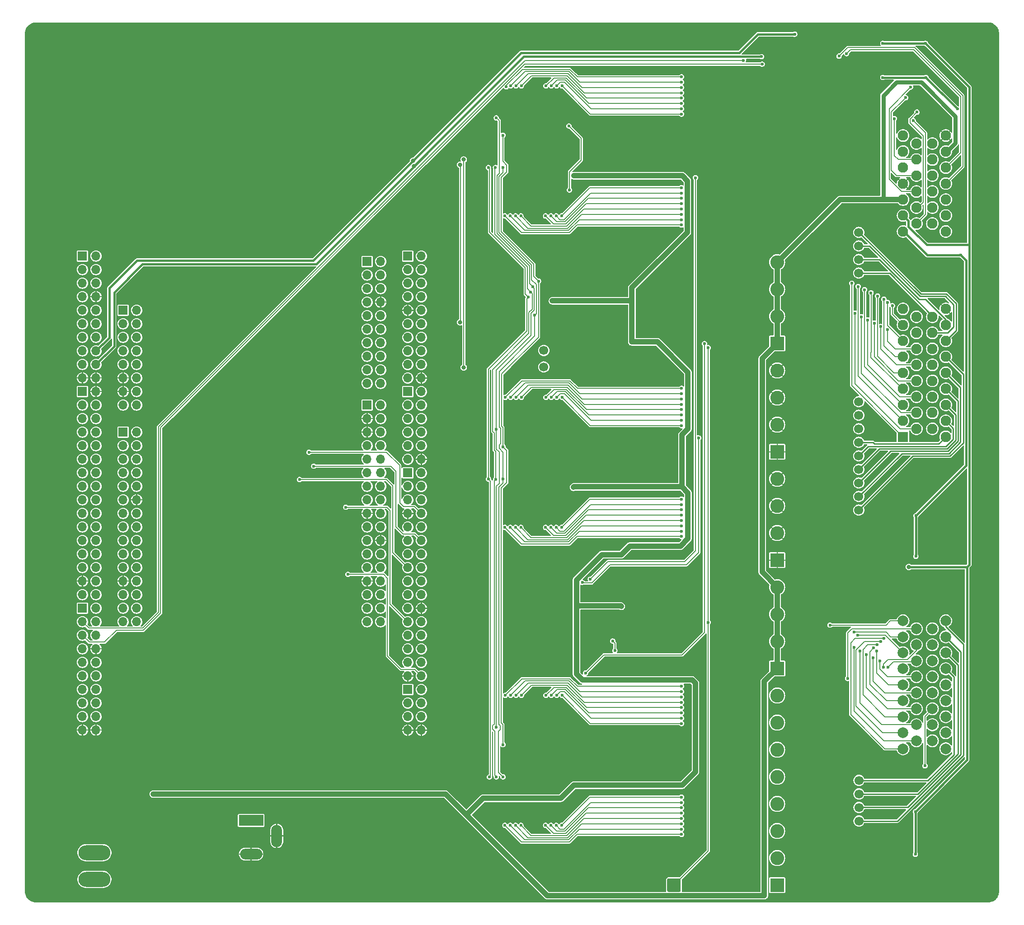
<source format=gbl>
G04 #@! TF.GenerationSoftware,KiCad,Pcbnew,8.0.9-8.0.9-0~ubuntu24.04.1*
G04 #@! TF.CreationDate,2025-04-13T01:11:08+00:00*
G04 #@! TF.ProjectId,digital_inputs,64696769-7461-46c5-9f69-6e707574732e,D*
G04 #@! TF.SameCoordinates,PX791ddc0PYca2dd00*
G04 #@! TF.FileFunction,Copper,L2,Bot*
G04 #@! TF.FilePolarity,Positive*
%FSLAX46Y46*%
G04 Gerber Fmt 4.6, Leading zero omitted, Abs format (unit mm)*
G04 Created by KiCad (PCBNEW 8.0.9-8.0.9-0~ubuntu24.04.1) date 2025-04-13 01:11:08*
%MOMM*%
%LPD*%
G01*
G04 APERTURE LIST*
G04 #@! TA.AperFunction,ComponentPad*
%ADD10C,0.800000*%
G04 #@! TD*
G04 #@! TA.AperFunction,ComponentPad*
%ADD11C,6.400000*%
G04 #@! TD*
G04 #@! TA.AperFunction,ComponentPad*
%ADD12R,1.950000X1.950000*%
G04 #@! TD*
G04 #@! TA.AperFunction,ComponentPad*
%ADD13C,1.950000*%
G04 #@! TD*
G04 #@! TA.AperFunction,ComponentPad*
%ADD14R,1.700000X1.700000*%
G04 #@! TD*
G04 #@! TA.AperFunction,ComponentPad*
%ADD15O,1.700000X1.700000*%
G04 #@! TD*
G04 #@! TA.AperFunction,ComponentPad*
%ADD16R,2.600000X2.600000*%
G04 #@! TD*
G04 #@! TA.AperFunction,ComponentPad*
%ADD17C,2.600000*%
G04 #@! TD*
G04 #@! TA.AperFunction,ComponentPad*
%ADD18C,1.700000*%
G04 #@! TD*
G04 #@! TA.AperFunction,ComponentPad*
%ADD19O,6.000000X2.800000*%
G04 #@! TD*
G04 #@! TA.AperFunction,ComponentPad*
%ADD20R,4.600000X2.000000*%
G04 #@! TD*
G04 #@! TA.AperFunction,ComponentPad*
%ADD21O,4.200000X2.000000*%
G04 #@! TD*
G04 #@! TA.AperFunction,ComponentPad*
%ADD22O,2.000000X4.200000*%
G04 #@! TD*
G04 #@! TA.AperFunction,ComponentPad*
%ADD23C,2.000000*%
G04 #@! TD*
G04 #@! TA.AperFunction,ViaPad*
%ADD24C,0.600000*%
G04 #@! TD*
G04 #@! TA.AperFunction,ViaPad*
%ADD25C,0.800000*%
G04 #@! TD*
G04 #@! TA.AperFunction,Conductor*
%ADD26C,1.000000*%
G04 #@! TD*
G04 #@! TA.AperFunction,Conductor*
%ADD27C,0.800000*%
G04 #@! TD*
G04 #@! TA.AperFunction,Conductor*
%ADD28C,0.200000*%
G04 #@! TD*
G04 #@! TA.AperFunction,Conductor*
%ADD29C,0.400000*%
G04 #@! TD*
G04 #@! TA.AperFunction,Conductor*
%ADD30C,0.250000*%
G04 #@! TD*
G04 APERTURE END LIST*
D10*
G04 #@! TO.P,J12,1,Pin_1*
G04 #@! TO.N,GND*
X78600000Y3500000D03*
X79302944Y5197056D03*
X79302944Y1802944D03*
X81000000Y5900000D03*
D11*
X81000000Y3500000D03*
D10*
X81000000Y1100000D03*
X82697056Y5197056D03*
X82697056Y1802944D03*
X83400000Y3500000D03*
G04 #@! TD*
D12*
G04 #@! TO.P,J19,1,1A*
G04 #@! TO.N,/TST1*
X164500000Y87300000D03*
D13*
G04 #@! TO.P,J19,2,2A*
G04 #@! TO.N,/TST2*
X164500000Y90300000D03*
G04 #@! TO.P,J19,3,3A*
G04 #@! TO.N,/TST3*
X164500000Y93300000D03*
G04 #@! TO.P,J19,4,4A*
G04 #@! TO.N,/TST4*
X164500000Y96300000D03*
G04 #@! TO.P,J19,5,5A*
G04 #@! TO.N,/TST5*
X164500000Y99300000D03*
G04 #@! TO.P,J19,6,6A*
G04 #@! TO.N,/TST6*
X164500000Y102300000D03*
G04 #@! TO.P,J19,7,7A*
G04 #@! TO.N,/TST7*
X164500000Y105300000D03*
G04 #@! TO.P,J19,8,8A*
G04 #@! TO.N,/TST8*
X164500000Y108300000D03*
G04 #@! TO.P,J19,9,9A*
G04 #@! TO.N,/TST9*
X164500000Y111300000D03*
G04 #@! TO.P,J19,10,10A*
G04 #@! TO.N,/TST10*
X167000000Y88800000D03*
G04 #@! TO.P,J19,11,11A*
G04 #@! TO.N,/TST11*
X167000000Y91800000D03*
G04 #@! TO.P,J19,12,12A*
G04 #@! TO.N,/TST12*
X167000000Y94800000D03*
G04 #@! TO.P,J19,13,13A*
G04 #@! TO.N,/TST13*
X167000000Y97800000D03*
G04 #@! TO.P,J19,14,14A*
G04 #@! TO.N,/TST14*
X167000000Y100800000D03*
G04 #@! TO.P,J19,15,15A*
G04 #@! TO.N,/TST15*
X167000000Y103800000D03*
G04 #@! TO.P,J19,16,16A*
G04 #@! TO.N,/TST16*
X167000000Y106800000D03*
G04 #@! TO.P,J19,17,17A*
G04 #@! TO.N,/TST17*
X167000000Y109800000D03*
G04 #@! TO.P,J19,18,18A*
G04 #@! TO.N,/TST18*
X170000000Y88800000D03*
G04 #@! TO.P,J19,19,19A*
G04 #@! TO.N,/TST19*
X170000000Y91800000D03*
G04 #@! TO.P,J19,20,20A*
G04 #@! TO.N,/TST20*
X170000000Y94800000D03*
G04 #@! TO.P,J19,21,21A*
G04 #@! TO.N,Net-(J19A-21A)*
X170000000Y97800000D03*
G04 #@! TO.P,J19,22,22A*
G04 #@! TO.N,Net-(J19A-22A)*
X170000000Y100800000D03*
G04 #@! TO.P,J19,23,23A*
G04 #@! TO.N,Net-(J19A-23A)*
X170000000Y103800000D03*
G04 #@! TO.P,J19,24,24A*
G04 #@! TO.N,Net-(J19A-24A)*
X170000000Y106800000D03*
G04 #@! TO.P,J19,25,25A*
G04 #@! TO.N,Net-(J19A-25A)*
X170000000Y109800000D03*
G04 #@! TO.P,J19,26,26A*
G04 #@! TO.N,Net-(J19A-26A)*
X172500000Y87300000D03*
G04 #@! TO.P,J19,27,27A*
G04 #@! TO.N,Net-(J19A-27A)*
X172500000Y90300000D03*
G04 #@! TO.P,J19,28,28A*
G04 #@! TO.N,Net-(J19A-28A)*
X172500000Y93300000D03*
G04 #@! TO.P,J19,29,29A*
G04 #@! TO.N,Net-(J19A-29A)*
X172500000Y96300000D03*
G04 #@! TO.P,J19,30,30A*
G04 #@! TO.N,Net-(J19A-30A)*
X172500000Y99300000D03*
G04 #@! TO.P,J19,31,31A*
G04 #@! TO.N,Net-(J19A-31A)*
X172500000Y102300000D03*
G04 #@! TO.P,J19,32,32A*
G04 #@! TO.N,Net-(J19A-32A)*
X172500000Y105300000D03*
G04 #@! TO.P,J19,33,33A*
G04 #@! TO.N,Net-(J19A-33A)*
X172500000Y108300000D03*
G04 #@! TO.P,J19,34,34A*
G04 #@! TO.N,GND*
X172500000Y111300000D03*
G04 #@! TO.P,J19,35,1B*
G04 #@! TO.N,/5V_1*
X164500000Y125800000D03*
G04 #@! TO.P,J19,36,2B*
G04 #@! TO.N,/5V_2*
X164500000Y128800000D03*
G04 #@! TO.P,J19,37,3B*
G04 #@! TO.N,+12V*
X164500000Y131800000D03*
G04 #@! TO.P,J19,38,4B*
G04 #@! TO.N,GND*
X164500000Y134800000D03*
G04 #@! TO.P,J19,39,5B*
G04 #@! TO.N,Net-(J19B-5B)*
X164500000Y137800000D03*
G04 #@! TO.P,J19,40,6B*
G04 #@! TO.N,Net-(J19B-6B)*
X164500000Y140800000D03*
G04 #@! TO.P,J19,41,7B*
G04 #@! TO.N,/REF1*
X164500000Y143800000D03*
G04 #@! TO.P,J19,42,8B*
G04 #@! TO.N,/REF2*
X167000000Y127300000D03*
G04 #@! TO.P,J19,43,9B*
G04 #@! TO.N,/REF3*
X167000000Y130300000D03*
G04 #@! TO.P,J19,44,10B*
G04 #@! TO.N,/REF4*
X167000000Y133300000D03*
G04 #@! TO.P,J19,45,11B*
G04 #@! TO.N,/REF5*
X167000000Y136300000D03*
G04 #@! TO.P,J19,46,12B*
G04 #@! TO.N,/REF6*
X167000000Y139300000D03*
G04 #@! TO.P,J19,47,13B*
G04 #@! TO.N,/REF7*
X167000000Y142300000D03*
G04 #@! TO.P,J19,48,14B*
G04 #@! TO.N,/REF8*
X170000000Y127300000D03*
G04 #@! TO.P,J19,49,15B*
G04 #@! TO.N,/OUT_DIG_0*
X170000000Y130300000D03*
G04 #@! TO.P,J19,50,16B*
G04 #@! TO.N,/OUT_DIG_1*
X170000000Y133300000D03*
G04 #@! TO.P,J19,51,17B*
G04 #@! TO.N,/OUT_DIG_2*
X170000000Y136300000D03*
G04 #@! TO.P,J19,52,18B*
G04 #@! TO.N,/OUT_DIG_3*
X170000000Y139300000D03*
G04 #@! TO.P,J19,53,19B*
G04 #@! TO.N,/OUT_DIG_4*
X170000000Y142300000D03*
G04 #@! TO.P,J19,54,20B*
G04 #@! TO.N,/OUT_DIG_5*
X172500000Y125800000D03*
G04 #@! TO.P,J19,55,21B*
G04 #@! TO.N,/OUT_DIG_6*
X172500000Y128800000D03*
G04 #@! TO.P,J19,56,22B*
G04 #@! TO.N,/OUT_DIG_7*
X172500000Y131800000D03*
G04 #@! TO.P,J19,57,23B*
G04 #@! TO.N,/CAN_L*
X172500000Y134800000D03*
G04 #@! TO.P,J19,58,24B*
G04 #@! TO.N,/CAN_H*
X172500000Y137800000D03*
G04 #@! TO.P,J19,59,25B*
G04 #@! TO.N,+12V*
X172500000Y140800000D03*
G04 #@! TO.P,J19,60,26B*
G04 #@! TO.N,GND*
X172500000Y143800000D03*
G04 #@! TD*
D14*
G04 #@! TO.P,J23,1,D16/I2S_A_MCK*
G04 #@! TO.N,unconnected-(J23-D16{slash}I2S_A_MCK-Pad1)*
X64090000Y120184000D03*
D15*
G04 #@! TO.P,J23,2,D15/I2C_A_SCL*
G04 #@! TO.N,unconnected-(J23-D15{slash}I2C_A_SCL-Pad2)*
X66630000Y120184000D03*
G04 #@! TO.P,J23,3,D17/I2S_A_SD*
G04 #@! TO.N,unconnected-(J23-D17{slash}I2S_A_SD-Pad3)*
X64090000Y117644000D03*
G04 #@! TO.P,J23,4,D14/I2C_A_SDA*
G04 #@! TO.N,unconnected-(J23-D14{slash}I2C_A_SDA-Pad4)*
X66630000Y117644000D03*
G04 #@! TO.P,J23,5,D18/I2S_A_CK*
G04 #@! TO.N,unconnected-(J23-D18{slash}I2S_A_CK-Pad5)*
X64090000Y115104000D03*
G04 #@! TO.P,J23,6,AREF*
G04 #@! TO.N,unconnected-(J23-AREF-Pad6)*
X66630000Y115104000D03*
G04 #@! TO.P,J23,7,D19/I2S_A_WS*
G04 #@! TO.N,unconnected-(J23-D19{slash}I2S_A_WS-Pad7)*
X64090000Y112564000D03*
G04 #@! TO.P,J23,8,GND*
G04 #@! TO.N,GND*
X66630000Y112564000D03*
G04 #@! TO.P,J23,9,D20/I2S_B_WS*
G04 #@! TO.N,unconnected-(J23-D20{slash}I2S_B_WS-Pad9)*
X64090000Y110024000D03*
G04 #@! TO.P,J23,10,D13/SPI_A_SCK*
G04 #@! TO.N,unconnected-(J23-D13{slash}SPI_A_SCK-Pad10)*
X66630000Y110024000D03*
G04 #@! TO.P,J23,11,D21/I2S_B_MCK*
G04 #@! TO.N,unconnected-(J23-D21{slash}I2S_B_MCK-Pad11)*
X64090000Y107484000D03*
G04 #@! TO.P,J23,12,D12/SPI_A_MISO*
G04 #@! TO.N,unconnected-(J23-D12{slash}SPI_A_MISO-Pad12)*
X66630000Y107484000D03*
G04 #@! TO.P,J23,13,D22/I2S_B_SD/SPI_B_MOSI*
G04 #@! TO.N,unconnected-(J23-D22{slash}I2S_B_SD{slash}SPI_B_MOSI-Pad13)*
X64090000Y104944000D03*
G04 #@! TO.P,J23,14,D11/SPI_A_MOSI/TIM_E_PWM1*
G04 #@! TO.N,unconnected-(J23-D11{slash}SPI_A_MOSI{slash}TIM_E_PWM1-Pad14)*
X66630000Y104944000D03*
G04 #@! TO.P,J23,15,D23/I2S_B_CK/SPI_B_SCK*
G04 #@! TO.N,unconnected-(J23-D23{slash}I2S_B_CK{slash}SPI_B_SCK-Pad15)*
X64090000Y102404000D03*
G04 #@! TO.P,J23,16,D10/SPI_A_CS/TIM_B_PWM3*
G04 #@! TO.N,unconnected-(J23-D10{slash}SPI_A_CS{slash}TIM_B_PWM3-Pad16)*
X66630000Y102404000D03*
G04 #@! TO.P,J23,17,D24/SPI_B_NSS*
G04 #@! TO.N,unconnected-(J23-D24{slash}SPI_B_NSS-Pad17)*
X64090000Y99864000D03*
G04 #@! TO.P,J23,18,D9/TIMER_B_PWM2*
G04 #@! TO.N,unconnected-(J23-D9{slash}TIMER_B_PWM2-Pad18)*
X66630000Y99864000D03*
G04 #@! TO.P,J23,19,D25/SPI_B_MISO*
G04 #@! TO.N,unconnected-(J23-D25{slash}SPI_B_MISO-Pad19)*
X64090000Y97324000D03*
G04 #@! TO.P,J23,20,D8/IO*
G04 #@! TO.N,unconnected-(J23-D8{slash}IO-Pad20)*
X66630000Y97324000D03*
G04 #@! TD*
D16*
G04 #@! TO.P,J6,1,Pin_1*
G04 #@! TO.N,GND*
X140925000Y64180000D03*
D17*
G04 #@! TO.P,J6,2,Pin_2*
X140925000Y69260000D03*
G04 #@! TO.P,J6,3,Pin_3*
X140925000Y74340000D03*
G04 #@! TO.P,J6,4,Pin_4*
X140925000Y79420000D03*
G04 #@! TD*
D18*
G04 #@! TO.P,P19,1,Pin_1*
G04 #@! TO.N,/CAN2_L*
X97200000Y100400000D03*
G04 #@! TD*
D19*
G04 #@! TO.P,CB1,1*
G04 #@! TO.N,Net-(CB1-Pad1)*
X13000000Y4300000D03*
G04 #@! TO.P,CB1,2*
G04 #@! TO.N,+12V*
X13000000Y9300000D03*
G04 #@! TD*
D18*
G04 #@! TO.P,P12,1,Pin_1*
G04 #@! TO.N,Net-(J19A-32A)*
X156210000Y125640000D03*
G04 #@! TD*
G04 #@! TO.P,P18,1,Pin_1*
G04 #@! TO.N,/CAN2_H*
X97200000Y103500000D03*
G04 #@! TD*
G04 #@! TO.P,P2,1,Pin_1*
G04 #@! TO.N,Net-(J19A-22A)*
X156210000Y91350000D03*
G04 #@! TD*
D14*
G04 #@! TO.P,J22,1,A0/ADC123_IN3*
G04 #@! TO.N,unconnected-(J22-A0{slash}ADC123_IN3-Pad1)*
X18370000Y88180000D03*
D15*
G04 #@! TO.P,J22,2,D51/USART_B_SCLK*
G04 #@! TO.N,unconnected-(J22-D51{slash}USART_B_SCLK-Pad2)*
X20910000Y88180000D03*
G04 #@! TO.P,J22,3,A1/ADC123_IN10*
G04 #@! TO.N,unconnected-(J22-A1{slash}ADC123_IN10-Pad3)*
X18370000Y85640000D03*
G04 #@! TO.P,J22,4,D52/USART_B_RX*
G04 #@! TO.N,unconnected-(J22-D52{slash}USART_B_RX-Pad4)*
X20910000Y85640000D03*
G04 #@! TO.P,J22,5,A2/ADC123_IN13*
G04 #@! TO.N,unconnected-(J22-A2{slash}ADC123_IN13-Pad5)*
X18370000Y83100000D03*
G04 #@! TO.P,J22,6,D53/USART_B_TX*
G04 #@! TO.N,unconnected-(J22-D53{slash}USART_B_TX-Pad6)*
X20910000Y83100000D03*
G04 #@! TO.P,J22,7,A3/ADC3_IN9*
G04 #@! TO.N,unconnected-(J22-A3{slash}ADC3_IN9-Pad7)*
X18370000Y80560000D03*
G04 #@! TO.P,J22,8,D54/USART_B_RTS*
G04 #@! TO.N,unconnected-(J22-D54{slash}USART_B_RTS-Pad8)*
X20910000Y80560000D03*
G04 #@! TO.P,J22,9,A4/ADC3_IN15/I2C1_SDA*
G04 #@! TO.N,unconnected-(J22-A4{slash}ADC3_IN15{slash}I2C1_SDA-Pad9)*
X18370000Y78020000D03*
G04 #@! TO.P,J22,10,D55/USART_B_CTS*
G04 #@! TO.N,unconnected-(J22-D55{slash}USART_B_CTS-Pad10)*
X20910000Y78020000D03*
G04 #@! TO.P,J22,11,A5/ADC3_IN8/I2C1_SCL*
G04 #@! TO.N,unconnected-(J22-A5{slash}ADC3_IN8{slash}I2C1_SCL-Pad11)*
X18370000Y75480000D03*
G04 #@! TO.P,J22,12,GND*
G04 #@! TO.N,GND*
X20910000Y75480000D03*
G04 #@! TO.P,J22,13,D72/NC*
G04 #@! TO.N,unconnected-(J22-D72{slash}NC-Pad13)*
X18370000Y72940000D03*
G04 #@! TO.P,J22,14,D56/SAI_A_MCLK*
G04 #@! TO.N,unconnected-(J22-D56{slash}SAI_A_MCLK-Pad14)*
X20910000Y72940000D03*
G04 #@! TO.P,J22,15,D71/IO*
G04 #@! TO.N,unconnected-(J22-D71{slash}IO-Pad15)*
X18370000Y70400000D03*
G04 #@! TO.P,J22,16,D57/SAI_A_FS*
G04 #@! TO.N,unconnected-(J22-D57{slash}SAI_A_FS-Pad16)*
X20910000Y70400000D03*
G04 #@! TO.P,J22,17,D70/I2C_B_SMBA*
G04 #@! TO.N,unconnected-(J22-D70{slash}I2C_B_SMBA-Pad17)*
X18370000Y67860000D03*
G04 #@! TO.P,J22,18,D58/SAI_A_SCK*
G04 #@! TO.N,unconnected-(J22-D58{slash}SAI_A_SCK-Pad18)*
X20910000Y67860000D03*
G04 #@! TO.P,J22,19,D69/I2C_B_SCL*
G04 #@! TO.N,unconnected-(J22-D69{slash}I2C_B_SCL-Pad19)*
X18370000Y65320000D03*
G04 #@! TO.P,J22,20,D59/SAI_A_SD*
G04 #@! TO.N,unconnected-(J22-D59{slash}SAI_A_SD-Pad20)*
X20910000Y65320000D03*
G04 #@! TO.P,J22,21,D68/I2C_B_SDA*
G04 #@! TO.N,unconnected-(J22-D68{slash}I2C_B_SDA-Pad21)*
X18370000Y62780000D03*
G04 #@! TO.P,J22,22,D60/SAI_B_SD*
G04 #@! TO.N,unconnected-(J22-D60{slash}SAI_B_SD-Pad22)*
X20910000Y62780000D03*
G04 #@! TO.P,J22,23,GND*
G04 #@! TO.N,GND*
X18370000Y60240000D03*
G04 #@! TO.P,J22,24,D61/SAI_B_SCK*
G04 #@! TO.N,unconnected-(J22-D61{slash}SAI_B_SCK-Pad24)*
X20910000Y60240000D03*
G04 #@! TO.P,J22,25,D67/CAN_RX*
G04 #@! TO.N,unconnected-(J22-D67{slash}CAN_RX-Pad25)*
X18370000Y57700000D03*
G04 #@! TO.P,J22,26,D62/SAI_B_MCLK*
G04 #@! TO.N,unconnected-(J22-D62{slash}SAI_B_MCLK-Pad26)*
X20910000Y57700000D03*
G04 #@! TO.P,J22,27,D66/CAN_TX*
G04 #@! TO.N,unconnected-(J22-D66{slash}CAN_TX-Pad27)*
X18370000Y55160000D03*
G04 #@! TO.P,J22,28,D63/SAI_B_FS*
G04 #@! TO.N,unconnected-(J22-D63{slash}SAI_B_FS-Pad28)*
X20910000Y55160000D03*
G04 #@! TO.P,J22,29,Pin_29*
G04 #@! TO.N,unconnected-(J22-Pin_29-Pad29)*
X18370000Y52620000D03*
G04 #@! TO.P,J22,30,D64/IO*
G04 #@! TO.N,unconnected-(J22-D64{slash}IO-Pad30)*
X20910000Y52620000D03*
G04 #@! TD*
D18*
G04 #@! TO.P,P8,1,Pin_1*
G04 #@! TO.N,Net-(J19A-28A)*
X156210000Y81190000D03*
G04 #@! TD*
G04 #@! TO.P,P10,1,Pin_1*
G04 #@! TO.N,Net-(J19A-30A)*
X156210000Y76110000D03*
G04 #@! TD*
D14*
G04 #@! TO.P,J27,1,PA10*
G04 #@! TO.N,unconnected-(J27-PA10-Pad1)*
X71710000Y80540000D03*
D15*
G04 #@! TO.P,J27,2,PC4*
G04 #@! TO.N,/OUT3*
X74250000Y80540000D03*
G04 #@! TO.P,J27,3,PA2*
G04 #@! TO.N,unconnected-(J27-PA2-Pad3)*
X71710000Y78000000D03*
G04 #@! TO.P,J27,4,PF5*
G04 #@! TO.N,/IN1*
X74250000Y78000000D03*
G04 #@! TO.P,J27,5,PA3*
G04 #@! TO.N,unconnected-(J27-PA3-Pad5)*
X71710000Y75460000D03*
G04 #@! TO.P,J27,6,PF4*
G04 #@! TO.N,/IN0*
X74250000Y75460000D03*
G04 #@! TO.P,J27,7,GND*
G04 #@! TO.N,GND*
X71710000Y72920000D03*
G04 #@! TO.P,J27,8,PE8*
G04 #@! TO.N,/DIG_2*
X74250000Y72920000D03*
G04 #@! TO.P,J27,9,PD13*
G04 #@! TO.N,unconnected-(J27-PD13-Pad9)*
X71710000Y70380000D03*
G04 #@! TO.P,J27,10,PF10*
G04 #@! TO.N,/IN3*
X74250000Y70380000D03*
G04 #@! TO.P,J27,11,PD12*
G04 #@! TO.N,unconnected-(J27-PD12-Pad11)*
X71710000Y67840000D03*
G04 #@! TO.P,J27,12,PE7*
G04 #@! TO.N,/DIG_1*
X74250000Y67840000D03*
G04 #@! TO.P,J27,13,PD11*
G04 #@! TO.N,unconnected-(J27-PD11-Pad13)*
X71710000Y65300000D03*
G04 #@! TO.P,J27,14,PD14*
G04 #@! TO.N,unconnected-(J27-PD14-Pad14)*
X74250000Y65300000D03*
G04 #@! TO.P,J27,15,PE10*
G04 #@! TO.N,/DIG_4*
X71710000Y62760000D03*
G04 #@! TO.P,J27,16,PD15*
G04 #@! TO.N,unconnected-(J27-PD15-Pad16)*
X74250000Y62760000D03*
G04 #@! TO.P,J27,17,PE12*
G04 #@! TO.N,/DIG_6*
X71710000Y60220000D03*
G04 #@! TO.P,J27,18,PF14*
G04 #@! TO.N,unconnected-(J27-PF14-Pad18)*
X74250000Y60220000D03*
G04 #@! TO.P,J27,19,PE14*
G04 #@! TO.N,unconnected-(J27-PE14-Pad19)*
X71710000Y57680000D03*
G04 #@! TO.P,J27,20,PE9*
G04 #@! TO.N,/DIG_3*
X74250000Y57680000D03*
G04 #@! TO.P,J27,21,PE15*
G04 #@! TO.N,unconnected-(J27-PE15-Pad21)*
X71710000Y55140000D03*
G04 #@! TO.P,J27,22,GND*
G04 #@! TO.N,GND*
X74250000Y55140000D03*
G04 #@! TO.P,J27,23,PE13*
G04 #@! TO.N,/DIG_7*
X71710000Y52600000D03*
G04 #@! TO.P,J27,24,PE11*
G04 #@! TO.N,/DIG_5*
X74250000Y52600000D03*
G04 #@! TO.P,J27,25,PF13*
G04 #@! TO.N,unconnected-(J27-PF13-Pad25)*
X71710000Y50060000D03*
G04 #@! TO.P,J27,26,PF3*
G04 #@! TO.N,/IN2*
X74250000Y50060000D03*
G04 #@! TO.P,J27,27,PF12*
G04 #@! TO.N,unconnected-(J27-PF12-Pad27)*
X71710000Y47520000D03*
G04 #@! TO.P,J27,28,PF15*
G04 #@! TO.N,unconnected-(J27-PF15-Pad28)*
X74250000Y47520000D03*
G04 #@! TO.P,J27,29,PG14*
G04 #@! TO.N,unconnected-(J27-PG14-Pad29)*
X71710000Y44980000D03*
G04 #@! TO.P,J27,30,PF11*
G04 #@! TO.N,unconnected-(J27-PF11-Pad30)*
X74250000Y44980000D03*
G04 #@! TO.P,J27,31,GND*
G04 #@! TO.N,GND*
X71710000Y42440000D03*
G04 #@! TO.P,J27,32,PE0*
G04 #@! TO.N,/DIG_0*
X74250000Y42440000D03*
G04 #@! TD*
D20*
G04 #@! TO.P,J2,1*
G04 #@! TO.N,Net-(F1-Pad2)*
X42350000Y15350000D03*
D21*
G04 #@! TO.P,J2,2*
G04 #@! TO.N,GND*
X42350000Y9050000D03*
D22*
G04 #@! TO.P,J2,3*
X47150000Y12450000D03*
G04 #@! TD*
D10*
G04 #@! TO.P,J10,1,Pin_1*
G04 #@! TO.N,GND*
X79100000Y82500000D03*
X79802944Y84197056D03*
X79802944Y80802944D03*
X81500000Y84900000D03*
D11*
X81500000Y82500000D03*
D10*
X81500000Y80100000D03*
X83197056Y84197056D03*
X83197056Y80802944D03*
X83900000Y82500000D03*
G04 #@! TD*
D14*
G04 #@! TO.P,J21,1,NC*
G04 #@! TO.N,unconnected-(J21-NC-Pad1)*
X18370000Y111040000D03*
D15*
G04 #@! TO.P,J21,2,D43/SDMMC_D0*
G04 #@! TO.N,unconnected-(J21-D43{slash}SDMMC_D0-Pad2)*
X20910000Y111040000D03*
G04 #@! TO.P,J21,3,IOREF_CN8*
G04 #@! TO.N,unconnected-(J21-IOREF_CN8-Pad3)*
X18370000Y108500000D03*
G04 #@! TO.P,J21,4,D44/SDMMC_D1/I2S_A*
G04 #@! TO.N,unconnected-(J21-D44{slash}SDMMC_D1{slash}I2S_A-Pad4)*
X20910000Y108500000D03*
G04 #@! TO.P,J21,5,RESET*
G04 #@! TO.N,unconnected-(J21-RESET-Pad5)*
X18370000Y105960000D03*
G04 #@! TO.P,J21,6,D45/SDMMC_D2*
G04 #@! TO.N,unconnected-(J21-D45{slash}SDMMC_D2-Pad6)*
X20910000Y105960000D03*
G04 #@! TO.P,J21,7,+3V3*
G04 #@! TO.N,unconnected-(J21-+3V3-Pad7)*
X18370000Y103420000D03*
G04 #@! TO.P,J21,8,D46/SDMMC_D3*
G04 #@! TO.N,unconnected-(J21-D46{slash}SDMMC_D3-Pad8)*
X20910000Y103420000D03*
G04 #@! TO.P,J21,9,+5V*
G04 #@! TO.N,unconnected-(J21-+5V-Pad9)*
X18370000Y100880000D03*
G04 #@! TO.P,J21,10,D47/SDMMC_CK*
G04 #@! TO.N,unconnected-(J21-D47{slash}SDMMC_CK-Pad10)*
X20910000Y100880000D03*
G04 #@! TO.P,J21,11,GND*
G04 #@! TO.N,GND*
X18370000Y98340000D03*
G04 #@! TO.P,J21,12,D48/SDMMC_CMD*
G04 #@! TO.N,unconnected-(J21-D48{slash}SDMMC_CMD-Pad12)*
X20910000Y98340000D03*
G04 #@! TO.P,J21,13,GND*
G04 #@! TO.N,GND*
X18370000Y95800000D03*
G04 #@! TO.P,J21,14,D49/IO*
G04 #@! TO.N,unconnected-(J21-D49{slash}IO-Pad14)*
X20910000Y95800000D03*
G04 #@! TO.P,J21,15,VIN*
G04 #@! TO.N,unconnected-(J21-VIN-Pad15)*
X18370000Y93260000D03*
G04 #@! TO.P,J21,16,D50/IO*
G04 #@! TO.N,unconnected-(J21-D50{slash}IO-Pad16)*
X20910000Y93260000D03*
G04 #@! TD*
D16*
G04 #@! TO.P,J7,1,Pin_1*
G04 #@! TO.N,GND*
X140925000Y84500000D03*
D17*
G04 #@! TO.P,J7,2,Pin_2*
X140925000Y89580000D03*
G04 #@! TO.P,J7,3,Pin_3*
X140925000Y94660000D03*
G04 #@! TO.P,J7,4,Pin_4*
X140925000Y99740000D03*
G04 #@! TD*
D16*
G04 #@! TO.P,J8,1,Pin_1*
G04 #@! TO.N,+12V*
X140925000Y104820000D03*
D17*
G04 #@! TO.P,J8,2,Pin_2*
X140925000Y109900000D03*
G04 #@! TO.P,J8,3,Pin_3*
X140925000Y114980000D03*
G04 #@! TO.P,J8,4,Pin_4*
X140925000Y120060000D03*
G04 #@! TD*
D16*
G04 #@! TO.P,J3,1,Pin_1*
G04 #@! TO.N,/TST48*
X140925000Y3220000D03*
D17*
G04 #@! TO.P,J3,2,Pin_2*
G04 #@! TO.N,/TST47*
X140925000Y8300000D03*
G04 #@! TO.P,J3,3,Pin_3*
G04 #@! TO.N,/TST46*
X140925000Y13380000D03*
G04 #@! TO.P,J3,4,Pin_4*
G04 #@! TO.N,/TST45*
X140925000Y18460000D03*
G04 #@! TO.P,J3,5,Pin_5*
G04 #@! TO.N,/TST44*
X140925000Y23540000D03*
G04 #@! TO.P,J3,6,Pin_6*
G04 #@! TO.N,/TST43*
X140925000Y28620000D03*
G04 #@! TO.P,J3,7,Pin_7*
G04 #@! TO.N,/TST42*
X140925000Y33700000D03*
G04 #@! TO.P,J3,8,Pin_8*
G04 #@! TO.N,/TST41*
X140925000Y38780000D03*
G04 #@! TD*
D10*
G04 #@! TO.P,J16,1,Pin_1*
G04 #@! TO.N,GND*
X176514214Y3500000D03*
X177217158Y5197056D03*
X177217158Y1802944D03*
X178914214Y5900000D03*
D11*
X178914214Y3500000D03*
D10*
X178914214Y1100000D03*
X180611270Y5197056D03*
X180611270Y1802944D03*
X181314214Y3500000D03*
G04 #@! TD*
D18*
G04 #@! TO.P,P13,1,Pin_1*
G04 #@! TO.N,Net-(J19A-33A)*
X156210000Y120560000D03*
G04 #@! TD*
G04 #@! TO.P,P11,1,Pin_1*
G04 #@! TO.N,Net-(J19A-31A)*
X156210000Y73570000D03*
G04 #@! TD*
D10*
G04 #@! TO.P,J11,1,Pin_1*
G04 #@! TO.N,GND*
X176514214Y161500000D03*
X177217158Y163197056D03*
X177217158Y159802944D03*
X178914214Y163900000D03*
D11*
X178914214Y161500000D03*
D10*
X178914214Y159100000D03*
X180611270Y163197056D03*
X180611270Y159802944D03*
X181314214Y161500000D03*
G04 #@! TD*
D18*
G04 #@! TO.P,P9,1,Pin_1*
G04 #@! TO.N,Net-(J19A-29A)*
X156210000Y78650000D03*
G04 #@! TD*
D14*
G04 #@! TO.P,J29,1,PF0*
G04 #@! TO.N,unconnected-(J29-PF0-Pad1)*
X10750000Y55160000D03*
D15*
G04 #@! TO.P,J29,2,PF8*
G04 #@! TO.N,unconnected-(J29-PF8-Pad2)*
X13290000Y55160000D03*
G04 #@! TO.P,J29,3,PD1*
G04 #@! TO.N,/CAN_TX*
X10750000Y52620000D03*
G04 #@! TO.P,J29,4,PF9*
G04 #@! TO.N,unconnected-(J29-PF9-Pad4)*
X13290000Y52620000D03*
G04 #@! TO.P,J29,5,PD0*
G04 #@! TO.N,/CAN_RX*
X10750000Y50080000D03*
G04 #@! TO.P,J29,6,PG1*
G04 #@! TO.N,unconnected-(J29-PG1-Pad6)*
X13290000Y50080000D03*
G04 #@! TO.P,J29,7,PG0*
G04 #@! TO.N,unconnected-(J29-PG0-Pad7)*
X10750000Y47540000D03*
G04 #@! TO.P,J29,8,GND*
G04 #@! TO.N,GND*
X13290000Y47540000D03*
G04 #@! TO.P,J29,9,PE1*
G04 #@! TO.N,unconnected-(J29-PE1-Pad9)*
X10750000Y45000000D03*
G04 #@! TO.P,J29,10,PE6*
G04 #@! TO.N,unconnected-(J29-PE6-Pad10)*
X13290000Y45000000D03*
G04 #@! TO.P,J29,11,PG9*
G04 #@! TO.N,unconnected-(J29-PG9-Pad11)*
X10750000Y42460000D03*
G04 #@! TO.P,J29,12,PG15*
G04 #@! TO.N,unconnected-(J29-PG15-Pad12)*
X13290000Y42460000D03*
G04 #@! TO.P,J29,13,PG12*
G04 #@! TO.N,unconnected-(J29-PG12-Pad13)*
X10750000Y39920000D03*
G04 #@! TO.P,J29,14,PG10*
G04 #@! TO.N,unconnected-(J29-PG10-Pad14)*
X13290000Y39920000D03*
G04 #@! TO.P,J29,15,NC*
G04 #@! TO.N,unconnected-(J29-NC-Pad15)*
X10750000Y37380000D03*
G04 #@! TO.P,J29,16,PG13*
G04 #@! TO.N,unconnected-(J29-PG13-Pad16)*
X13290000Y37380000D03*
G04 #@! TO.P,J29,17,PD9*
G04 #@! TO.N,unconnected-(J29-PD9-Pad17)*
X10750000Y34840000D03*
G04 #@! TO.P,J29,18,PG11*
G04 #@! TO.N,unconnected-(J29-PG11-Pad18)*
X13290000Y34840000D03*
G04 #@! TO.P,J29,19,GND*
G04 #@! TO.N,GND*
X10750000Y32300000D03*
G04 #@! TO.P,J29,20,GND*
X13290000Y32300000D03*
G04 #@! TD*
D18*
G04 #@! TO.P,P1,1,Pin_1*
G04 #@! TO.N,Net-(J19A-21A)*
X156210000Y88810000D03*
G04 #@! TD*
G04 #@! TO.P,P15,1,Pin_1*
G04 #@! TO.N,Net-(J1-32A)*
X156250000Y20320000D03*
G04 #@! TD*
D10*
G04 #@! TO.P,J13,1,Pin_1*
G04 #@! TO.N,GND*
X1100000Y161500000D03*
X1802944Y163197056D03*
X1802944Y159802944D03*
X3500000Y163900000D03*
D11*
X3500000Y161500000D03*
D10*
X3500000Y159100000D03*
X5197056Y163197056D03*
X5197056Y159802944D03*
X5900000Y161500000D03*
G04 #@! TD*
D18*
G04 #@! TO.P,P3,1,Pin_1*
G04 #@! TO.N,Net-(J19A-23A)*
X156210000Y93890000D03*
G04 #@! TD*
G04 #@! TO.P,P16,1,Pin_1*
G04 #@! TO.N,Net-(J1-33A)*
X156250000Y17780000D03*
G04 #@! TD*
D10*
G04 #@! TO.P,J14,1,Pin_1*
G04 #@! TO.N,GND*
X79100000Y161500000D03*
X79802944Y163197056D03*
X79802944Y159802944D03*
X81500000Y163900000D03*
D11*
X81500000Y161500000D03*
D10*
X81500000Y159100000D03*
X83197056Y163197056D03*
X83197056Y159802944D03*
X83900000Y161500000D03*
G04 #@! TD*
D14*
G04 #@! TO.P,J25,1,PC9*
G04 #@! TO.N,unconnected-(J25-PC9-Pad1)*
X71710000Y121180000D03*
D15*
G04 #@! TO.P,J25,2,PC8*
G04 #@! TO.N,/ADR0*
X74250000Y121180000D03*
G04 #@! TO.P,J25,3,PB8*
G04 #@! TO.N,unconnected-(J25-PB8-Pad3)*
X71710000Y118640000D03*
G04 #@! TO.P,J25,4,PC6*
G04 #@! TO.N,/ADR1*
X74250000Y118640000D03*
G04 #@! TO.P,J25,5,PB9*
G04 #@! TO.N,unconnected-(J25-PB9-Pad5)*
X71710000Y116100000D03*
G04 #@! TO.P,J25,6,PC5*
G04 #@! TO.N,/ADR2*
X74250000Y116100000D03*
G04 #@! TO.P,J25,7,AVDD*
G04 #@! TO.N,unconnected-(J25-AVDD-Pad7)*
X71710000Y113560000D03*
G04 #@! TO.P,J25,8,U5V*
G04 #@! TO.N,unconnected-(J25-U5V-Pad8)*
X74250000Y113560000D03*
G04 #@! TO.P,J25,9,GND*
G04 #@! TO.N,GND*
X71710000Y111020000D03*
G04 #@! TO.P,J25,10,PD8*
G04 #@! TO.N,/OUT0*
X74250000Y111020000D03*
G04 #@! TO.P,J25,11,PA5*
G04 #@! TO.N,unconnected-(J25-PA5-Pad11)*
X71710000Y108480000D03*
G04 #@! TO.P,J25,12,PA12*
G04 #@! TO.N,unconnected-(J25-PA12-Pad12)*
X74250000Y108480000D03*
G04 #@! TO.P,J25,13,PA6*
G04 #@! TO.N,/ADR3*
X71710000Y105940000D03*
G04 #@! TO.P,J25,14,PA11*
G04 #@! TO.N,unconnected-(J25-PA11-Pad14)*
X74250000Y105940000D03*
G04 #@! TO.P,J25,15,PA7*
G04 #@! TO.N,/MUX_OFF*
X71710000Y103400000D03*
G04 #@! TO.P,J25,16,PB12*
G04 #@! TO.N,/CAN2_RX*
X74250000Y103400000D03*
G04 #@! TO.P,J25,17,PB6*
G04 #@! TO.N,/CAN2_TX*
X71710000Y100860000D03*
G04 #@! TO.P,J25,18,PB11*
G04 #@! TO.N,/OUT1*
X74250000Y100860000D03*
G04 #@! TO.P,J25,19,PC7*
G04 #@! TO.N,/OUT2*
X71710000Y98320000D03*
G04 #@! TO.P,J25,20,GND*
G04 #@! TO.N,GND*
X74250000Y98320000D03*
G04 #@! TD*
D14*
G04 #@! TO.P,J30,1,PB7*
G04 #@! TO.N,unconnected-(J30-PB7-Pad1)*
X10750000Y95800000D03*
D15*
G04 #@! TO.P,J30,2,GND*
G04 #@! TO.N,GND*
X13290000Y95800000D03*
G04 #@! TO.P,J30,3,PC13*
G04 #@! TO.N,unconnected-(J30-PC13-Pad3)*
X10750000Y93260000D03*
G04 #@! TO.P,J30,4,VIN*
G04 #@! TO.N,+12V*
X13290000Y93260000D03*
G04 #@! TO.P,J30,5,PC14*
G04 #@! TO.N,unconnected-(J30-PC14-Pad5)*
X10750000Y90720000D03*
G04 #@! TO.P,J30,6,NC*
G04 #@! TO.N,unconnected-(J30-NC-Pad6)*
X13290000Y90720000D03*
G04 #@! TO.P,J30,7,PC15*
G04 #@! TO.N,unconnected-(J30-PC15-Pad7)*
X10750000Y88180000D03*
G04 #@! TO.P,J30,8,PA0*
G04 #@! TO.N,unconnected-(J30-PA0-Pad8)*
X13290000Y88180000D03*
G04 #@! TO.P,J30,9,PH0*
G04 #@! TO.N,unconnected-(J30-PH0-Pad9)*
X10750000Y85640000D03*
G04 #@! TO.P,J30,10,PA1*
G04 #@! TO.N,unconnected-(J30-PA1-Pad10)*
X13290000Y85640000D03*
G04 #@! TO.P,J30,11,PH1*
G04 #@! TO.N,unconnected-(J30-PH1-Pad11)*
X10750000Y83100000D03*
G04 #@! TO.P,J30,12,PA4*
G04 #@! TO.N,unconnected-(J30-PA4-Pad12)*
X13290000Y83100000D03*
G04 #@! TO.P,J30,13,VBAT*
G04 #@! TO.N,unconnected-(J30-VBAT-Pad13)*
X10750000Y80560000D03*
G04 #@! TO.P,J30,14,PB0*
G04 #@! TO.N,unconnected-(J30-PB0-Pad14)*
X13290000Y80560000D03*
G04 #@! TO.P,J30,15,PC2*
G04 #@! TO.N,unconnected-(J30-PC2-Pad15)*
X10750000Y78020000D03*
G04 #@! TO.P,J30,16,PC1*
G04 #@! TO.N,unconnected-(J30-PC1-Pad16)*
X13290000Y78020000D03*
G04 #@! TO.P,J30,17,PC3*
G04 #@! TO.N,unconnected-(J30-PC3-Pad17)*
X10750000Y75480000D03*
G04 #@! TO.P,J30,18,PC0*
G04 #@! TO.N,unconnected-(J30-PC0-Pad18)*
X13290000Y75480000D03*
G04 #@! TO.P,J30,19,PD4*
G04 #@! TO.N,unconnected-(J30-PD4-Pad19)*
X10750000Y72940000D03*
G04 #@! TO.P,J30,20,PD3*
G04 #@! TO.N,unconnected-(J30-PD3-Pad20)*
X13290000Y72940000D03*
G04 #@! TO.P,J30,21,PD5*
G04 #@! TO.N,unconnected-(J30-PD5-Pad21)*
X10750000Y70400000D03*
G04 #@! TO.P,J30,22,PG2*
G04 #@! TO.N,unconnected-(J30-PG2-Pad22)*
X13290000Y70400000D03*
G04 #@! TO.P,J30,23,PD6*
G04 #@! TO.N,unconnected-(J30-PD6-Pad23)*
X10750000Y67860000D03*
G04 #@! TO.P,J30,24,PG3*
G04 #@! TO.N,unconnected-(J30-PG3-Pad24)*
X13290000Y67860000D03*
G04 #@! TO.P,J30,25,PD7*
G04 #@! TO.N,unconnected-(J30-PD7-Pad25)*
X10750000Y65320000D03*
G04 #@! TO.P,J30,26,PD7*
G04 #@! TO.N,unconnected-(J30-PD7-Pad26)*
X13290000Y65320000D03*
G04 #@! TO.P,J30,27,PE3*
G04 #@! TO.N,unconnected-(J30-PE3-Pad27)*
X10750000Y62780000D03*
G04 #@! TO.P,J30,28,PE4*
G04 #@! TO.N,unconnected-(J30-PE4-Pad28)*
X13290000Y62780000D03*
G04 #@! TO.P,J30,29,GND*
G04 #@! TO.N,GND*
X10750000Y60240000D03*
G04 #@! TO.P,J30,30,PE5*
G04 #@! TO.N,unconnected-(J30-PE5-Pad30)*
X13290000Y60240000D03*
G04 #@! TO.P,J30,31,PF1*
G04 #@! TO.N,unconnected-(J30-PF1-Pad31)*
X10750000Y57700000D03*
G04 #@! TO.P,J30,32,PF2*
G04 #@! TO.N,unconnected-(J30-PF2-Pad32)*
X13290000Y57700000D03*
G04 #@! TD*
D18*
G04 #@! TO.P,P17,1,Pin_1*
G04 #@! TO.N,Net-(J1-34A)*
X156250000Y15240000D03*
G04 #@! TD*
G04 #@! TO.P,J4,1,Pin_1*
G04 #@! TO.N,/TST49*
G04 #@! TA.AperFunction,ComponentPad*
G36*
G01*
X120305000Y2194999D02*
X120305000Y4245001D01*
G75*
G02*
X120554999Y4495000I249999J0D01*
G01*
X122605001Y4495000D01*
G75*
G02*
X122855000Y4245001I0J-249999D01*
G01*
X122855000Y2194999D01*
G75*
G02*
X122605001Y1945000I-249999J0D01*
G01*
X120554999Y1945000D01*
G75*
G02*
X120305000Y2194999I0J249999D01*
G01*
G37*
G04 #@! TD.AperFunction*
G04 #@! TD*
D14*
G04 #@! TO.P,J20,1,PC10*
G04 #@! TO.N,unconnected-(J20-PC10-Pad1)*
X10750000Y121200000D03*
D15*
G04 #@! TO.P,J20,2,PC11*
G04 #@! TO.N,unconnected-(J20-PC11-Pad2)*
X13290000Y121200000D03*
G04 #@! TO.P,J20,3,PC12*
G04 #@! TO.N,unconnected-(J20-PC12-Pad3)*
X10750000Y118660000D03*
G04 #@! TO.P,J20,4,PD2*
G04 #@! TO.N,unconnected-(J20-PD2-Pad4)*
X13290000Y118660000D03*
G04 #@! TO.P,J20,5,VDD*
G04 #@! TO.N,unconnected-(J20-VDD-Pad5)*
X10750000Y116120000D03*
G04 #@! TO.P,J20,6,E5V*
G04 #@! TO.N,/E5V*
X13290000Y116120000D03*
G04 #@! TO.P,J20,7,BOOT0*
G04 #@! TO.N,unconnected-(J20-BOOT0-Pad7)*
X10750000Y113580000D03*
G04 #@! TO.P,J20,8,GND*
G04 #@! TO.N,GND*
X13290000Y113580000D03*
G04 #@! TO.P,J20,9,PF6*
G04 #@! TO.N,unconnected-(J20-PF6-Pad9)*
X10750000Y111040000D03*
G04 #@! TO.P,J20,10,NC*
G04 #@! TO.N,unconnected-(J20-NC-Pad10)*
X13290000Y111040000D03*
G04 #@! TO.P,J20,11,PF7*
G04 #@! TO.N,unconnected-(J20-PF7-Pad11)*
X10750000Y108500000D03*
G04 #@! TO.P,J20,12,IOREF*
G04 #@! TO.N,unconnected-(J20-IOREF-Pad12)*
X13290000Y108500000D03*
G04 #@! TO.P,J20,13,PA13*
G04 #@! TO.N,unconnected-(J20-PA13-Pad13)*
X10750000Y105960000D03*
G04 #@! TO.P,J20,14,RESET*
G04 #@! TO.N,unconnected-(J20-RESET-Pad14)*
X13290000Y105960000D03*
G04 #@! TO.P,J20,15,PA14*
G04 #@! TO.N,unconnected-(J20-PA14-Pad15)*
X10750000Y103420000D03*
G04 #@! TO.P,J20,16,+3V3*
G04 #@! TO.N,+3.3V*
X13290000Y103420000D03*
G04 #@! TO.P,J20,17,PA15*
G04 #@! TO.N,unconnected-(J20-PA15-Pad17)*
X10750000Y100880000D03*
G04 #@! TO.P,J20,18,+5V*
G04 #@! TO.N,+5V*
X13290000Y100880000D03*
G04 #@! TO.P,J20,19,GND*
G04 #@! TO.N,GND*
X10750000Y98340000D03*
G04 #@! TO.P,J20,20,GND*
X13290000Y98340000D03*
G04 #@! TD*
D14*
G04 #@! TO.P,J28,1,PD10*
G04 #@! TO.N,unconnected-(J28-PD10-Pad1)*
X71710000Y39900000D03*
D15*
G04 #@! TO.P,J28,2,PG8*
G04 #@! TO.N,unconnected-(J28-PG8-Pad2)*
X74250000Y39900000D03*
G04 #@! TO.P,J28,3,PG7*
G04 #@! TO.N,unconnected-(J28-PG7-Pad3)*
X71710000Y37360000D03*
G04 #@! TO.P,J28,4,PG5*
G04 #@! TO.N,unconnected-(J28-PG5-Pad4)*
X74250000Y37360000D03*
G04 #@! TO.P,J28,5,PG4*
G04 #@! TO.N,unconnected-(J28-PG4-Pad5)*
X71710000Y34820000D03*
G04 #@! TO.P,J28,6,PG6*
G04 #@! TO.N,unconnected-(J28-PG6-Pad6)*
X74250000Y34820000D03*
G04 #@! TO.P,J28,7,GND*
G04 #@! TO.N,GND*
X71710000Y32280000D03*
G04 #@! TO.P,J28,8,GND*
X74250000Y32280000D03*
G04 #@! TD*
D14*
G04 #@! TO.P,J24,1,AVDD*
G04 #@! TO.N,unconnected-(J24-AVDD-Pad1)*
X64090000Y93260000D03*
D15*
G04 #@! TO.P,J24,2,D7/IO*
G04 #@! TO.N,unconnected-(J24-D7{slash}IO-Pad2)*
X66630000Y93260000D03*
G04 #@! TO.P,J24,3,AGND_CN10*
G04 #@! TO.N,GND*
X64090000Y90720000D03*
G04 #@! TO.P,J24,4,D6/TIMER_A_PWM1*
G04 #@! TO.N,unconnected-(J24-D6{slash}TIMER_A_PWM1-Pad4)*
X66630000Y90720000D03*
G04 #@! TO.P,J24,5,GND*
G04 #@! TO.N,GND*
X64090000Y88180000D03*
G04 #@! TO.P,J24,6,D5/TIMER_A_PWM2*
G04 #@! TO.N,unconnected-(J24-D5{slash}TIMER_A_PWM2-Pad6)*
X66630000Y88180000D03*
G04 #@! TO.P,J24,7,A6/ADC_A_IN*
G04 #@! TO.N,unconnected-(J24-A6{slash}ADC_A_IN-Pad7)*
X64090000Y85640000D03*
G04 #@! TO.P,J24,8,D4/IO*
G04 #@! TO.N,unconnected-(J24-D4{slash}IO-Pad8)*
X66630000Y85640000D03*
G04 #@! TO.P,J24,9,A7/ADC_B_IN*
G04 #@! TO.N,unconnected-(J24-A7{slash}ADC_B_IN-Pad9)*
X64090000Y83100000D03*
G04 #@! TO.P,J24,10,D3/TIMER_A_PWM3*
G04 #@! TO.N,unconnected-(J24-D3{slash}TIMER_A_PWM3-Pad10)*
X66630000Y83100000D03*
G04 #@! TO.P,J24,11,A8/ADC_C_IN*
G04 #@! TO.N,unconnected-(J24-A8{slash}ADC_C_IN-Pad11)*
X64090000Y80560000D03*
G04 #@! TO.P,J24,12,D2/IO*
G04 #@! TO.N,unconnected-(J24-D2{slash}IO-Pad12)*
X66630000Y80560000D03*
G04 #@! TO.P,J24,13,D26/IO*
G04 #@! TO.N,unconnected-(J24-D26{slash}IO-Pad13)*
X64090000Y78020000D03*
G04 #@! TO.P,J24,14,D1/USART_A_TX*
G04 #@! TO.N,unconnected-(J24-D1{slash}USART_A_TX-Pad14)*
X66630000Y78020000D03*
G04 #@! TO.P,J24,15,D27/IO*
G04 #@! TO.N,unconnected-(J24-D27{slash}IO-Pad15)*
X64090000Y75480000D03*
G04 #@! TO.P,J24,16,D0/USART_A_RX*
G04 #@! TO.N,unconnected-(J24-D0{slash}USART_A_RX-Pad16)*
X66630000Y75480000D03*
G04 #@! TO.P,J24,17,GND*
G04 #@! TO.N,GND*
X64090000Y72940000D03*
G04 #@! TO.P,J24,18,D42/TIMER_A_PWM1N*
G04 #@! TO.N,unconnected-(J24-D42{slash}TIMER_A_PWM1N-Pad18)*
X66630000Y72940000D03*
G04 #@! TO.P,J24,19,D28/IO*
G04 #@! TO.N,unconnected-(J24-D28{slash}IO-Pad19)*
X64090000Y70400000D03*
G04 #@! TO.P,J24,20,D41/TIMER_A_ETR*
G04 #@! TO.N,unconnected-(J24-D41{slash}TIMER_A_ETR-Pad20)*
X66630000Y70400000D03*
G04 #@! TO.P,J24,21,D29/IO*
G04 #@! TO.N,unconnected-(J24-D29{slash}IO-Pad21)*
X64090000Y67860000D03*
G04 #@! TO.P,J24,22,GND*
G04 #@! TO.N,GND*
X66630000Y67860000D03*
G04 #@! TO.P,J24,23,D30/IO*
G04 #@! TO.N,unconnected-(J24-D30{slash}IO-Pad23)*
X64090000Y65320000D03*
G04 #@! TO.P,J24,24,D40/TIMER_A_PWM2N*
G04 #@! TO.N,unconnected-(J24-D40{slash}TIMER_A_PWM2N-Pad24)*
X66630000Y65320000D03*
G04 #@! TO.P,J24,25,D31/IO*
G04 #@! TO.N,unconnected-(J24-D31{slash}IO-Pad25)*
X64090000Y62780000D03*
G04 #@! TO.P,J24,26,D39/TIMER_A_PWM3N*
G04 #@! TO.N,unconnected-(J24-D39{slash}TIMER_A_PWM3N-Pad26)*
X66630000Y62780000D03*
G04 #@! TO.P,J24,27,GND*
G04 #@! TO.N,GND*
X64090000Y60240000D03*
G04 #@! TO.P,J24,28,D38/IO*
G04 #@! TO.N,unconnected-(J24-D38{slash}IO-Pad28)*
X66630000Y60240000D03*
G04 #@! TO.P,J24,29,D32/TIMER_C_PWM1*
G04 #@! TO.N,unconnected-(J24-D32{slash}TIMER_C_PWM1-Pad29)*
X64090000Y57700000D03*
G04 #@! TO.P,J24,30,D37/TIMER_A_BKIN1*
G04 #@! TO.N,unconnected-(J24-D37{slash}TIMER_A_BKIN1-Pad30)*
X66630000Y57700000D03*
G04 #@! TO.P,J24,31,D33/TIMER_D_PWM1*
G04 #@! TO.N,unconnected-(J24-D33{slash}TIMER_D_PWM1-Pad31)*
X64090000Y55160000D03*
G04 #@! TO.P,J24,32,D36/TIMER_C_PWM2*
G04 #@! TO.N,unconnected-(J24-D36{slash}TIMER_C_PWM2-Pad32)*
X66630000Y55160000D03*
G04 #@! TO.P,J24,33,D34/TIMER_B_ETR*
G04 #@! TO.N,unconnected-(J24-D34{slash}TIMER_B_ETR-Pad33)*
X64090000Y52620000D03*
G04 #@! TO.P,J24,34,D35/TIMER_C_PWM3*
G04 #@! TO.N,unconnected-(J24-D35{slash}TIMER_C_PWM3-Pad34)*
X66630000Y52620000D03*
G04 #@! TD*
D18*
G04 #@! TO.P,P6,1,Pin_1*
G04 #@! TO.N,Net-(J19A-26A)*
X156210000Y86270000D03*
G04 #@! TD*
G04 #@! TO.P,P14,1,Pin_1*
G04 #@! TO.N,Net-(J1-31A)*
X156250000Y22860000D03*
G04 #@! TD*
D10*
G04 #@! TO.P,J17,1,Pin_1*
G04 #@! TO.N,GND*
X1100000Y3500000D03*
X1802944Y5197056D03*
X1802944Y1802944D03*
X3500000Y5900000D03*
D11*
X3500000Y3500000D03*
D10*
X3500000Y1100000D03*
X5197056Y5197056D03*
X5197056Y1802944D03*
X5900000Y3500000D03*
G04 #@! TD*
D14*
G04 #@! TO.P,J26,1,PA9*
G04 #@! TO.N,unconnected-(J26-PA9-Pad1)*
X71710000Y95780000D03*
D15*
G04 #@! TO.P,J26,2,PB2*
G04 #@! TO.N,unconnected-(J26-PB2-Pad2)*
X74250000Y95780000D03*
G04 #@! TO.P,J26,3,PA8*
G04 #@! TO.N,unconnected-(J26-PA8-Pad3)*
X71710000Y93240000D03*
G04 #@! TO.P,J26,4,PB1*
G04 #@! TO.N,unconnected-(J26-PB1-Pad4)*
X74250000Y93240000D03*
G04 #@! TO.P,J26,5,PB10*
G04 #@! TO.N,unconnected-(J26-PB10-Pad5)*
X71710000Y90700000D03*
G04 #@! TO.P,J26,6,PB15*
G04 #@! TO.N,unconnected-(J26-PB15-Pad6)*
X74250000Y90700000D03*
G04 #@! TO.P,J26,7,PB4*
G04 #@! TO.N,unconnected-(J26-PB4-Pad7)*
X71710000Y88160000D03*
G04 #@! TO.P,J26,8,PB14*
G04 #@! TO.N,unconnected-(J26-PB14-Pad8)*
X74250000Y88160000D03*
G04 #@! TO.P,J26,9,PB5*
G04 #@! TO.N,unconnected-(J26-PB5-Pad9)*
X71710000Y85620000D03*
G04 #@! TO.P,J26,10,PB13*
G04 #@! TO.N,unconnected-(J26-PB13-Pad10)*
X74250000Y85620000D03*
G04 #@! TO.P,J26,11,PB3*
G04 #@! TO.N,unconnected-(J26-PB3-Pad11)*
X71710000Y83080000D03*
G04 #@! TO.P,J26,12,AGND*
G04 #@! TO.N,GND*
X74250000Y83080000D03*
G04 #@! TD*
D18*
G04 #@! TO.P,P4,1,Pin_1*
G04 #@! TO.N,Net-(J19A-24A)*
X156210000Y123100000D03*
G04 #@! TD*
D10*
G04 #@! TO.P,J15,1,Pin_1*
G04 #@! TO.N,GND*
X1100000Y82500000D03*
X1802944Y84197056D03*
X1802944Y80802944D03*
X3500000Y84900000D03*
D11*
X3500000Y82500000D03*
D10*
X3500000Y80100000D03*
X5197056Y84197056D03*
X5197056Y80802944D03*
X5900000Y82500000D03*
G04 #@! TD*
D18*
G04 #@! TO.P,P5,1,Pin_1*
G04 #@! TO.N,Net-(J19A-25A)*
X156210000Y118020000D03*
G04 #@! TD*
D23*
G04 #@! TO.P,J1,1,1A*
G04 #@! TO.N,/TST21*
X164500000Y28800000D03*
G04 #@! TO.P,J1,2,2A*
G04 #@! TO.N,/TST22*
X164500000Y31800000D03*
G04 #@! TO.P,J1,3,3A*
G04 #@! TO.N,/TST23*
X164500000Y34800000D03*
G04 #@! TO.P,J1,4,4A*
G04 #@! TO.N,/TST24*
X164500000Y37800000D03*
G04 #@! TO.P,J1,5,5A*
G04 #@! TO.N,/TST25*
X164500000Y40800000D03*
G04 #@! TO.P,J1,6,6A*
G04 #@! TO.N,/TST26*
X164500000Y43800000D03*
G04 #@! TO.P,J1,7,7A*
G04 #@! TO.N,/TST27*
X164500000Y46800000D03*
G04 #@! TO.P,J1,8,8A*
G04 #@! TO.N,/TST28*
X164500000Y49800000D03*
G04 #@! TO.P,J1,9,9A*
G04 #@! TO.N,/TST29*
X164500000Y52800000D03*
G04 #@! TO.P,J1,10,10A*
G04 #@! TO.N,/TST30*
X167000000Y30300000D03*
G04 #@! TO.P,J1,11,11A*
G04 #@! TO.N,/TST31*
X167000000Y33300000D03*
G04 #@! TO.P,J1,12,12A*
G04 #@! TO.N,/TST32*
X167000000Y36300000D03*
G04 #@! TO.P,J1,13,13A*
G04 #@! TO.N,/TST33*
X167000000Y39300000D03*
G04 #@! TO.P,J1,14,14A*
G04 #@! TO.N,/TST34*
X167000000Y42300000D03*
G04 #@! TO.P,J1,15,15A*
G04 #@! TO.N,/TST35*
X167000000Y45300000D03*
G04 #@! TO.P,J1,16,16A*
G04 #@! TO.N,/TST36*
X167000000Y48300000D03*
G04 #@! TO.P,J1,17,17A*
G04 #@! TO.N,/TST37*
X167000000Y51300000D03*
G04 #@! TO.P,J1,18,18A*
G04 #@! TO.N,/TST38*
X170000000Y30300000D03*
G04 #@! TO.P,J1,19,19A*
G04 #@! TO.N,/TST39*
X170000000Y33300000D03*
G04 #@! TO.P,J1,20,20A*
G04 #@! TO.N,/TST40*
X170000000Y36300000D03*
G04 #@! TO.P,J1,21,21A*
G04 #@! TO.N,Net-(J1-21A)*
X170000000Y39300000D03*
G04 #@! TO.P,J1,22,22A*
G04 #@! TO.N,Net-(J1-22A)*
X170000000Y42300000D03*
G04 #@! TO.P,J1,23,23A*
G04 #@! TO.N,/REF9*
X170000000Y45300000D03*
G04 #@! TO.P,J1,24,24A*
G04 #@! TO.N,/REF10*
X170000000Y48300000D03*
G04 #@! TO.P,J1,25,25A*
G04 #@! TO.N,/REF11*
X170000000Y51300000D03*
G04 #@! TO.P,J1,26,26A*
G04 #@! TO.N,/REF12*
X172500000Y28800000D03*
G04 #@! TO.P,J1,27,27A*
G04 #@! TO.N,/REF13*
X172500000Y31800000D03*
G04 #@! TO.P,J1,28,28A*
G04 #@! TO.N,/REF14*
X172500000Y34800000D03*
G04 #@! TO.P,J1,29,29A*
G04 #@! TO.N,/REF15*
X172500000Y37800000D03*
G04 #@! TO.P,J1,30,30A*
G04 #@! TO.N,/REF16*
X172500000Y40800000D03*
G04 #@! TO.P,J1,31,31A*
G04 #@! TO.N,Net-(J1-31A)*
X172500000Y43800000D03*
G04 #@! TO.P,J1,32,32A*
G04 #@! TO.N,Net-(J1-32A)*
X172500000Y46800000D03*
G04 #@! TO.P,J1,33,33A*
G04 #@! TO.N,Net-(J1-33A)*
X172500000Y49800000D03*
G04 #@! TO.P,J1,34,34A*
G04 #@! TO.N,Net-(J1-34A)*
X172500000Y52800000D03*
G04 #@! TD*
D18*
G04 #@! TO.P,P7,1,Pin_1*
G04 #@! TO.N,Net-(J19A-27A)*
X156210000Y83730000D03*
G04 #@! TD*
D16*
G04 #@! TO.P,J9,1,Pin_1*
G04 #@! TO.N,+12V*
X140925000Y43860000D03*
D17*
G04 #@! TO.P,J9,2,Pin_2*
X140925000Y48940000D03*
G04 #@! TO.P,J9,3,Pin_3*
X140925000Y54020000D03*
G04 #@! TO.P,J9,4,Pin_4*
X140925000Y59100000D03*
G04 #@! TD*
D24*
G04 #@! TO.N,GND*
X104200000Y27300000D03*
X78700000Y18200000D03*
X142800000Y152500000D03*
X121800000Y97600000D03*
X168800000Y156600000D03*
X109100000Y100000000D03*
X98500000Y141600000D03*
X84500000Y22000000D03*
X139600000Y134400000D03*
X117600000Y51400000D03*
X140000000Y141600000D03*
X144200000Y30600000D03*
X89100000Y18200000D03*
X80800000Y37900000D03*
X153000000Y99300000D03*
X148400000Y156400000D03*
X151300000Y156800000D03*
X161600000Y14000000D03*
X106400000Y87200000D03*
X169000000Y59600000D03*
X105900000Y119500000D03*
X124300000Y26100000D03*
X104500000Y32800000D03*
X89900000Y58300000D03*
X136000000Y43300000D03*
X105500000Y144500000D03*
X33000000Y11200000D03*
X168900000Y78800000D03*
X140300000Y159800000D03*
X28300000Y9100000D03*
X173500000Y1700000D03*
X26900000Y101700000D03*
X95400000Y93400000D03*
X108400000Y114100000D03*
X135100000Y83000000D03*
X104600000Y19600000D03*
X102400000Y83100000D03*
X165600000Y68000000D03*
X100100000Y102900000D03*
X125500000Y59900000D03*
X124100000Y32900000D03*
X82300000Y18300000D03*
X105200000Y139400000D03*
X126400000Y97500000D03*
X137800000Y160000000D03*
X159600000Y28000000D03*
X59000000Y3200000D03*
X169900000Y124800000D03*
X22300000Y12800000D03*
X94300000Y102300000D03*
X29800000Y9800000D03*
X76900000Y96900000D03*
X69100000Y37000000D03*
X136900000Y99100000D03*
X105300000Y44900000D03*
X115700000Y9400000D03*
X164600000Y147300000D03*
X106900000Y43100000D03*
X98000000Y58900000D03*
X112100000Y116200000D03*
X169000000Y147200000D03*
X46200000Y134600000D03*
X18700000Y143200000D03*
X145100000Y55100000D03*
X76900000Y81900000D03*
X53200000Y56200000D03*
X4200000Y27300000D03*
X89200000Y111100000D03*
X123900000Y20800000D03*
X142900000Y145200000D03*
X55800000Y40500000D03*
X114000000Y98400000D03*
X5100000Y16000000D03*
X107000000Y80900000D03*
X100200000Y111400000D03*
X136700000Y163500000D03*
X180800000Y108900000D03*
X86200000Y57400000D03*
X98800000Y8700000D03*
X120900000Y8200000D03*
X169600000Y5400000D03*
X170700000Y112700000D03*
X105700000Y141500000D03*
X113000000Y118300000D03*
X80600000Y23200000D03*
X140000000Y130800000D03*
X76600000Y76700000D03*
X114800000Y27100000D03*
X159600000Y142500000D03*
X93600000Y99460000D03*
X95600000Y45300000D03*
X101200000Y58800000D03*
X137500000Y11900000D03*
X137400000Y3200000D03*
X32900000Y14400000D03*
X102400000Y108700000D03*
X165600000Y14000000D03*
X151300000Y123300000D03*
X152000000Y24300000D03*
X145300000Y82200000D03*
X135800000Y65800000D03*
X160700000Y159200000D03*
X90500000Y62600000D03*
X118200000Y122400000D03*
X181500000Y155400000D03*
X110500000Y3400000D03*
X130900000Y87100000D03*
X165600000Y12100000D03*
X29100000Y76400000D03*
X171800000Y17200000D03*
X137500000Y17900000D03*
X31400000Y122300000D03*
X56100000Y25900000D03*
X91700000Y60200000D03*
X69300000Y117600000D03*
X117500000Y113300000D03*
X158200000Y73700000D03*
X90000000Y127400000D03*
X12000000Y6500000D03*
X60700000Y109900000D03*
X97500000Y54300000D03*
X122500000Y126100000D03*
X87500000Y84000000D03*
X120500000Y67900000D03*
X177100000Y23900000D03*
X145000000Y64700000D03*
X61400000Y122600000D03*
X153700000Y40700000D03*
X105500000Y25000000D03*
X140300000Y145300000D03*
X108700000Y10500000D03*
X77700000Y111900000D03*
X101300000Y16300000D03*
X23500000Y9100000D03*
X71800000Y9300000D03*
X3700000Y129400000D03*
X96600000Y18200000D03*
X114900000Y111600000D03*
X58500000Y87500000D03*
X69000000Y53700000D03*
X104300000Y20900000D03*
X124900000Y100700000D03*
X101800000Y19100000D03*
X84800000Y62100000D03*
X90300000Y47400500D03*
X169099883Y81600026D03*
X142800000Y134300000D03*
X22200000Y14800000D03*
X126900000Y21600000D03*
X102500000Y148100000D03*
X179600000Y32200000D03*
X35800000Y142900000D03*
X2400000Y11200000D03*
X91300000Y66200000D03*
X94400000Y27400000D03*
X102301000Y43295591D03*
X104700000Y125900000D03*
X144400000Y97600000D03*
X3200000Y70100000D03*
X133100000Y28000000D03*
X162700000Y78800000D03*
X110900000Y102700000D03*
X124500000Y82100000D03*
X14000000Y162000000D03*
X69500000Y47500000D03*
X136600000Y38800000D03*
X129200000Y97500000D03*
X160700000Y156600000D03*
X93900000Y132900000D03*
X136800000Y76300000D03*
X129300000Y58800000D03*
X167600000Y151000000D03*
X115600000Y47900000D03*
X143500000Y90700000D03*
X85800000Y145600000D03*
X151100000Y48000000D03*
X77900000Y102900000D03*
X3300000Y149300000D03*
X164900000Y21900000D03*
X157900000Y144000000D03*
X159400000Y134400000D03*
X106500000Y31300000D03*
X72000000Y161400000D03*
X98000000Y64500000D03*
X32000000Y2600000D03*
X180500000Y128500000D03*
X104700000Y49400000D03*
X103600000Y67200000D03*
X92900000Y118900000D03*
X105100000Y88400000D03*
X124100000Y66200000D03*
X69200000Y110400000D03*
X124500000Y106800000D03*
X90100000Y115700000D03*
X176900000Y17900000D03*
X97500000Y127600000D03*
X115300000Y4300000D03*
X94800000Y153300000D03*
X97600000Y154300000D03*
X180200000Y143000000D03*
X120900000Y143400000D03*
X104700000Y58800000D03*
X109200000Y144000000D03*
X118600000Y56600000D03*
X112200000Y111500000D03*
X82300000Y140400000D03*
X124700000Y118300000D03*
X85700000Y47300000D03*
X129300000Y20900000D03*
X168200000Y69500000D03*
X146500000Y12800000D03*
X108800000Y106000000D03*
X89200000Y108500000D03*
X103000000Y75000000D03*
X126700000Y11700000D03*
X43900000Y161300000D03*
X113600000Y125600000D03*
X81700000Y13500000D03*
X126500000Y103200000D03*
X126400000Y55500000D03*
X102900000Y25200000D03*
X144300000Y43600000D03*
X153300000Y63100000D03*
X168700000Y159200000D03*
X153400000Y18000000D03*
X165600000Y69500000D03*
X106400000Y62100000D03*
X85300000Y9200000D03*
X144800000Y85300000D03*
X97200000Y69200000D03*
X106300000Y145500000D03*
X102700000Y4200000D03*
X159500000Y136200000D03*
X120800000Y138500000D03*
X86300000Y51200000D03*
X75600000Y66700000D03*
X127900000Y111200000D03*
X115300000Y45400000D03*
X93800000Y18200000D03*
X80100000Y59300000D03*
X117800000Y126100000D03*
X136500000Y32800000D03*
X93900000Y90600000D03*
X124300000Y140300000D03*
X103900000Y98800000D03*
X136000000Y56400000D03*
X123600000Y11600000D03*
X144800000Y24300000D03*
X161100000Y8800000D03*
X97300000Y13300000D03*
X129100000Y76500000D03*
X167900000Y14100000D03*
X113200000Y64940675D03*
X119600000Y60200000D03*
X144400000Y71400000D03*
X149900000Y162600000D03*
X159600000Y125900000D03*
X85800000Y119100000D03*
X69600000Y93400000D03*
X24800000Y17200000D03*
X96500000Y132800000D03*
X127200000Y29500000D03*
X172200000Y119300000D03*
X113500000Y61600000D03*
X84600000Y76200000D03*
X166900000Y120200000D03*
X3600000Y46900000D03*
X107300000Y32900000D03*
X117200000Y106600000D03*
X146500000Y18200000D03*
X89500000Y25200000D03*
X96600000Y118600000D03*
X107300000Y147200000D03*
X128800000Y150100000D03*
X29600000Y13600000D03*
X142900000Y127200000D03*
X86100000Y31300000D03*
X147400000Y1500000D03*
X103500000Y104700000D03*
X95500000Y104300000D03*
X107200000Y139100000D03*
X139800000Y127200000D03*
X158500000Y148500000D03*
X159600000Y24000000D03*
X153200000Y88700000D03*
X109100000Y67700000D03*
X120500000Y123900000D03*
X90400000Y10500000D03*
X105000000Y52700000D03*
X85800000Y67300000D03*
X139800000Y138000000D03*
X155200000Y158000000D03*
X112400000Y101700000D03*
X112900000Y104400000D03*
X135300000Y106600000D03*
X123100000Y162900000D03*
X103500000Y141600000D03*
X147800000Y112400000D03*
X108200000Y111400000D03*
X102900000Y87300000D03*
X131100000Y117800000D03*
X77900000Y120900000D03*
X108924265Y107775735D03*
X84300000Y16400000D03*
X95200000Y147800000D03*
X78100000Y71200000D03*
X123400000Y145700000D03*
X140100000Y148800000D03*
X153300000Y70600000D03*
X101300000Y151100000D03*
X102900000Y81000000D03*
X126300000Y139100000D03*
X136400000Y27300000D03*
X26000000Y9100000D03*
X136700000Y22100000D03*
X96700000Y6700000D03*
X117500000Y108500000D03*
X85900000Y99460000D03*
X97600000Y106200000D03*
X97100000Y112200000D03*
X123400000Y24900000D03*
X62100000Y141400000D03*
X101900000Y55600000D03*
X142900000Y141600000D03*
X87300000Y139700000D03*
X50600000Y12300000D03*
X72600000Y26600000D03*
X82000000Y92000000D03*
X153600000Y37500000D03*
X180400000Y14200000D03*
X78400000Y68900000D03*
X47100000Y103500000D03*
X38000000Y48000000D03*
X140000000Y152500000D03*
X112600000Y106000000D03*
X173500000Y163500000D03*
X95600000Y95700000D03*
X84900000Y109600000D03*
X90200000Y96500000D03*
X108400000Y141200000D03*
X120800000Y82500000D03*
X159500000Y138500000D03*
X146900000Y162300000D03*
X91100000Y81000000D03*
X95400000Y56000000D03*
X90200000Y139400000D03*
X22200000Y10500000D03*
X168200000Y68000000D03*
X95000000Y75600000D03*
X93600000Y1400000D03*
X120900000Y24500000D03*
X107900000Y82800000D03*
X95900000Y63100000D03*
X69200000Y101100000D03*
X103000000Y139500000D03*
X112500000Y108500000D03*
X68200000Y80200000D03*
X95500000Y33800000D03*
X87000000Y143700000D03*
X142800000Y130800000D03*
X177100000Y9300000D03*
X89125735Y105510000D03*
X85800000Y87300000D03*
X87500000Y81500000D03*
X101600000Y99000000D03*
X96200000Y122700000D03*
X179700000Y94900000D03*
X173000000Y155500000D03*
X124000000Y104800000D03*
X97300000Y39800000D03*
X96700000Y91000000D03*
X142900000Y148800000D03*
X90100000Y40500000D03*
X27200000Y17200000D03*
X75750460Y47711717D03*
X154000000Y13800000D03*
X172500000Y147200000D03*
X169000000Y56900000D03*
X38100000Y31000000D03*
X129600000Y48400000D03*
X89200000Y109800000D03*
X175200000Y153300000D03*
X29600000Y11900000D03*
X174300000Y127300000D03*
X92300000Y83200000D03*
X168000000Y12100000D03*
X120600000Y51000000D03*
X14200000Y14000000D03*
X40500000Y89500000D03*
X142800000Y81800000D03*
X115200000Y82900000D03*
X29300000Y51600000D03*
X111500000Y122300000D03*
X92800000Y141500000D03*
X153000000Y78900000D03*
X126000000Y64400000D03*
X32800000Y62500000D03*
X124400000Y123600000D03*
X29600000Y15200000D03*
X68900000Y4800000D03*
X125300000Y3200000D03*
X154300000Y32000000D03*
X125700000Y44100000D03*
X106400000Y109000000D03*
X117900000Y102200000D03*
X101100000Y75200000D03*
X123300000Y139100000D03*
X117500000Y57800000D03*
X101000000Y114400000D03*
X118100000Y116200000D03*
X72800000Y123400000D03*
X124000000Y102900000D03*
X129700000Y160100000D03*
X153400000Y7500000D03*
X101373911Y49334500D03*
X28800000Y38900000D03*
X115200000Y140700000D03*
X158900000Y1600000D03*
X179100000Y46000000D03*
X145100000Y161000000D03*
X82800000Y103329194D03*
X101600000Y34500000D03*
X142900000Y138000000D03*
X95400000Y37200000D03*
X25700000Y29000000D03*
X75800000Y51100000D03*
X95300000Y69300000D03*
X44500000Y114200000D03*
X132500000Y107500000D03*
G04 #@! TO.N,+12V*
X123127500Y136272500D03*
X102817500Y21982500D03*
X111700000Y55500000D03*
X113700000Y115260000D03*
X102810000Y136270000D03*
X113700000Y105100000D03*
X111700000Y65200000D03*
X123125000Y21970000D03*
X98810000Y112810000D03*
X102765000Y77850000D03*
D25*
X24000000Y20300000D03*
D24*
X123087500Y77912500D03*
G04 #@! TO.N,/TST16*
X123000000Y127021491D03*
X89900497Y128720000D03*
G04 #@! TO.N,/TST15*
X161552678Y107399500D03*
X90900000Y128720000D03*
X123000000Y128020994D03*
G04 #@! TO.N,/TST14*
X123000000Y129020497D03*
X160300500Y107999500D03*
X91899503Y128720000D03*
G04 #@! TO.N,/TST13*
X159101000Y108599500D03*
X92899006Y128720000D03*
X123000000Y130020000D03*
G04 #@! TO.N,/TST12*
X123000000Y131019503D03*
X157901500Y109200000D03*
X97520497Y128720000D03*
G04 #@! TO.N,/TST11*
X98520000Y128720000D03*
X123000000Y132019006D03*
X156702000Y109798500D03*
G04 #@! TO.N,/TST10*
X99519503Y128720000D03*
X123000000Y133018509D03*
X155502500Y110500000D03*
G04 #@! TO.N,/TST9*
X123015029Y134017899D03*
X100519006Y128720000D03*
G04 #@! TO.N,/TST8*
X123015029Y147822101D03*
X100599503Y153120000D03*
X162500000Y111899500D03*
G04 #@! TO.N,/TST7*
X123000000Y148821491D03*
X99600000Y153120000D03*
X161600000Y112499500D03*
G04 #@! TO.N,Net-(U5-X)*
X101900000Y145600000D03*
X102000000Y133600000D03*
G04 #@! TO.N,Net-(U7-X)*
X105000000Y43000000D03*
X127300000Y104789500D03*
G04 #@! TO.N,/A2*
X88150989Y79300000D03*
X88135989Y137800000D03*
X88300000Y23520000D03*
X94701460Y114484042D03*
G04 #@! TO.N,/A3*
X86800000Y137800000D03*
X94301940Y113492805D03*
X87010000Y23510000D03*
X86800000Y79400000D03*
G04 #@! TO.N,/A1*
X95100980Y115457152D03*
X88300000Y32820000D03*
X88300000Y88700000D03*
X88300000Y147120000D03*
G04 #@! TO.N,/A0*
X89535000Y143865000D03*
X89535000Y29565000D03*
X96200000Y116500000D03*
X89535000Y85445000D03*
G04 #@! TO.N,/OFF*
X89550000Y137820000D03*
X89550000Y79400000D03*
X95500500Y110100000D03*
X89550000Y23520000D03*
G04 #@! TO.N,/CAN_H*
X153924267Y159175737D03*
G04 #@! TO.N,/CAN_L*
X152500000Y158700012D03*
G04 #@! TO.N,Net-(U1A-+)*
X104400000Y60000000D03*
X126200000Y87100000D03*
D25*
G04 #@! TO.N,+5V*
X81500000Y138330251D03*
X72843523Y138030102D03*
X81500000Y108794975D03*
D24*
X138000000Y158600000D03*
G04 #@! TO.N,/TST6*
X98600497Y153120000D03*
X160900000Y113099500D03*
X123000000Y149820994D03*
G04 #@! TO.N,/TST5*
X97600994Y153120000D03*
X123000000Y150820497D03*
X159700000Y113700000D03*
G04 #@! TO.N,/TST4*
X92979503Y153120000D03*
X123000000Y151820000D03*
X158500000Y114300000D03*
G04 #@! TO.N,/TST3*
X91980000Y153120000D03*
X123000000Y152819503D03*
X157300000Y114899500D03*
G04 #@! TO.N,/TST2*
X123000000Y153819006D03*
X156100000Y115499500D03*
X90980497Y153120000D03*
G04 #@! TO.N,/TST1*
X154900000Y116099500D03*
X123000000Y154818509D03*
X90159290Y152941704D03*
G04 #@! TO.N,/TST32*
X123000000Y68601491D03*
X157606255Y46500000D03*
X89900497Y70300000D03*
G04 #@! TO.N,/TST31*
X123000000Y69600994D03*
X156407255Y47099500D03*
X90900000Y70300000D03*
G04 #@! TO.N,/TST30*
X91899503Y70300000D03*
X123000000Y70600497D03*
X155300000Y47800000D03*
G04 #@! TO.N,/TST29*
X92899006Y70300000D03*
X150800000Y52000000D03*
X123000000Y71600000D03*
G04 #@! TO.N,/TST28*
X155300000Y50700500D03*
X97520497Y70300000D03*
X123000000Y72599503D03*
G04 #@! TO.N,/TST27*
X123000000Y73599006D03*
X98520000Y70300000D03*
X155969703Y50100500D03*
G04 #@! TO.N,/TST26*
X99519503Y70300000D03*
X123000000Y74598509D03*
G04 #@! TO.N,/TST25*
X100519006Y70300000D03*
X159589243Y47100000D03*
X123015029Y75597899D03*
G04 #@! TO.N,/TST24*
X100599503Y94700000D03*
X123015029Y89402101D03*
X159000000Y47702000D03*
G04 #@! TO.N,/TST23*
X159685805Y48301500D03*
X99600000Y94700000D03*
X123000000Y90401491D03*
G04 #@! TO.N,/TST22*
X123000000Y91400994D03*
X160300000Y48900000D03*
X98600497Y94700000D03*
G04 #@! TO.N,/TST21*
X97600994Y94700000D03*
X160900000Y49500500D03*
X123000000Y92400497D03*
G04 #@! TO.N,/TST20*
X92979503Y94700000D03*
X123000000Y93400000D03*
G04 #@! TO.N,/TST19*
X91980000Y94700000D03*
X123000000Y94399503D03*
G04 #@! TO.N,/TST18*
X90980497Y94700000D03*
X123000000Y95399006D03*
G04 #@! TO.N,/TST17*
X89980994Y94700000D03*
X123000000Y96398509D03*
G04 #@! TO.N,/TST48*
X89900497Y14420000D03*
X123000000Y12721491D03*
G04 #@! TO.N,/TST47*
X123000000Y13720994D03*
X90900000Y14420000D03*
G04 #@! TO.N,/TST46*
X123000000Y14720497D03*
X91899503Y14420000D03*
G04 #@! TO.N,/TST45*
X123000000Y15720000D03*
X92899006Y14420000D03*
G04 #@! TO.N,/TST44*
X123000000Y16719503D03*
X97520497Y14420000D03*
G04 #@! TO.N,/TST43*
X123000000Y17719006D03*
X98520000Y14420000D03*
G04 #@! TO.N,/TST42*
X123000000Y18718509D03*
X99519503Y14420000D03*
G04 #@! TO.N,/TST41*
X123015029Y19717899D03*
X100519006Y14420000D03*
G04 #@! TO.N,/TST40*
X123015029Y33522101D03*
X168600000Y25600000D03*
X100599503Y38820000D03*
G04 #@! TO.N,/TST39*
X123000000Y34521491D03*
X99600000Y38820000D03*
G04 #@! TO.N,/TST38*
X123000000Y35520994D03*
X98600497Y38820000D03*
G04 #@! TO.N,/TST37*
X154100000Y42000000D03*
X123000000Y36520497D03*
X97600994Y38820000D03*
G04 #@! TO.N,/TST36*
X92979503Y38820000D03*
X160788743Y44100000D03*
X123000000Y37520000D03*
G04 #@! TO.N,/TST35*
X123000000Y38519503D03*
X161700000Y44100000D03*
X91980000Y38820000D03*
G04 #@! TO.N,/TST34*
X90980497Y38820000D03*
X123000000Y39519006D03*
X160189243Y45299500D03*
G04 #@! TO.N,/TST33*
X89980994Y38820000D03*
X158899500Y45900000D03*
X123000000Y40518509D03*
G04 #@! TO.N,/TST49*
X128000000Y104000000D03*
X128000000Y52500000D03*
G04 #@! TO.N,/CAN_TX*
X134600000Y157900000D03*
G04 #@! TO.N,/CAN_RX*
X138100000Y157200000D03*
G04 #@! TO.N,/5V_1*
X175300000Y121400000D03*
X168800000Y154700000D03*
X166900000Y72500000D03*
X174700000Y148800000D03*
X166900000Y64900000D03*
X160700000Y154700000D03*
G04 #@! TO.N,/5V_2*
X166800000Y17000000D03*
X166800000Y9000000D03*
X160700000Y161100000D03*
D25*
X165600000Y62900000D03*
D24*
X168700000Y161100000D03*
G04 #@! TO.N,/REF2*
X166400500Y146600000D03*
G04 #@! TO.N,/REF3*
X167100000Y148200000D03*
G04 #@! TO.N,/REF4*
X165900000Y152900000D03*
G04 #@! TO.N,/REF5*
X164999500Y150900000D03*
G04 #@! TO.N,/REF6*
X162900000Y147000000D03*
D25*
G04 #@! TO.N,+3.3V*
X82200000Y100300000D03*
D24*
X144200000Y162800000D03*
D25*
X72700002Y139099998D03*
X82200000Y139300000D03*
D24*
G04 #@! TO.N,/DIG_0*
X60500000Y61500000D03*
G04 #@! TO.N,/DIG_7*
X60100000Y74100000D03*
G04 #@! TO.N,/DIG_4*
X51400000Y79300000D03*
G04 #@! TO.N,/DIG_1*
X54100000Y81800000D03*
G04 #@! TO.N,/DIG_2*
X53200000Y84400000D03*
G04 #@! TO.N,Net-(U1B-+)*
X125600000Y135900000D03*
X105900000Y60600000D03*
G04 #@! TO.N,Net-(U11B-+)*
X110100000Y49000000D03*
X110500000Y47200000D03*
G04 #@! TD*
D26*
G04 #@! TO.N,+12V*
X123087500Y77912500D02*
X102827500Y77912500D01*
X82700000Y16400000D02*
X85800000Y19500000D01*
X118500000Y105100000D02*
X113700000Y105100000D01*
X124100000Y125660000D02*
X124100000Y135300000D01*
X113700000Y112900000D02*
X113700000Y115260000D01*
X82700000Y16400000D02*
X78800000Y20300000D01*
X108045072Y65200000D02*
X111700000Y65200000D01*
X98810000Y112810000D02*
X113610000Y112810000D01*
X138100000Y61925000D02*
X138100000Y64100000D01*
X140925000Y120060000D02*
X152665000Y131800000D01*
D27*
X163300000Y153800000D02*
X160800000Y151300000D01*
X174300000Y147400000D02*
X167900000Y153800000D01*
X172700000Y140800000D02*
X174300000Y142400000D01*
D26*
X102810000Y136270000D02*
X123125000Y136270000D01*
X123087500Y87687500D02*
X124200000Y88800000D01*
X113700000Y115260000D02*
X124100000Y125660000D01*
X124200000Y68200000D02*
X124200000Y76800000D01*
X102827500Y77912500D02*
X102765000Y77850000D01*
X111700000Y65200000D02*
X113300000Y66800000D01*
X103300500Y55600000D02*
X111600000Y55600000D01*
X104400000Y41700000D02*
X103300500Y42799500D01*
X140925000Y104820000D02*
X140925000Y120060000D01*
X103300500Y42799500D02*
X103300500Y55600000D01*
X78800000Y20300000D02*
X24000000Y20300000D01*
X103300500Y55600000D02*
X103300500Y60455428D01*
X140925000Y59100000D02*
X138100000Y61925000D01*
X138500000Y1245480D02*
X138500000Y41435000D01*
X97854520Y1245480D02*
X138500000Y1245480D01*
X125600000Y24445000D02*
X125600000Y41100000D01*
X123087500Y77912500D02*
X123087500Y87687500D01*
X124200000Y76800000D02*
X123087500Y77912500D01*
X124200000Y99400000D02*
X118500000Y105100000D01*
D27*
X160800000Y151300000D02*
X160800000Y132000000D01*
D26*
X122800000Y66800000D02*
X124200000Y68200000D01*
X113610000Y112810000D02*
X113700000Y112900000D01*
X113700000Y105100000D02*
X113700000Y112900000D01*
X100335000Y19500000D02*
X102817500Y21982500D01*
X103300500Y60455428D02*
X108045072Y65200000D01*
X123125000Y136270000D02*
X123127500Y136272500D01*
X125000000Y41700000D02*
X104400000Y41700000D01*
D27*
X167900000Y153800000D02*
X163300000Y153800000D01*
X172500000Y140800000D02*
X172700000Y140800000D01*
D26*
X123125000Y21970000D02*
X125600000Y24445000D01*
X85800000Y19500000D02*
X100335000Y19500000D01*
X138100000Y64100000D02*
X138100000Y101995000D01*
X124200000Y88800000D02*
X124200000Y99400000D01*
X125600000Y41100000D02*
X125000000Y41700000D01*
X138100000Y101995000D02*
X140925000Y104820000D01*
D27*
X160800000Y132000000D02*
X160600000Y131800000D01*
X174300000Y142400000D02*
X174300000Y147400000D01*
D26*
X140925000Y43860000D02*
X140925000Y59100000D01*
X124100000Y135300000D02*
X123127500Y136272500D01*
X113300000Y66800000D02*
X122800000Y66800000D01*
X138500000Y41435000D02*
X140925000Y43860000D01*
X82700000Y16400000D02*
X97854520Y1245480D01*
X102830000Y21970000D02*
X102817500Y21982500D01*
X152665000Y131800000D02*
X160600000Y131800000D01*
X160600000Y131800000D02*
X164500000Y131800000D01*
X111600000Y55600000D02*
X111700000Y55500000D01*
X123125000Y21970000D02*
X102830000Y21970000D01*
D28*
G04 #@! TO.N,/TST16*
X101992910Y125623371D02*
X103391030Y127021491D01*
X92997126Y125623371D02*
X101992910Y125623371D01*
X103391030Y127021491D02*
X122919503Y127021491D01*
X89900497Y128720000D02*
X92997126Y125623371D01*
G04 #@! TO.N,/TST15*
X90899999Y128720000D02*
X93597109Y126022890D01*
X103825527Y128020994D02*
X122919503Y128020994D01*
X161552678Y105247322D02*
X163000000Y103800000D01*
X101827426Y126022893D02*
X103825527Y128020994D01*
X93597109Y126022890D02*
X101827426Y126022893D01*
X161552678Y107399500D02*
X161552678Y105247322D01*
X163000000Y103800000D02*
X167000000Y103800000D01*
G04 #@! TO.N,/TST14*
X160300000Y107999000D02*
X160300000Y103800000D01*
X163300000Y100800000D02*
X167000000Y100800000D01*
X160300500Y107999500D02*
X160300000Y107999000D01*
X104260025Y129020497D02*
X122919503Y129020497D01*
X101661939Y126422411D02*
X104260025Y129020497D01*
X160300000Y103800000D02*
X163300000Y100800000D01*
X94197092Y126422411D02*
X101661939Y126422411D01*
X91899503Y128720000D02*
X94197092Y126422411D01*
G04 #@! TO.N,/TST13*
X94797075Y126821931D02*
X101496452Y126821931D01*
X101496452Y126821931D02*
X104694521Y130020000D01*
X159100000Y108598500D02*
X159100000Y102300000D01*
X163600000Y97800000D02*
X167000000Y97800000D01*
X159101000Y108599500D02*
X159100000Y108598500D01*
X159100000Y102300000D02*
X163600000Y97800000D01*
X92899006Y128720000D02*
X94797075Y126821931D01*
X104694521Y130020000D02*
X122919503Y130020000D01*
G04 #@! TO.N,/TST12*
X163900000Y94800000D02*
X167000000Y94800000D01*
X101330966Y127221451D02*
X105129018Y131019503D01*
X99019048Y127221449D02*
X101330966Y127221451D01*
X105129018Y131019503D02*
X122919503Y131019503D01*
X97520497Y128720000D02*
X99019048Y127221449D01*
X157901500Y109200000D02*
X157900000Y109198500D01*
X157900000Y109198500D02*
X157900000Y100800000D01*
X157900000Y100800000D02*
X163900000Y94800000D01*
G04 #@! TO.N,/TST11*
X164100000Y91800000D02*
X167000000Y91800000D01*
X156700000Y109796500D02*
X156700000Y99200000D01*
X156702000Y109798500D02*
X156700000Y109796500D01*
X98520000Y128720000D02*
X99619031Y127620969D01*
X99619031Y127620969D02*
X101165479Y127620970D01*
X101165479Y127620970D02*
X105563515Y132019006D01*
X156700000Y99200000D02*
X164100000Y91800000D01*
X105563515Y132019006D02*
X122919503Y132019006D01*
G04 #@! TO.N,/TST10*
X164000000Y88800000D02*
X167000000Y88800000D01*
X105998012Y133018509D02*
X100999992Y128020489D01*
X122919503Y133018509D02*
X105998012Y133018509D01*
X155500000Y110497500D02*
X155500000Y97300000D01*
X155500000Y97300000D02*
X164000000Y88800000D01*
X155502500Y110500000D02*
X155500000Y110497500D01*
X100999992Y128020489D02*
X100219014Y128020490D01*
X100219014Y128020490D02*
X99519504Y128720000D01*
G04 #@! TO.N,/TST9*
X100519006Y128720000D02*
X105816905Y134017899D01*
X105816905Y134017899D02*
X122934532Y134017899D01*
G04 #@! TO.N,/TST8*
X100599503Y153120000D02*
X105897402Y147822101D01*
X162500000Y110300000D02*
X164500000Y108300000D01*
X105897402Y147822101D02*
X123015029Y147822101D01*
X162500000Y111899500D02*
X162500000Y110300000D01*
G04 #@! TO.N,/TST7*
X100299511Y153819511D02*
X99600000Y153120000D01*
X161600000Y112499500D02*
X161600000Y108200000D01*
X106078509Y148821491D02*
X101080489Y153819511D01*
X161600000Y108200000D02*
X164500000Y105300000D01*
X123000000Y148821491D02*
X106078509Y148821491D01*
X101080489Y153819511D02*
X100299511Y153819511D01*
G04 #@! TO.N,Net-(U5-X)*
X102000000Y137000000D02*
X102000000Y133600000D01*
X104200000Y143300000D02*
X104200000Y139200000D01*
X101900000Y145600000D02*
X104200000Y143300000D01*
X104200000Y139200000D02*
X102000000Y137000000D01*
G04 #@! TO.N,Net-(U7-X)*
X123100000Y46400000D02*
X108400000Y46400000D01*
X108400000Y46400000D02*
X105000000Y43000000D01*
X127300000Y50600000D02*
X123100000Y46400000D01*
X127300000Y104789500D02*
X127300000Y50600000D01*
G04 #@! TO.N,/A2*
X88000000Y125300000D02*
X88000000Y137664011D01*
X87964234Y32120489D02*
X88000000Y32120489D01*
X88150989Y84584005D02*
X88150989Y79300000D01*
X94101500Y115084002D02*
X94101500Y119198500D01*
X95001440Y111201223D02*
X94401470Y110601253D01*
X87600489Y99900489D02*
X87600489Y88299511D01*
X94101500Y119198500D02*
X88000000Y125300000D01*
X87600489Y88299511D02*
X87900480Y87999520D01*
X87900480Y87999520D02*
X87900480Y84834514D01*
X88000000Y23820000D02*
X88300000Y23520000D01*
X88000000Y137664011D02*
X88135989Y137800000D01*
X87600489Y33155766D02*
X87600489Y32484234D01*
X88150989Y79300000D02*
X87900481Y79049492D01*
X87900480Y84834514D02*
X88150989Y84584005D01*
X94401470Y110601253D02*
X94401469Y106701469D01*
X87600489Y32484234D02*
X87964234Y32120489D01*
X87900480Y33455757D02*
X87600489Y33155766D01*
X94701460Y114484042D02*
X95001440Y114184062D01*
X94701460Y114484042D02*
X94101500Y115084002D01*
X95001440Y114184062D02*
X95001440Y111201223D01*
X87900481Y79049492D02*
X87900480Y33455757D01*
X88000000Y32120489D02*
X88000000Y23820000D01*
X94401469Y106701469D02*
X87600489Y99900489D01*
G04 #@! TO.N,/A3*
X86800000Y137800000D02*
X87010000Y137590000D01*
X93701980Y114092765D02*
X94301940Y113492805D01*
X87010000Y23510000D02*
X87200000Y23700000D01*
X87010000Y137590000D02*
X87010000Y125690000D01*
X87200000Y79000000D02*
X86800000Y79400000D01*
X94001949Y107201949D02*
X86800000Y100000000D01*
X86800000Y100000000D02*
X86800000Y79400000D01*
X87010000Y125690000D02*
X93701980Y118998020D01*
X93701980Y118998020D02*
X93701980Y114092765D01*
X94301940Y113492805D02*
X94001949Y113192814D01*
X87200000Y23700000D02*
X87200000Y79000000D01*
X94001949Y113192814D02*
X94001949Y107201949D01*
G04 #@! TO.N,/A1*
X88300000Y32820000D02*
X88300000Y78000000D01*
X88300000Y78000000D02*
X88850489Y78550489D01*
X88835489Y136700495D02*
X88835489Y146584511D01*
X88835489Y146584511D02*
X88300000Y147120000D01*
X94501020Y119368968D02*
X88401947Y125468041D01*
X88850489Y78550489D02*
X88850489Y84449511D01*
X94501020Y116057112D02*
X94501020Y119368968D01*
X95400960Y111035737D02*
X94800989Y110435766D01*
X95100980Y115457152D02*
X95400960Y115157172D01*
X94800989Y106300989D02*
X88300000Y99800000D01*
X94800989Y110435766D02*
X94800989Y106300989D01*
X88300000Y85000000D02*
X88300000Y88700000D01*
X88300000Y99800000D02*
X88300000Y88700000D01*
X88850489Y84449511D02*
X88300000Y85000000D01*
X88401947Y136266953D02*
X88835489Y136700495D01*
X95100980Y115457152D02*
X94501020Y116057112D01*
X95400960Y115157172D02*
X95400960Y111035737D01*
X88401947Y125468041D02*
X88401947Y136266953D01*
G04 #@! TO.N,/A0*
X89200986Y125799014D02*
X89200986Y135935980D01*
X95300060Y119699940D02*
X89200986Y125799014D01*
X90249511Y136984505D02*
X90249511Y138250489D01*
X89535000Y29565000D02*
X89534999Y33330007D01*
X89200986Y77700986D02*
X90249511Y78749511D01*
X89535000Y138965000D02*
X89535000Y143865000D01*
X89534999Y33330007D02*
X89200986Y33664020D01*
X90249511Y138250489D02*
X89535000Y138965000D01*
X89281483Y99081483D02*
X89281483Y89318800D01*
X90249511Y78749511D02*
X90249511Y84730489D01*
X89535000Y89065283D02*
X89535000Y85445000D01*
X89281483Y89318800D02*
X89535000Y89065283D01*
X90249511Y84730489D02*
X89535000Y85445000D01*
X96200000Y116500000D02*
X95300060Y117399940D01*
X89200986Y135935980D02*
X90249511Y136984505D01*
X96200000Y116500000D02*
X96200000Y106000000D01*
X95300060Y117399940D02*
X95300060Y119699940D01*
X96200000Y106000000D02*
X89281483Y99081483D01*
X89200986Y33664020D02*
X89200986Y77700986D01*
G04 #@! TO.N,/OFF*
X88801467Y33353810D02*
X88801467Y77866473D01*
X95800480Y110399980D02*
X95800480Y115864243D01*
X88801467Y136101467D02*
X89550000Y136850000D01*
X88999511Y33155766D02*
X88801467Y33353810D01*
X89550000Y78615006D02*
X89550000Y79400000D01*
X95500500Y106200500D02*
X88881963Y99581963D01*
X88700000Y32100000D02*
X88999511Y32399511D01*
X88835489Y85780766D02*
X88835489Y85109234D01*
X88835489Y85109234D02*
X89550000Y84394723D01*
X89135480Y86080757D02*
X88835489Y85780766D01*
X89550000Y84394723D02*
X89550000Y79400000D01*
X95500500Y110100000D02*
X95800480Y110399980D01*
X94900540Y119534454D02*
X88801467Y125633527D01*
X95800480Y115864243D02*
X94900540Y116764183D01*
X88801467Y125633527D02*
X88801467Y136101467D01*
X88999511Y32399511D02*
X88999511Y33155766D01*
X89550000Y23520000D02*
X88700000Y24370000D01*
X95500500Y110100000D02*
X95500500Y106200500D01*
X94900540Y116764183D02*
X94900540Y119534454D01*
X88881963Y99581963D02*
X88881963Y89153314D01*
X88881963Y89153314D02*
X89135480Y88899797D01*
X88801467Y77866473D02*
X89550000Y78615006D01*
X89135480Y88899797D02*
X89135480Y86080757D01*
X89550000Y136850000D02*
X89550000Y137820000D01*
X88700000Y24370000D02*
X88700000Y32100000D01*
G04 #@! TO.N,/CAN_H*
X172500000Y137800000D02*
X175300000Y140600000D01*
X175300000Y140600000D02*
X175300000Y151100000D01*
X175300000Y151100000D02*
X166500000Y159900000D01*
X166500000Y159900000D02*
X154648530Y159900000D01*
X154648530Y159900000D02*
X153924267Y159175737D01*
G04 #@! TO.N,/CAN_L*
X172500000Y134800000D02*
X175700000Y138000000D01*
X175700000Y151265686D02*
X166665686Y160300000D01*
X175700000Y138000000D02*
X175700000Y151265686D01*
X166665686Y160300000D02*
X154099988Y160300000D01*
X154099988Y160300000D02*
X152500000Y158700012D01*
G04 #@! TO.N,Net-(U1A-+)*
X104499500Y59900500D02*
X104400000Y60000000D01*
X109589243Y63300000D02*
X106189743Y59900500D01*
X126200000Y65600000D02*
X123900000Y63300000D01*
X126200000Y87100000D02*
X126200000Y65600000D01*
X106189743Y59900500D02*
X104499500Y59900500D01*
X123900000Y63300000D02*
X109589243Y63300000D01*
G04 #@! TO.N,+5V*
X81600000Y108894975D02*
X81600000Y138230251D01*
D29*
X16700000Y114400000D02*
X16700000Y104290000D01*
X54531371Y119700000D02*
X22000000Y119700000D01*
X16700000Y104290000D02*
X13290000Y100880000D01*
D28*
X81500000Y108794975D02*
X81600000Y108894975D01*
D29*
X22000000Y119700000D02*
X16700000Y114400000D01*
D28*
X81600000Y138230251D02*
X81500000Y138330251D01*
D29*
X138000000Y158600000D02*
X93431371Y158600000D01*
X93431371Y158600000D02*
X54531371Y119700000D01*
D28*
G04 #@! TO.N,/TST6*
X101245976Y154219030D02*
X105644012Y149820994D01*
X163000000Y102300000D02*
X164500000Y102300000D01*
X99699528Y154219031D02*
X101245976Y154219030D01*
X98600497Y153120000D02*
X99699528Y154219031D01*
X105644012Y149820994D02*
X123000000Y149820994D01*
X160900000Y113099500D02*
X160900000Y104400000D01*
X160900000Y104400000D02*
X163000000Y102300000D01*
G04 #@! TO.N,/TST5*
X159700500Y113699500D02*
X159700500Y104000500D01*
X105209515Y150820497D02*
X123000000Y150820497D01*
X159700500Y104000500D02*
X159700000Y104000000D01*
X159700000Y113700000D02*
X159700500Y113699500D01*
X101411463Y154618549D02*
X105209515Y150820497D01*
X159700000Y102400000D02*
X162800000Y99300000D01*
X97600994Y153120000D02*
X99099545Y154618551D01*
X159700000Y104000000D02*
X159700000Y102400000D01*
X99099545Y154618551D02*
X101411463Y154618549D01*
X162800000Y99300000D02*
X164500000Y99300000D01*
G04 #@! TO.N,/TST4*
X158501000Y114299000D02*
X158501000Y103201000D01*
X104775018Y151820000D02*
X123000000Y151820000D01*
X164400000Y96300000D02*
X164500000Y96300000D01*
X94877572Y155018069D02*
X101576949Y155018069D01*
X92979503Y153120000D02*
X94877572Y155018069D01*
X158500000Y114300000D02*
X158501000Y114299000D01*
X158500000Y102200000D02*
X164400000Y96300000D01*
X158501000Y103201000D02*
X158500000Y103200000D01*
X158500000Y103200000D02*
X158500000Y102200000D01*
X101576949Y155018069D02*
X104775018Y151820000D01*
G04 #@! TO.N,/TST3*
X157301500Y105001500D02*
X157300000Y105000000D01*
X104340521Y152819503D02*
X123000000Y152819503D01*
X94277589Y155417589D02*
X101742436Y155417588D01*
X157300000Y100500000D02*
X164500000Y93300000D01*
X157300000Y114899500D02*
X157301500Y114898000D01*
X91980000Y153120000D02*
X94277589Y155417589D01*
X157301500Y114898000D02*
X157301500Y105001500D01*
X157300000Y105000000D02*
X157300000Y100500000D01*
X101742436Y155417588D02*
X104340521Y152819503D01*
G04 #@! TO.N,/TST2*
X156102000Y98698000D02*
X164500000Y90300000D01*
X103906024Y153819006D02*
X123000000Y153819006D01*
X93677606Y155817109D02*
X101907923Y155817107D01*
X156100000Y115499500D02*
X156102000Y115497500D01*
X156102000Y115497500D02*
X156102000Y98698000D01*
X101907923Y155817107D02*
X103906024Y153819006D01*
X90980497Y153120000D02*
X93677606Y155817109D01*
G04 #@! TO.N,/TST1*
X90159290Y153224547D02*
X90159290Y152941704D01*
X154900000Y116099500D02*
X154902500Y116097000D01*
X103471527Y154818509D02*
X102073407Y156216629D01*
X93151372Y156216629D02*
X90159290Y153224547D01*
X154902500Y96897500D02*
X164500000Y87300000D01*
X123000000Y154818509D02*
X103471527Y154818509D01*
X102073407Y156216629D02*
X93151372Y156216629D01*
X154902500Y116097000D02*
X154902500Y96897500D01*
G04 #@! TO.N,/TST32*
X92997126Y67203371D02*
X101992910Y67203371D01*
X161600000Y36300000D02*
X167000000Y36300000D01*
X157600000Y40300000D02*
X161600000Y36300000D01*
X101992910Y67203371D02*
X103391030Y68601491D01*
X103391030Y68601491D02*
X122919503Y68601491D01*
X157606255Y46500000D02*
X157600000Y46493745D01*
X157600000Y46493745D02*
X157600000Y40300000D01*
X89900497Y70300000D02*
X92997126Y67203371D01*
G04 #@! TO.N,/TST31*
X103825527Y69600994D02*
X122919503Y69600994D01*
X160500000Y33300000D02*
X167000000Y33300000D01*
X90899999Y70300000D02*
X93597109Y67602890D01*
X156407255Y47099500D02*
X156400000Y47092245D01*
X156400000Y37400000D02*
X160500000Y33300000D01*
X101827426Y67602893D02*
X103825527Y69600994D01*
X93597109Y67602890D02*
X101827426Y67602893D01*
X156400000Y47092245D02*
X156400000Y37400000D01*
G04 #@! TO.N,/TST30*
X155300000Y35900000D02*
X160900000Y30300000D01*
X101661939Y68002411D02*
X104260025Y70600497D01*
X94197092Y68002411D02*
X101661939Y68002411D01*
X160900000Y30300000D02*
X167000000Y30300000D01*
X155300000Y47800000D02*
X155300000Y35900000D01*
X104260025Y70600497D02*
X122919503Y70600497D01*
X91899503Y70300000D02*
X94197092Y68002411D01*
G04 #@! TO.N,/TST29*
X162100000Y52800000D02*
X164500000Y52800000D01*
X104694521Y71600000D02*
X122919503Y71600000D01*
X92899006Y70300000D02*
X94797075Y68401931D01*
X161300000Y52000000D02*
X162100000Y52800000D01*
X101496452Y68401931D02*
X104694521Y71600000D01*
X94797075Y68401931D02*
X101496452Y68401931D01*
X150800000Y52000000D02*
X161300000Y52000000D01*
G04 #@! TO.N,/TST28*
X101330966Y68801451D02*
X105129018Y72599503D01*
X161300000Y50700000D02*
X162200000Y49800000D01*
X99019048Y68801449D02*
X101330966Y68801451D01*
X162200000Y49800000D02*
X164500000Y49800000D01*
X155300000Y50700500D02*
X155300500Y50700000D01*
X155300500Y50700000D02*
X161300000Y50700000D01*
X97520497Y70300000D02*
X99019048Y68801449D01*
X105129018Y72599503D02*
X122919503Y72599503D01*
G04 #@! TO.N,/TST27*
X98520000Y70300000D02*
X99619031Y69200969D01*
X99619031Y69200969D02*
X101165479Y69200970D01*
X105563515Y73599006D02*
X122919503Y73599006D01*
X155969703Y50100500D02*
X155970203Y50100000D01*
X101165479Y69200970D02*
X105563515Y73599006D01*
X155970203Y50100000D02*
X161200000Y50100000D01*
X161200000Y50100000D02*
X164500000Y46800000D01*
G04 #@! TO.N,/TST26*
X100999992Y69600489D02*
X100219014Y69600490D01*
X105998012Y74598509D02*
X100999992Y69600489D01*
X122919503Y74598509D02*
X105998012Y74598509D01*
X100219014Y69600490D02*
X99519504Y70300000D01*
G04 #@! TO.N,/TST25*
X159589243Y43010757D02*
X161800000Y40800000D01*
X161800000Y40800000D02*
X164500000Y40800000D01*
X100519006Y70300000D02*
X105816905Y75597899D01*
X159589243Y47100000D02*
X159589243Y43010757D01*
X105816905Y75597899D02*
X122934532Y75597899D01*
G04 #@! TO.N,/TST24*
X100599503Y94700000D02*
X105897402Y89402101D01*
X158300000Y40900000D02*
X161400000Y37800000D01*
X159000000Y47702000D02*
X158300000Y47002000D01*
X105897402Y89402101D02*
X123015029Y89402101D01*
X161400000Y37800000D02*
X164500000Y37800000D01*
X158300000Y47002000D02*
X158300000Y40900000D01*
G04 #@! TO.N,/TST23*
X157006755Y47406755D02*
X157006755Y38893245D01*
X157901500Y48301500D02*
X157006755Y47406755D01*
X161100000Y34800000D02*
X164500000Y34800000D01*
X101080489Y95399511D02*
X100299511Y95399511D01*
X157006755Y38893245D02*
X161100000Y34800000D01*
X106078509Y90401491D02*
X101080489Y95399511D01*
X123000000Y90401491D02*
X106078509Y90401491D01*
X100299511Y95399511D02*
X99600000Y94700000D01*
X159685805Y48301500D02*
X157901500Y48301500D01*
G04 #@! TO.N,/TST22*
X99699528Y95799031D02*
X101245976Y95799030D01*
X160299000Y48901000D02*
X157301000Y48901000D01*
X157301000Y48901000D02*
X155700000Y47300000D01*
X105644012Y91400994D02*
X123000000Y91400994D01*
X155700000Y47300000D02*
X155700000Y36800000D01*
X160300000Y48900000D02*
X160299000Y48901000D01*
X98600497Y94700000D02*
X99699528Y95799031D01*
X155700000Y36800000D02*
X160700000Y31800000D01*
X160700000Y31800000D02*
X164500000Y31800000D01*
X101245976Y95799030D02*
X105644012Y91400994D01*
G04 #@! TO.N,/TST21*
X155500000Y49500000D02*
X154700000Y48700000D01*
X160899500Y49500000D02*
X155500000Y49500000D01*
X161100000Y28800000D02*
X164500000Y28800000D01*
X101411463Y96198549D02*
X105209515Y92400497D01*
X160900000Y49500500D02*
X160899500Y49500000D01*
X99099545Y96198551D02*
X101411463Y96198549D01*
X154700000Y35200000D02*
X161100000Y28800000D01*
X105209515Y92400497D02*
X123000000Y92400497D01*
X97600994Y94700000D02*
X99099545Y96198551D01*
X154700000Y48700000D02*
X154700000Y35200000D01*
G04 #@! TO.N,/TST20*
X94877572Y96598069D02*
X101576949Y96598069D01*
X104775018Y93400000D02*
X123000000Y93400000D01*
X92979503Y94700000D02*
X94877572Y96598069D01*
X101576949Y96598069D02*
X104775018Y93400000D01*
G04 #@! TO.N,/TST19*
X101742436Y96997588D02*
X104340521Y94399503D01*
X94277589Y96997589D02*
X101742436Y96997588D01*
X91980000Y94700000D02*
X94277589Y96997589D01*
X104340521Y94399503D02*
X123000000Y94399503D01*
G04 #@! TO.N,/TST18*
X93677606Y97397109D02*
X101907923Y97397107D01*
X90980497Y94700000D02*
X93677606Y97397109D01*
X101907923Y97397107D02*
X103906024Y95399006D01*
X103906024Y95399006D02*
X123000000Y95399006D01*
G04 #@! TO.N,/TST17*
X89980994Y94700000D02*
X93077623Y97796629D01*
X93077623Y97796629D02*
X102073407Y97796629D01*
X103471527Y96398509D02*
X123000000Y96398509D01*
X102073407Y97796629D02*
X103471527Y96398509D01*
G04 #@! TO.N,/TST48*
X92997126Y11323371D02*
X101992910Y11323371D01*
X101992910Y11323371D02*
X103391030Y12721491D01*
X89900497Y14420000D02*
X92997126Y11323371D01*
X103391030Y12721491D02*
X122919503Y12721491D01*
G04 #@! TO.N,/TST47*
X103825527Y13720994D02*
X122919503Y13720994D01*
X101827426Y11722893D02*
X103825527Y13720994D01*
X90899999Y14420000D02*
X93597109Y11722890D01*
X93597109Y11722890D02*
X101827426Y11722893D01*
G04 #@! TO.N,/TST46*
X94197092Y12122411D02*
X101661939Y12122411D01*
X91899503Y14420000D02*
X94197092Y12122411D01*
X104260025Y14720497D02*
X122919503Y14720497D01*
X101661939Y12122411D02*
X104260025Y14720497D01*
G04 #@! TO.N,/TST45*
X92899006Y14420000D02*
X94797075Y12521931D01*
X101496452Y12521931D02*
X104694521Y15720000D01*
X94797075Y12521931D02*
X101496452Y12521931D01*
X104694521Y15720000D02*
X122919503Y15720000D01*
G04 #@! TO.N,/TST44*
X105129018Y16719503D02*
X122919503Y16719503D01*
X99019048Y12921449D02*
X101330966Y12921451D01*
X101330966Y12921451D02*
X105129018Y16719503D01*
X97520497Y14420000D02*
X99019048Y12921449D01*
G04 #@! TO.N,/TST43*
X105563515Y17719006D02*
X122919503Y17719006D01*
X99619031Y13320969D02*
X101165479Y13320970D01*
X98520000Y14420000D02*
X99619031Y13320969D01*
X101165479Y13320970D02*
X105563515Y17719006D01*
G04 #@! TO.N,/TST42*
X100219014Y13720490D02*
X99519504Y14420000D01*
X122919503Y18718509D02*
X105998012Y18718509D01*
X105998012Y18718509D02*
X100999992Y13720489D01*
X100999992Y13720489D02*
X100219014Y13720490D01*
G04 #@! TO.N,/TST41*
X105816905Y19717899D02*
X122934532Y19717899D01*
X100519006Y14420000D02*
X105816905Y19717899D01*
G04 #@! TO.N,/TST40*
X105897402Y33522101D02*
X123015029Y33522101D01*
X168600000Y25600000D02*
X168600000Y34900000D01*
X168600000Y34900000D02*
X170000000Y36300000D01*
X100599503Y38820000D02*
X105897402Y33522101D01*
G04 #@! TO.N,/TST39*
X106078509Y34521491D02*
X101080489Y39519511D01*
X100299511Y39519511D02*
X99600000Y38820000D01*
X123000000Y34521491D02*
X106078509Y34521491D01*
X101080489Y39519511D02*
X100299511Y39519511D01*
G04 #@! TO.N,/TST38*
X99699528Y39919031D02*
X101245976Y39919030D01*
X101245976Y39919030D02*
X105644012Y35520994D01*
X105644012Y35520994D02*
X123000000Y35520994D01*
X98600497Y38820000D02*
X99699528Y39919031D01*
G04 #@! TO.N,/TST37*
X154900000Y51300000D02*
X167000000Y51300000D01*
X154100000Y42000000D02*
X154100000Y50500000D01*
X101411463Y40318549D02*
X105209515Y36520497D01*
X105209515Y36520497D02*
X123000000Y36520497D01*
X154100000Y50500000D02*
X154900000Y51300000D01*
X97600994Y38820000D02*
X99099545Y40318551D01*
X99099545Y40318551D02*
X101411463Y40318549D01*
G04 #@! TO.N,/TST36*
X104775018Y37520000D02*
X123000000Y37520000D01*
X165300000Y45500000D02*
X167000000Y47200000D01*
X161639777Y45500000D02*
X165300000Y45500000D01*
X92979503Y38820000D02*
X94877572Y40718069D01*
X160788743Y44648966D02*
X161639777Y45500000D01*
X101576949Y40718069D02*
X104775018Y37520000D01*
X160788743Y44100000D02*
X160788743Y44648966D01*
X167000000Y47200000D02*
X167000000Y48300000D01*
X94877572Y40718069D02*
X101576949Y40718069D01*
G04 #@! TO.N,/TST35*
X161700000Y44100000D02*
X162700000Y45100000D01*
X166800000Y45100000D02*
X167000000Y45300000D01*
X104340521Y38519503D02*
X123000000Y38519503D01*
X101742436Y41117588D02*
X104340521Y38519503D01*
X91980000Y38820000D02*
X94277589Y41117589D01*
X162700000Y45100000D02*
X166800000Y45100000D01*
X94277589Y41117589D02*
X101742436Y41117588D01*
G04 #@! TO.N,/TST34*
X93677606Y41517109D02*
X101907923Y41517107D01*
X160189243Y45299500D02*
X160189243Y43710757D01*
X90980497Y38820000D02*
X93677606Y41517109D01*
X103906024Y39519006D02*
X123000000Y39519006D01*
X160189243Y43710757D02*
X161600000Y42300000D01*
X161600000Y42300000D02*
X167000000Y42300000D01*
X101907923Y41517107D02*
X103906024Y39519006D01*
G04 #@! TO.N,/TST33*
X103471527Y40518509D02*
X123000000Y40518509D01*
X102073407Y41916629D02*
X103471527Y40518509D01*
X158900000Y45899500D02*
X158900000Y41500000D01*
X158899500Y45900000D02*
X158900000Y45899500D01*
X93077623Y41916629D02*
X102073407Y41916629D01*
X161100000Y39300000D02*
X167000000Y39300000D01*
X89980994Y38820000D02*
X93077623Y41916629D01*
X158900000Y41500000D02*
X161100000Y39300000D01*
G04 #@! TO.N,/TST49*
X128000000Y104000000D02*
X128000000Y52500000D01*
X121580000Y3220000D02*
X128000000Y9640000D01*
X128000000Y9640000D02*
X128000000Y52500000D01*
G04 #@! TO.N,/CAN_TX*
X93703371Y157900000D02*
X25000000Y89196629D01*
X134600000Y157900000D02*
X93703371Y157900000D01*
X25000000Y89196629D02*
X25000000Y54400000D01*
X22018491Y51418491D02*
X11951509Y51418491D01*
X11951509Y51418491D02*
X10750000Y52620000D01*
X25000000Y54400000D02*
X22018491Y51418491D01*
G04 #@! TO.N,/CAN_RX*
X12030000Y48800000D02*
X10750000Y50080000D01*
X93569057Y157200000D02*
X25400000Y89030943D01*
X138100000Y157200000D02*
X93569057Y157200000D01*
X25400000Y54234314D02*
X22184176Y51018491D01*
X14900000Y48800000D02*
X12030000Y48800000D01*
X17118491Y51018491D02*
X14900000Y48800000D01*
X22184176Y51018491D02*
X17118491Y51018491D01*
X25400000Y89030943D02*
X25400000Y54234314D01*
D29*
G04 #@! TO.N,/5V_1*
X175300000Y121400000D02*
X176299883Y120400117D01*
X176299883Y120400117D02*
X176299883Y81899883D01*
X174700000Y148800000D02*
X168800000Y154700000D01*
X169048008Y121400000D02*
X175300000Y121400000D01*
X176299883Y81899883D02*
X166900000Y72500000D01*
X164500000Y125800000D02*
X164648008Y125800000D01*
X166900000Y72500000D02*
X166900000Y64900000D01*
X168800000Y154700000D02*
X160700000Y154700000D01*
X164648008Y125800000D02*
X169048008Y121400000D01*
G04 #@! TO.N,/5V_2*
X168944544Y123300000D02*
X176799909Y123300000D01*
X176500000Y62900000D02*
X176500000Y26700000D01*
X176899883Y63299883D02*
X176500000Y62900000D01*
X168700000Y161100000D02*
X176899883Y152900117D01*
X166800000Y17000000D02*
X166800000Y9000000D01*
X165500000Y126744544D02*
X168944544Y123300000D01*
X176899883Y152900117D02*
X176899883Y63299883D01*
X165500000Y127800000D02*
X165500000Y126744544D01*
X176500000Y26700000D02*
X166800000Y17000000D01*
X168700000Y161100000D02*
X160700000Y161100000D01*
X165600000Y62900000D02*
X176500000Y62900000D01*
X164500000Y128800000D02*
X165500000Y127800000D01*
D28*
G04 #@! TO.N,/REF2*
X166400500Y146599500D02*
X168700000Y144300000D01*
X168700000Y144300000D02*
X168700000Y129000000D01*
X168700000Y129000000D02*
X167000000Y127300000D01*
X166400500Y146600000D02*
X166400500Y146599500D01*
G04 #@! TO.N,/REF3*
X168300000Y143700000D02*
X168300000Y131300000D01*
X165800500Y146900500D02*
X165800500Y146199500D01*
X165800500Y146199500D02*
X168300000Y143700000D01*
X167100000Y148200000D02*
X165800500Y146900500D01*
X168300000Y131300000D02*
X167300000Y130300000D01*
X167300000Y130300000D02*
X167000000Y130300000D01*
G04 #@! TO.N,/REF4*
X164196877Y133300000D02*
X167000000Y133300000D01*
X161900000Y148851971D02*
X161900000Y135596877D01*
X165900000Y152851971D02*
X161900000Y148851971D01*
X161900000Y135596877D02*
X164196877Y133300000D01*
G04 #@! TO.N,/REF5*
X164600000Y150500000D02*
X165000000Y150900000D01*
X162300000Y148200000D02*
X164600000Y150500000D01*
X163300000Y136300000D02*
X162300000Y137300000D01*
X162300000Y137300000D02*
X162300000Y148200000D01*
X167000000Y136300000D02*
X163300000Y136300000D01*
G04 #@! TO.N,/REF6*
X167000000Y139300000D02*
X163600000Y139300000D01*
X162900000Y140000000D02*
X162900000Y147000000D01*
X163600000Y139300000D02*
X162900000Y140000000D01*
D29*
G04 #@! TO.N,+3.3V*
X92900000Y159300000D02*
X54000000Y120400000D01*
X133800000Y159300000D02*
X92900000Y159300000D01*
X15800000Y105930000D02*
X13290000Y103420000D01*
D28*
X82200000Y100300000D02*
X82200000Y139300000D01*
D29*
X54000000Y120400000D02*
X21000000Y120400000D01*
X137300000Y162800000D02*
X133800000Y159300000D01*
X21000000Y120400000D02*
X15800000Y115200000D01*
X144200000Y162800000D02*
X137300000Y162800000D01*
X15800000Y115200000D02*
X15800000Y105930000D01*
D28*
G04 #@! TO.N,/DIG_0*
X67900000Y60800000D02*
X67900000Y46200000D01*
X70400000Y43700000D02*
X72990000Y43700000D01*
X67900000Y46200000D02*
X70400000Y43700000D01*
X67200000Y61500000D02*
X67900000Y60800000D01*
X72990000Y43700000D02*
X74250000Y42440000D01*
X60500000Y61500000D02*
X67200000Y61500000D01*
G04 #@! TO.N,/DIG_7*
X60100000Y74100000D02*
X67800000Y74100000D01*
X68400000Y73500000D02*
X68400000Y55910000D01*
X67800000Y74100000D02*
X68400000Y73500000D01*
X68400000Y55910000D02*
X71710000Y52600000D01*
G04 #@! TO.N,/DIG_4*
X68900000Y65570000D02*
X71710000Y62760000D01*
X67700000Y79300000D02*
X68900000Y78100000D01*
X51400000Y79300000D02*
X67700000Y79300000D01*
X68900000Y78100000D02*
X68900000Y65570000D01*
G04 #@! TO.N,/DIG_1*
X54100000Y81800000D02*
X68500000Y81800000D01*
X68500000Y81800000D02*
X69500000Y80800000D01*
X69500000Y70400000D02*
X70800000Y69100000D01*
X72990000Y69100000D02*
X74250000Y67840000D01*
X70800000Y69100000D02*
X72990000Y69100000D01*
X69500000Y80800000D02*
X69500000Y70400000D01*
G04 #@! TO.N,/DIG_2*
X53200000Y84400000D02*
X67700000Y84400000D01*
X70200000Y74900000D02*
X70900000Y74200000D01*
X70900000Y74200000D02*
X72970000Y74200000D01*
X72970000Y74200000D02*
X74250000Y72920000D01*
X70200000Y81900000D02*
X70200000Y74900000D01*
X67700000Y84400000D02*
X70200000Y81900000D01*
G04 #@! TO.N,Net-(U1B-+)*
X109200000Y63900000D02*
X105900000Y60600000D01*
X123600000Y63900000D02*
X109400000Y63900000D01*
X109400000Y63900000D02*
X109200000Y63900000D01*
X125600000Y135900000D02*
X125600000Y65900000D01*
X125600000Y65900000D02*
X123600000Y63900000D01*
G04 #@! TO.N,Net-(U11B-+)*
X110500000Y48600000D02*
X110100000Y49000000D01*
X110500000Y47200000D02*
X110500000Y48600000D01*
D30*
G04 #@! TO.N,Net-(J19A-33A)*
X168700000Y113100000D02*
X172500000Y109300000D01*
X172500000Y109300000D02*
X172500000Y108300000D01*
X160076396Y120560000D02*
X167536396Y113100000D01*
X167536396Y113100000D02*
X168700000Y113100000D01*
X156210000Y120560000D02*
X160076396Y120560000D01*
G04 #@! TO.N,Net-(J19A-32A)*
X156210000Y125640000D02*
X156296396Y125640000D01*
X167836396Y114100000D02*
X172636396Y114100000D01*
X174440000Y112296396D02*
X174440000Y107240000D01*
X156296396Y125640000D02*
X167836396Y114100000D01*
X174440000Y107240000D02*
X172500000Y105300000D01*
X172636396Y114100000D02*
X174440000Y112296396D01*
G04 #@! TO.N,Net-(J19A-31A)*
X173309857Y83710000D02*
X175774883Y86175026D01*
X175774883Y99025117D02*
X172500000Y102300000D01*
X156210000Y73570000D02*
X166350000Y83710000D01*
X175774883Y86175026D02*
X175774883Y99025117D01*
X166350000Y83710000D02*
X173309857Y83710000D01*
G04 #@! TO.N,Net-(J19A-30A)*
X164260000Y84160000D02*
X173107666Y84160000D01*
X156210000Y76110000D02*
X164260000Y84160000D01*
X173107666Y84160000D02*
X175249883Y86302217D01*
X175249883Y96550117D02*
X172500000Y99300000D01*
X175249883Y86302217D02*
X175249883Y96550117D01*
G04 #@! TO.N,Net-(J19A-29A)*
X156210000Y78650000D02*
X162170000Y84610000D01*
X172921270Y84610000D02*
X174799883Y86488613D01*
X174799883Y94000117D02*
X172500000Y96300000D01*
X162170000Y84610000D02*
X163100000Y84610000D01*
X174799883Y86488613D02*
X174799883Y94000117D01*
X163100000Y84610000D02*
X172921270Y84610000D01*
G04 #@! TO.N,Net-(J19A-28A)*
X174349883Y91450117D02*
X172500000Y93300000D01*
X174349883Y86675009D02*
X174349883Y91450117D01*
X156210000Y81190000D02*
X160080000Y85060000D01*
X160080000Y85060000D02*
X172734874Y85060000D01*
X172734874Y85060000D02*
X174349883Y86675009D01*
G04 #@! TO.N,Net-(J19A-27A)*
X173899883Y86861405D02*
X173899883Y88900117D01*
X173899883Y88900117D02*
X172500000Y90300000D01*
X158400000Y85510000D02*
X172548478Y85510000D01*
X157990000Y85510000D02*
X158400000Y85510000D01*
X172548478Y85510000D02*
X173899883Y86861405D01*
X156210000Y83730000D02*
X157990000Y85510000D01*
G04 #@! TO.N,Net-(J19A-26A)*
X158840000Y86270000D02*
X159110000Y86000000D01*
X171200000Y86000000D02*
X172500000Y87300000D01*
X156210000Y86270000D02*
X158840000Y86270000D01*
X159110000Y86000000D02*
X171200000Y86000000D01*
G04 #@! TO.N,Net-(J19A-25A)*
X161980000Y118020000D02*
X170000000Y110000000D01*
X156210000Y118020000D02*
X161980000Y118020000D01*
X170000000Y110000000D02*
X170000000Y109800000D01*
G04 #@! TO.N,Net-(J19A-24A)*
X172838478Y106800000D02*
X170000000Y106800000D01*
X173990000Y107951522D02*
X172838478Y106800000D01*
X167650000Y113650000D02*
X172450000Y113650000D01*
X156210000Y123100000D02*
X158200000Y123100000D01*
X158200000Y123100000D02*
X167650000Y113650000D01*
X172450000Y113650000D02*
X173990000Y112110000D01*
X173990000Y112110000D02*
X173990000Y107951522D01*
G04 #@! TO.N,Net-(J1-31A)*
X169160000Y22860000D02*
X174000000Y27700000D01*
X174000000Y27700000D02*
X174000000Y42300000D01*
X156250000Y22860000D02*
X169160000Y22860000D01*
X174000000Y42300000D02*
X172500000Y43800000D01*
G04 #@! TO.N,Net-(J1-32A)*
X174800000Y27863604D02*
X174800000Y44500000D01*
X167256396Y20320000D02*
X174800000Y27863604D01*
X174800000Y44500000D02*
X172500000Y46800000D01*
X156250000Y20320000D02*
X167256396Y20320000D01*
G04 #@! TO.N,Net-(J1-33A)*
X156250000Y17780000D02*
X156270000Y17800000D01*
X175300000Y27727208D02*
X175300000Y47000000D01*
X175300000Y47000000D02*
X172500000Y49800000D01*
X156270000Y17800000D02*
X165372792Y17800000D01*
X165372792Y17800000D02*
X175300000Y27727208D01*
G04 #@! TO.N,Net-(J1-34A)*
X163449188Y15240000D02*
X156250000Y15240000D01*
X172500000Y52800000D02*
X172500000Y51673833D01*
X172500000Y51673833D02*
X175800000Y48373833D01*
X175800000Y48373833D02*
X175800000Y27590812D01*
X175800000Y27590812D02*
X163449188Y15240000D01*
G04 #@! TD*
G04 #@! TA.AperFunction,Conductor*
G04 #@! TO.N,GND*
G36*
X127645445Y50423732D02*
G01*
X127688710Y50380467D01*
X127699500Y50335522D01*
X127699500Y9805480D01*
X127680593Y9747289D01*
X127670504Y9735476D01*
X122659523Y4724496D01*
X122605006Y4696719D01*
X122589519Y4695500D01*
X120500732Y4695500D01*
X120470303Y4692647D01*
X120342113Y4647792D01*
X120232854Y4567155D01*
X120232845Y4567146D01*
X120152207Y4457885D01*
X120107355Y4329705D01*
X120107353Y4329696D01*
X120104500Y4299276D01*
X120104500Y2140733D01*
X120107353Y2110302D01*
X120118769Y2077678D01*
X120120142Y2016508D01*
X120085298Y1966213D01*
X120027547Y1946005D01*
X120025325Y1945980D01*
X98185685Y1945980D01*
X98127494Y1964887D01*
X98115681Y1974976D01*
X85670654Y14420003D01*
X89394850Y14420003D01*
X89394850Y14419998D01*
X89415331Y14277544D01*
X89460364Y14178937D01*
X89475120Y14146627D01*
X89518464Y14096605D01*
X89569370Y14037856D01*
X89637042Y13994366D01*
X89690444Y13960047D01*
X89796900Y13928789D01*
X89828532Y13919501D01*
X89828533Y13919501D01*
X89828536Y13919500D01*
X89828538Y13919500D01*
X89935018Y13919500D01*
X89993209Y13900593D01*
X90005022Y13890504D01*
X92812615Y11082911D01*
X92812617Y11082910D01*
X92812618Y11082909D01*
X92812619Y11082908D01*
X92881134Y11043351D01*
X92881132Y11043351D01*
X92881136Y11043350D01*
X92881138Y11043349D01*
X92957564Y11022871D01*
X92957566Y11022871D01*
X102032473Y11022871D01*
X102032473Y11022872D01*
X102108899Y11043350D01*
X102177421Y11082911D01*
X102233370Y11138860D01*
X103486505Y12391995D01*
X103541022Y12419772D01*
X103556509Y12420991D01*
X122552917Y12420991D01*
X122611108Y12402084D01*
X122627733Y12386824D01*
X122668872Y12339348D01*
X122789947Y12261538D01*
X122896403Y12230280D01*
X122928035Y12220992D01*
X122928036Y12220992D01*
X122928039Y12220991D01*
X122928041Y12220991D01*
X123071959Y12220991D01*
X123071961Y12220991D01*
X123210053Y12261538D01*
X123331128Y12339348D01*
X123425377Y12448118D01*
X123485165Y12579034D01*
X123505647Y12721491D01*
X123485165Y12863948D01*
X123425377Y12994864D01*
X123331128Y13103634D01*
X123277716Y13137960D01*
X123238986Y13185325D01*
X123235494Y13246411D01*
X123268573Y13297883D01*
X123277700Y13304516D01*
X123331128Y13338851D01*
X123425377Y13447621D01*
X123485165Y13578537D01*
X123505647Y13720994D01*
X123486091Y13857007D01*
X123485165Y13863451D01*
X123472810Y13890504D01*
X123425377Y13994367D01*
X123331128Y14103137D01*
X123277716Y14137463D01*
X123238986Y14184828D01*
X123235494Y14245914D01*
X123268573Y14297386D01*
X123277700Y14304019D01*
X123331128Y14338354D01*
X123425377Y14447124D01*
X123485165Y14578040D01*
X123505647Y14720497D01*
X123493908Y14802142D01*
X123485165Y14862954D01*
X123458884Y14920500D01*
X123425377Y14993870D01*
X123331128Y15102640D01*
X123277716Y15136966D01*
X123238986Y15184331D01*
X123235494Y15245417D01*
X123268573Y15296889D01*
X123277700Y15303522D01*
X123331128Y15337857D01*
X123425377Y15446627D01*
X123485165Y15577543D01*
X123494713Y15643954D01*
X123505647Y15719998D01*
X123505647Y15720003D01*
X123485165Y15862457D01*
X123428559Y15986405D01*
X123425377Y15993373D01*
X123331128Y16102143D01*
X123277716Y16136469D01*
X123238986Y16183834D01*
X123235494Y16244920D01*
X123268573Y16296392D01*
X123277700Y16303025D01*
X123331128Y16337360D01*
X123425377Y16446130D01*
X123485165Y16577046D01*
X123491992Y16624532D01*
X123505647Y16719501D01*
X123505647Y16719506D01*
X123485165Y16861960D01*
X123454524Y16929054D01*
X123425377Y16992876D01*
X123331128Y17101646D01*
X123277716Y17135972D01*
X123238986Y17183337D01*
X123235494Y17244423D01*
X123268573Y17295895D01*
X123277700Y17302528D01*
X123331128Y17336863D01*
X123425377Y17445633D01*
X123485165Y17576549D01*
X123505647Y17719006D01*
X123502140Y17743396D01*
X123485165Y17861463D01*
X123428320Y17985934D01*
X123425377Y17992379D01*
X123331128Y18101149D01*
X123277716Y18135475D01*
X123238986Y18182840D01*
X123235494Y18243926D01*
X123268573Y18295398D01*
X123277700Y18302031D01*
X123331128Y18336366D01*
X123425377Y18445136D01*
X123485165Y18576052D01*
X123504110Y18707820D01*
X123505647Y18718507D01*
X123505647Y18718512D01*
X123485165Y18860966D01*
X123476826Y18879225D01*
X123425377Y18991882D01*
X123331128Y19100652D01*
X123331127Y19100653D01*
X123331126Y19100654D01*
X123285320Y19130091D01*
X123246589Y19177457D01*
X123243095Y19238542D01*
X123276174Y19290015D01*
X123285302Y19296648D01*
X123346157Y19335756D01*
X123440406Y19444526D01*
X123500194Y19575442D01*
X123520676Y19717899D01*
X123515214Y19755886D01*
X123500194Y19860356D01*
X123473151Y19919571D01*
X123440406Y19991272D01*
X123346157Y20100042D01*
X123346156Y20100043D01*
X123346155Y20100044D01*
X123225086Y20177850D01*
X123225083Y20177852D01*
X123225082Y20177852D01*
X123225079Y20177853D01*
X123086993Y20218399D01*
X123086990Y20218399D01*
X122943068Y20218399D01*
X122943064Y20218399D01*
X122804978Y20177853D01*
X122804971Y20177850D01*
X122683905Y20100045D01*
X122683900Y20100041D01*
X122642765Y20052568D01*
X122590369Y20020972D01*
X122567946Y20018399D01*
X105856467Y20018399D01*
X105777343Y20018399D01*
X105730566Y20005866D01*
X105700912Y19997920D01*
X105632398Y19958363D01*
X105632397Y19958362D01*
X100623530Y14949496D01*
X100569013Y14921719D01*
X100553526Y14920500D01*
X100447041Y14920500D01*
X100308955Y14879954D01*
X100308948Y14879951D01*
X100187878Y14802144D01*
X100187876Y14802142D01*
X100094073Y14693887D01*
X100041677Y14662291D01*
X99980716Y14667527D01*
X99944435Y14693886D01*
X99850631Y14802143D01*
X99850630Y14802144D01*
X99850629Y14802145D01*
X99729560Y14879951D01*
X99729557Y14879953D01*
X99729556Y14879953D01*
X99729553Y14879954D01*
X99591467Y14920500D01*
X99591464Y14920500D01*
X99447542Y14920500D01*
X99447538Y14920500D01*
X99309452Y14879954D01*
X99309445Y14879951D01*
X99188375Y14802144D01*
X99188373Y14802142D01*
X99094570Y14693887D01*
X99042174Y14662291D01*
X98981213Y14667527D01*
X98944932Y14693886D01*
X98851128Y14802143D01*
X98851127Y14802144D01*
X98851126Y14802145D01*
X98730057Y14879951D01*
X98730054Y14879953D01*
X98730053Y14879953D01*
X98730050Y14879954D01*
X98591964Y14920500D01*
X98591961Y14920500D01*
X98448039Y14920500D01*
X98448035Y14920500D01*
X98309949Y14879954D01*
X98309942Y14879951D01*
X98188872Y14802144D01*
X98188870Y14802142D01*
X98095067Y14693887D01*
X98042671Y14662291D01*
X97981710Y14667527D01*
X97945429Y14693886D01*
X97851625Y14802143D01*
X97851624Y14802144D01*
X97851623Y14802145D01*
X97730554Y14879951D01*
X97730551Y14879953D01*
X97730550Y14879953D01*
X97730547Y14879954D01*
X97592461Y14920500D01*
X97592458Y14920500D01*
X97448536Y14920500D01*
X97448532Y14920500D01*
X97310446Y14879954D01*
X97310439Y14879951D01*
X97189370Y14802145D01*
X97095119Y14693372D01*
X97035331Y14562457D01*
X97014850Y14420003D01*
X97014850Y14419998D01*
X97035331Y14277544D01*
X97080364Y14178937D01*
X97095120Y14146627D01*
X97138464Y14096605D01*
X97189370Y14037856D01*
X97257042Y13994366D01*
X97310444Y13960047D01*
X97416900Y13928789D01*
X97448532Y13919501D01*
X97448533Y13919501D01*
X97448536Y13919500D01*
X97448538Y13919500D01*
X97555018Y13919500D01*
X97613209Y13900593D01*
X97625022Y13890504D01*
X98524091Y12991435D01*
X98551868Y12936918D01*
X98542297Y12876486D01*
X98499032Y12833221D01*
X98454087Y12822431D01*
X94962554Y12822431D01*
X94904363Y12841338D01*
X94892550Y12851427D01*
X93429552Y14314425D01*
X93401775Y14368942D01*
X93401564Y14398518D01*
X93404653Y14420000D01*
X93401564Y14441482D01*
X93384171Y14562457D01*
X93348541Y14640474D01*
X93324383Y14693373D01*
X93230134Y14802143D01*
X93230133Y14802144D01*
X93230132Y14802145D01*
X93109063Y14879951D01*
X93109060Y14879953D01*
X93109059Y14879953D01*
X93109056Y14879954D01*
X92970970Y14920500D01*
X92970967Y14920500D01*
X92827045Y14920500D01*
X92827041Y14920500D01*
X92688955Y14879954D01*
X92688948Y14879951D01*
X92567878Y14802144D01*
X92567876Y14802142D01*
X92474073Y14693887D01*
X92421677Y14662291D01*
X92360716Y14667527D01*
X92324435Y14693886D01*
X92230631Y14802143D01*
X92230630Y14802144D01*
X92230629Y14802145D01*
X92109560Y14879951D01*
X92109557Y14879953D01*
X92109556Y14879953D01*
X92109553Y14879954D01*
X91971467Y14920500D01*
X91971464Y14920500D01*
X91827542Y14920500D01*
X91827538Y14920500D01*
X91689452Y14879954D01*
X91689445Y14879951D01*
X91568375Y14802144D01*
X91568373Y14802142D01*
X91474570Y14693887D01*
X91422174Y14662291D01*
X91361213Y14667527D01*
X91324932Y14693886D01*
X91231128Y14802143D01*
X91231127Y14802144D01*
X91231126Y14802145D01*
X91110057Y14879951D01*
X91110054Y14879953D01*
X91110053Y14879953D01*
X91110050Y14879954D01*
X90971964Y14920500D01*
X90971961Y14920500D01*
X90828039Y14920500D01*
X90828035Y14920500D01*
X90689949Y14879954D01*
X90689942Y14879951D01*
X90568872Y14802144D01*
X90568870Y14802142D01*
X90475067Y14693887D01*
X90422671Y14662291D01*
X90361710Y14667527D01*
X90325429Y14693886D01*
X90231625Y14802143D01*
X90231624Y14802144D01*
X90231623Y14802145D01*
X90110554Y14879951D01*
X90110551Y14879953D01*
X90110550Y14879953D01*
X90110547Y14879954D01*
X89972461Y14920500D01*
X89972458Y14920500D01*
X89828536Y14920500D01*
X89828532Y14920500D01*
X89690446Y14879954D01*
X89690439Y14879951D01*
X89569370Y14802145D01*
X89475119Y14693372D01*
X89415331Y14562457D01*
X89394850Y14420003D01*
X85670654Y14420003D01*
X83760661Y16329996D01*
X83732884Y16384513D01*
X83742455Y16444945D01*
X83760661Y16470004D01*
X86061161Y18770504D01*
X86115678Y18798281D01*
X86131165Y18799500D01*
X100403993Y18799500D01*
X100403994Y18799500D01*
X100539328Y18826420D01*
X100666811Y18879225D01*
X100781543Y18955886D01*
X103066161Y21240504D01*
X103120678Y21268281D01*
X103136165Y21269500D01*
X123193993Y21269500D01*
X123193994Y21269500D01*
X123329328Y21296420D01*
X123456811Y21349225D01*
X123571543Y21425886D01*
X126144114Y23998457D01*
X126220775Y24113189D01*
X126273580Y24240672D01*
X126300500Y24376006D01*
X126300500Y24513994D01*
X126300500Y41168993D01*
X126278934Y41277409D01*
X126273580Y41304329D01*
X126223721Y41424699D01*
X126220776Y41431809D01*
X126218856Y41434682D01*
X126144114Y41546543D01*
X125446543Y42244114D01*
X125442213Y42247007D01*
X125331808Y42320777D01*
X125204328Y42373580D01*
X125068996Y42400500D01*
X125068994Y42400500D01*
X125068993Y42400500D01*
X105330077Y42400500D01*
X105271886Y42419407D01*
X105235922Y42468907D01*
X105235922Y42530093D01*
X105271886Y42579593D01*
X105276553Y42582784D01*
X105331128Y42617857D01*
X105425377Y42726627D01*
X105485165Y42857543D01*
X105496920Y42939299D01*
X105505647Y42999998D01*
X105505647Y43000000D01*
X105502558Y43021482D01*
X105512990Y43081772D01*
X105530543Y43105574D01*
X108495475Y46070504D01*
X108549992Y46098281D01*
X108565479Y46099500D01*
X123139563Y46099500D01*
X123139563Y46099501D01*
X123215989Y46119979D01*
X123284511Y46159540D01*
X123340460Y46215489D01*
X127530498Y50405528D01*
X127585013Y50433303D01*
X127645445Y50423732D01*
G37*
G04 #@! TD.AperFunction*
G04 #@! TA.AperFunction,Conductor*
G36*
X89654010Y69863462D02*
G01*
X89690444Y69840047D01*
X89796900Y69808789D01*
X89828532Y69799501D01*
X89828533Y69799501D01*
X89828536Y69799500D01*
X89828538Y69799500D01*
X89935018Y69799500D01*
X89993209Y69780593D01*
X90005022Y69770504D01*
X92812615Y66962911D01*
X92812617Y66962910D01*
X92812618Y66962909D01*
X92812619Y66962908D01*
X92881134Y66923351D01*
X92881132Y66923351D01*
X92881136Y66923350D01*
X92881138Y66923349D01*
X92957564Y66902871D01*
X92957566Y66902871D01*
X102032473Y66902871D01*
X102032473Y66902872D01*
X102108899Y66923350D01*
X102177421Y66962911D01*
X102233370Y67018860D01*
X103486505Y68271995D01*
X103541022Y68299772D01*
X103556509Y68300991D01*
X122552917Y68300991D01*
X122611108Y68282084D01*
X122627733Y68266824D01*
X122668872Y68219348D01*
X122789947Y68141538D01*
X122908858Y68106623D01*
X122959365Y68072087D01*
X122979927Y68014460D01*
X122962689Y67955753D01*
X122950971Y67941630D01*
X122538839Y67529497D01*
X122484322Y67501719D01*
X122468835Y67500500D01*
X113231003Y67500500D01*
X113095672Y67473580D01*
X113095670Y67473580D01*
X112968191Y67420777D01*
X112853460Y67344117D01*
X111438839Y65929496D01*
X111384322Y65901719D01*
X111368835Y65900500D01*
X107976075Y65900500D01*
X107840744Y65873580D01*
X107840742Y65873580D01*
X107713263Y65820777D01*
X107598532Y65744117D01*
X102756383Y60901968D01*
X102679723Y60787237D01*
X102626920Y60659758D01*
X102626920Y60659756D01*
X102609427Y60571812D01*
X102600000Y60524422D01*
X102600000Y42730504D01*
X102601940Y42720753D01*
X102625806Y42600770D01*
X102626920Y42595173D01*
X102626920Y42595171D01*
X102679723Y42467692D01*
X102752828Y42358281D01*
X102756386Y42352957D01*
X103953457Y41155886D01*
X104068189Y41079225D01*
X104195672Y41026420D01*
X104252546Y41015107D01*
X104305930Y40985210D01*
X104331546Y40929645D01*
X104319609Y40869635D01*
X104274679Y40828103D01*
X104233232Y40819009D01*
X103637006Y40819009D01*
X103578815Y40837916D01*
X103567002Y40848005D01*
X102915506Y41499501D01*
X102257918Y42157089D01*
X102211287Y42184011D01*
X102189396Y42196650D01*
X102189393Y42196651D01*
X102112971Y42217129D01*
X102112969Y42217129D01*
X93117185Y42217129D01*
X93038061Y42217129D01*
X92991284Y42204596D01*
X92961630Y42196650D01*
X92893116Y42157093D01*
X92893115Y42157092D01*
X90085518Y39349496D01*
X90031001Y39321719D01*
X90015514Y39320500D01*
X89909029Y39320500D01*
X89770943Y39279954D01*
X89770936Y39279951D01*
X89654009Y39204806D01*
X89594834Y39189251D01*
X89537818Y39211450D01*
X89504738Y39262923D01*
X89501486Y39288090D01*
X89501486Y69780178D01*
X89520393Y69838369D01*
X89569893Y69874333D01*
X89631079Y69874333D01*
X89654010Y69863462D01*
G37*
G04 #@! TD.AperFunction*
G04 #@! TA.AperFunction,Conductor*
G36*
X98592775Y96278662D02*
G01*
X98628739Y96229162D01*
X98628739Y96167976D01*
X98604588Y96128566D01*
X98154558Y95678536D01*
X97705518Y95229496D01*
X97651001Y95201719D01*
X97635514Y95200500D01*
X97529029Y95200500D01*
X97390943Y95159954D01*
X97390936Y95159951D01*
X97269867Y95082145D01*
X97175616Y94973372D01*
X97115828Y94842457D01*
X97095347Y94700003D01*
X97095347Y94699998D01*
X97115828Y94557544D01*
X97142460Y94499230D01*
X97175617Y94426627D01*
X97240186Y94352110D01*
X97269867Y94317856D01*
X97368375Y94254549D01*
X97390941Y94240047D01*
X97497397Y94208789D01*
X97529029Y94199501D01*
X97529030Y94199501D01*
X97529033Y94199500D01*
X97529035Y94199500D01*
X97672953Y94199500D01*
X97672955Y94199500D01*
X97811047Y94240047D01*
X97932122Y94317857D01*
X98025928Y94426116D01*
X98078321Y94457710D01*
X98139282Y94452475D01*
X98175564Y94426114D01*
X98269367Y94317858D01*
X98269369Y94317857D01*
X98367873Y94254552D01*
X98390444Y94240047D01*
X98496900Y94208789D01*
X98528532Y94199501D01*
X98528533Y94199501D01*
X98528536Y94199500D01*
X98528538Y94199500D01*
X98672456Y94199500D01*
X98672458Y94199500D01*
X98810550Y94240047D01*
X98931625Y94317857D01*
X99025431Y94426116D01*
X99077824Y94457710D01*
X99138785Y94452475D01*
X99175067Y94426114D01*
X99268870Y94317858D01*
X99268872Y94317857D01*
X99367376Y94254552D01*
X99389947Y94240047D01*
X99496403Y94208789D01*
X99528035Y94199501D01*
X99528036Y94199501D01*
X99528039Y94199500D01*
X99528041Y94199500D01*
X99671959Y94199500D01*
X99671961Y94199500D01*
X99810053Y94240047D01*
X99931128Y94317857D01*
X100024934Y94426116D01*
X100077327Y94457710D01*
X100138288Y94452475D01*
X100174570Y94426114D01*
X100268373Y94317858D01*
X100268375Y94317857D01*
X100366879Y94254552D01*
X100389450Y94240047D01*
X100495906Y94208789D01*
X100527538Y94199501D01*
X100527539Y94199501D01*
X100527542Y94199500D01*
X100527544Y94199500D01*
X100634024Y94199500D01*
X100692215Y94180593D01*
X100704028Y94170504D01*
X105712891Y89161641D01*
X105712893Y89161640D01*
X105712894Y89161639D01*
X105712895Y89161638D01*
X105781410Y89122081D01*
X105781408Y89122081D01*
X105781412Y89122080D01*
X105781414Y89122079D01*
X105857840Y89101601D01*
X122567946Y89101601D01*
X122626137Y89082694D01*
X122642762Y89067434D01*
X122683901Y89019958D01*
X122772030Y88963321D01*
X122785010Y88954979D01*
X122804976Y88942148D01*
X122911432Y88910890D01*
X122943064Y88901602D01*
X122943065Y88901602D01*
X122943068Y88901601D01*
X122943070Y88901601D01*
X123071936Y88901601D01*
X123130127Y88882694D01*
X123166091Y88833194D01*
X123166091Y88772008D01*
X123141940Y88732597D01*
X122543383Y88134040D01*
X122466723Y88019309D01*
X122413920Y87891830D01*
X122413920Y87891828D01*
X122410583Y87875049D01*
X122387514Y87759074D01*
X122387511Y87759062D01*
X122387000Y87756495D01*
X122387000Y78712000D01*
X122368093Y78653809D01*
X122318593Y78617845D01*
X122288000Y78613000D01*
X102758504Y78613000D01*
X102650091Y78591436D01*
X102650091Y78591435D01*
X102636631Y78588758D01*
X102623170Y78586080D01*
X102597494Y78575444D01*
X102495689Y78533276D01*
X102395818Y78466543D01*
X102395817Y78466542D01*
X102380957Y78456614D01*
X102220890Y78296549D01*
X102220885Y78296543D01*
X102144223Y78181809D01*
X102091420Y78054330D01*
X102091420Y78054328D01*
X102064500Y77918997D01*
X102064500Y77781004D01*
X102091420Y77645673D01*
X102091420Y77645671D01*
X102144223Y77518192D01*
X102200778Y77433550D01*
X102220886Y77403457D01*
X102318457Y77305886D01*
X102433189Y77229225D01*
X102560672Y77176420D01*
X102696006Y77149500D01*
X102696007Y77149500D01*
X102833993Y77149500D01*
X102833994Y77149500D01*
X102969328Y77176420D01*
X103017510Y77196378D01*
X103037033Y77204464D01*
X103074918Y77212000D01*
X122756335Y77212000D01*
X122814526Y77193093D01*
X122826339Y77183004D01*
X123470504Y76538839D01*
X123498281Y76484322D01*
X123499500Y76468835D01*
X123499500Y76062800D01*
X123480593Y76004609D01*
X123431093Y75968645D01*
X123369907Y75968645D01*
X123346977Y75979516D01*
X123225086Y76057850D01*
X123225083Y76057852D01*
X123225082Y76057852D01*
X123225079Y76057853D01*
X123086993Y76098399D01*
X123086990Y76098399D01*
X122943068Y76098399D01*
X122943064Y76098399D01*
X122804978Y76057853D01*
X122804971Y76057850D01*
X122683905Y75980045D01*
X122683900Y75980041D01*
X122683445Y75979516D01*
X122654339Y75945925D01*
X122642765Y75932568D01*
X122590369Y75900972D01*
X122567946Y75898399D01*
X105856467Y75898399D01*
X105777343Y75898399D01*
X105730566Y75885866D01*
X105700912Y75877920D01*
X105632398Y75838363D01*
X105632397Y75838362D01*
X100623530Y70829496D01*
X100569013Y70801719D01*
X100553526Y70800500D01*
X100447041Y70800500D01*
X100308955Y70759954D01*
X100308948Y70759951D01*
X100187878Y70682144D01*
X100187876Y70682142D01*
X100094073Y70573887D01*
X100041677Y70542291D01*
X99980716Y70547527D01*
X99944435Y70573886D01*
X99850631Y70682143D01*
X99850630Y70682144D01*
X99850629Y70682145D01*
X99729560Y70759951D01*
X99729557Y70759953D01*
X99729556Y70759953D01*
X99729396Y70760000D01*
X99591467Y70800500D01*
X99591464Y70800500D01*
X99447542Y70800500D01*
X99447538Y70800500D01*
X99309452Y70759954D01*
X99309445Y70759951D01*
X99188375Y70682144D01*
X99188373Y70682142D01*
X99094570Y70573887D01*
X99042174Y70542291D01*
X98981213Y70547527D01*
X98944932Y70573886D01*
X98851128Y70682143D01*
X98851127Y70682144D01*
X98851126Y70682145D01*
X98730057Y70759951D01*
X98730054Y70759953D01*
X98730053Y70759953D01*
X98729893Y70760000D01*
X98591964Y70800500D01*
X98591961Y70800500D01*
X98448039Y70800500D01*
X98448035Y70800500D01*
X98309949Y70759954D01*
X98309942Y70759951D01*
X98188872Y70682144D01*
X98188870Y70682142D01*
X98095067Y70573887D01*
X98042671Y70542291D01*
X97981710Y70547527D01*
X97945429Y70573886D01*
X97851625Y70682143D01*
X97851624Y70682144D01*
X97851623Y70682145D01*
X97730554Y70759951D01*
X97730551Y70759953D01*
X97730550Y70759953D01*
X97730390Y70760000D01*
X97592461Y70800500D01*
X97592458Y70800500D01*
X97448536Y70800500D01*
X97448532Y70800500D01*
X97310446Y70759954D01*
X97310439Y70759951D01*
X97189370Y70682145D01*
X97095119Y70573372D01*
X97035331Y70442457D01*
X97014850Y70300003D01*
X97014850Y70299998D01*
X97035331Y70157544D01*
X97079446Y70060947D01*
X97095120Y70026627D01*
X97144273Y69969901D01*
X97189370Y69917856D01*
X97274009Y69863462D01*
X97310444Y69840047D01*
X97416900Y69808789D01*
X97448532Y69799501D01*
X97448533Y69799501D01*
X97448536Y69799500D01*
X97448538Y69799500D01*
X97555018Y69799500D01*
X97613209Y69780593D01*
X97625022Y69770504D01*
X98524091Y68871435D01*
X98551868Y68816918D01*
X98542297Y68756486D01*
X98499032Y68713221D01*
X98454087Y68702431D01*
X94962554Y68702431D01*
X94904363Y68721338D01*
X94892550Y68731427D01*
X93429552Y70194425D01*
X93401775Y70248942D01*
X93401564Y70278518D01*
X93404653Y70300000D01*
X93401564Y70321482D01*
X93384171Y70442457D01*
X93346716Y70524471D01*
X93324383Y70573373D01*
X93230134Y70682143D01*
X93230133Y70682144D01*
X93230132Y70682145D01*
X93109063Y70759951D01*
X93109060Y70759953D01*
X93109059Y70759953D01*
X93108899Y70760000D01*
X92970970Y70800500D01*
X92970967Y70800500D01*
X92827045Y70800500D01*
X92827041Y70800500D01*
X92688955Y70759954D01*
X92688948Y70759951D01*
X92567878Y70682144D01*
X92567876Y70682142D01*
X92474073Y70573887D01*
X92421677Y70542291D01*
X92360716Y70547527D01*
X92324435Y70573886D01*
X92230631Y70682143D01*
X92230630Y70682144D01*
X92230629Y70682145D01*
X92109560Y70759951D01*
X92109557Y70759953D01*
X92109556Y70759953D01*
X92109396Y70760000D01*
X91971467Y70800500D01*
X91971464Y70800500D01*
X91827542Y70800500D01*
X91827538Y70800500D01*
X91689452Y70759954D01*
X91689445Y70759951D01*
X91568375Y70682144D01*
X91568373Y70682142D01*
X91474570Y70573887D01*
X91422174Y70542291D01*
X91361213Y70547527D01*
X91324932Y70573886D01*
X91231128Y70682143D01*
X91231127Y70682144D01*
X91231126Y70682145D01*
X91110057Y70759951D01*
X91110054Y70759953D01*
X91110053Y70759953D01*
X91109893Y70760000D01*
X90971964Y70800500D01*
X90971961Y70800500D01*
X90828039Y70800500D01*
X90828035Y70800500D01*
X90689949Y70759954D01*
X90689942Y70759951D01*
X90568872Y70682144D01*
X90568870Y70682142D01*
X90475067Y70573887D01*
X90422671Y70542291D01*
X90361710Y70547527D01*
X90325429Y70573886D01*
X90231625Y70682143D01*
X90231624Y70682144D01*
X90231623Y70682145D01*
X90110554Y70759951D01*
X90110551Y70759953D01*
X90110550Y70759953D01*
X90110390Y70760000D01*
X89972461Y70800500D01*
X89972458Y70800500D01*
X89828536Y70800500D01*
X89828532Y70800500D01*
X89690446Y70759954D01*
X89690440Y70759952D01*
X89654008Y70736538D01*
X89594832Y70720985D01*
X89537816Y70743184D01*
X89504738Y70794657D01*
X89501486Y70819823D01*
X89501486Y77535508D01*
X89520393Y77593699D01*
X89530476Y77605506D01*
X90489971Y78565000D01*
X90496001Y78575444D01*
X90529532Y78633522D01*
X90550011Y78709949D01*
X90550011Y84770051D01*
X90529532Y84846478D01*
X90521753Y84859951D01*
X90489971Y84915000D01*
X90434022Y84970950D01*
X90434022Y84970949D01*
X90065546Y85339425D01*
X90037769Y85393942D01*
X90037558Y85423518D01*
X90040647Y85445000D01*
X90020165Y85587457D01*
X89960377Y85718373D01*
X89866128Y85827143D01*
X89866127Y85827144D01*
X89861491Y85832494D01*
X89863524Y85834257D01*
X89838067Y85876495D01*
X89835500Y85898895D01*
X89835500Y89104846D01*
X89835499Y89104848D01*
X89834593Y89108228D01*
X89815021Y89181272D01*
X89806921Y89195301D01*
X89775460Y89249794D01*
X89719511Y89305744D01*
X89719511Y89305743D01*
X89610979Y89414275D01*
X89583202Y89468792D01*
X89581983Y89484279D01*
X89581983Y94180178D01*
X89600890Y94238369D01*
X89650390Y94274333D01*
X89711576Y94274333D01*
X89734506Y94263462D01*
X89748375Y94254549D01*
X89770941Y94240047D01*
X89877397Y94208789D01*
X89909029Y94199501D01*
X89909030Y94199501D01*
X89909033Y94199500D01*
X89909035Y94199500D01*
X90052953Y94199500D01*
X90052955Y94199500D01*
X90191047Y94240047D01*
X90312122Y94317857D01*
X90405928Y94426116D01*
X90458321Y94457710D01*
X90519282Y94452475D01*
X90555564Y94426114D01*
X90649367Y94317858D01*
X90649369Y94317857D01*
X90747873Y94254552D01*
X90770444Y94240047D01*
X90876900Y94208789D01*
X90908532Y94199501D01*
X90908533Y94199501D01*
X90908536Y94199500D01*
X90908538Y94199500D01*
X91052456Y94199500D01*
X91052458Y94199500D01*
X91190550Y94240047D01*
X91311625Y94317857D01*
X91405431Y94426116D01*
X91457824Y94457710D01*
X91518785Y94452475D01*
X91555067Y94426114D01*
X91648870Y94317858D01*
X91648872Y94317857D01*
X91747376Y94254552D01*
X91769947Y94240047D01*
X91876403Y94208789D01*
X91908035Y94199501D01*
X91908036Y94199501D01*
X91908039Y94199500D01*
X91908041Y94199500D01*
X92051959Y94199500D01*
X92051961Y94199500D01*
X92190053Y94240047D01*
X92311128Y94317857D01*
X92404934Y94426116D01*
X92457327Y94457710D01*
X92518288Y94452475D01*
X92554570Y94426114D01*
X92648373Y94317858D01*
X92648375Y94317857D01*
X92746879Y94254552D01*
X92769450Y94240047D01*
X92875906Y94208789D01*
X92907538Y94199501D01*
X92907539Y94199501D01*
X92907542Y94199500D01*
X92907544Y94199500D01*
X93051462Y94199500D01*
X93051464Y94199500D01*
X93189556Y94240047D01*
X93310631Y94317857D01*
X93404880Y94426627D01*
X93464668Y94557543D01*
X93485150Y94700000D01*
X93482061Y94721483D01*
X93492493Y94781772D01*
X93510046Y94805574D01*
X94973047Y96268573D01*
X95027564Y96296350D01*
X95043051Y96297569D01*
X98534584Y96297569D01*
X98592775Y96278662D01*
G37*
G04 #@! TD.AperFunction*
G04 #@! TA.AperFunction,Conductor*
G36*
X87245934Y99924221D02*
G01*
X87289199Y99880956D01*
X87299989Y99836011D01*
X87299989Y88259947D01*
X87320466Y88183526D01*
X87320470Y88183518D01*
X87339531Y88150501D01*
X87339532Y88150501D01*
X87356613Y88120916D01*
X87360029Y88115000D01*
X87570985Y87904044D01*
X87598761Y87849529D01*
X87599980Y87834042D01*
X87599980Y84794950D01*
X87620458Y84718526D01*
X87627977Y84705504D01*
X87658369Y84652863D01*
X87658372Y84652852D01*
X87658375Y84652853D01*
X87660020Y84650003D01*
X87821494Y84488529D01*
X87849270Y84434014D01*
X87850489Y84418527D01*
X87850489Y79753895D01*
X87831582Y79695704D01*
X87824247Y79687711D01*
X87824498Y79687494D01*
X87819861Y79682144D01*
X87819861Y79682143D01*
X87803636Y79663418D01*
X87725611Y79573372D01*
X87665823Y79442457D01*
X87645342Y79300003D01*
X87645342Y79300000D01*
X87646144Y79294425D01*
X87650989Y79260720D01*
X87640554Y79200431D01*
X87638734Y79197135D01*
X87621691Y79167614D01*
X87576222Y79126672D01*
X87515372Y79120275D01*
X87462383Y79150866D01*
X87450217Y79167611D01*
X87450215Y79167614D01*
X87440460Y79184511D01*
X87424540Y79200431D01*
X87384511Y79240461D01*
X87384511Y79240460D01*
X87330546Y79294425D01*
X87302769Y79348942D01*
X87302558Y79378518D01*
X87305647Y79400000D01*
X87302771Y79420000D01*
X87285165Y79542457D01*
X87265842Y79584768D01*
X87225377Y79673373D01*
X87131128Y79782143D01*
X87131127Y79782144D01*
X87126491Y79787494D01*
X87128524Y79789257D01*
X87103067Y79831495D01*
X87100500Y79853895D01*
X87100500Y99834522D01*
X87119407Y99892713D01*
X87129490Y99904520D01*
X87130987Y99906017D01*
X87185502Y99933792D01*
X87245934Y99924221D01*
G37*
G04 #@! TD.AperFunction*
G04 #@! TA.AperFunction,Conductor*
G36*
X89654010Y128283462D02*
G01*
X89690444Y128260047D01*
X89796900Y128228789D01*
X89828532Y128219501D01*
X89828533Y128219501D01*
X89828536Y128219500D01*
X89828538Y128219500D01*
X89935018Y128219500D01*
X89993209Y128200593D01*
X90005022Y128190504D01*
X92812615Y125382911D01*
X92812617Y125382910D01*
X92812618Y125382909D01*
X92812619Y125382908D01*
X92881134Y125343351D01*
X92881132Y125343351D01*
X92881136Y125343350D01*
X92881138Y125343349D01*
X92957564Y125322871D01*
X92957566Y125322871D01*
X102032473Y125322871D01*
X102032473Y125322872D01*
X102108899Y125343350D01*
X102177421Y125382911D01*
X102233370Y125438860D01*
X103486505Y126691995D01*
X103541022Y126719772D01*
X103556509Y126720991D01*
X122552917Y126720991D01*
X122611108Y126702084D01*
X122627733Y126686824D01*
X122668872Y126639348D01*
X122737378Y126595322D01*
X122789940Y126561542D01*
X122789947Y126561538D01*
X122896403Y126530280D01*
X122928035Y126520992D01*
X122928036Y126520992D01*
X122928039Y126520991D01*
X122928041Y126520991D01*
X123071959Y126520991D01*
X123071961Y126520991D01*
X123210053Y126561538D01*
X123246976Y126585268D01*
X123306151Y126600823D01*
X123363167Y126578625D01*
X123396247Y126527153D01*
X123399500Y126501984D01*
X123399500Y125991165D01*
X123380593Y125932974D01*
X123370504Y125921161D01*
X113155883Y115706540D01*
X113079223Y115591809D01*
X113026420Y115464330D01*
X113026420Y115464328D01*
X113004393Y115353586D01*
X113003181Y115347494D01*
X113003180Y115347492D01*
X112999500Y115328997D01*
X112999500Y113609500D01*
X112980593Y113551309D01*
X112931093Y113515345D01*
X112900500Y113510500D01*
X98741004Y113510500D01*
X98605672Y113483580D01*
X98605670Y113483580D01*
X98478193Y113430778D01*
X98478182Y113430772D01*
X98363458Y113354115D01*
X98265885Y113256542D01*
X98189228Y113141818D01*
X98189222Y113141807D01*
X98136420Y113014330D01*
X98136420Y113014328D01*
X98109500Y112878996D01*
X98109500Y112741005D01*
X98124818Y112664000D01*
X98131615Y112629826D01*
X98136420Y112605673D01*
X98136420Y112605671D01*
X98189222Y112478194D01*
X98189228Y112478183D01*
X98265885Y112363459D01*
X98363458Y112265886D01*
X98478182Y112189229D01*
X98478193Y112189223D01*
X98517666Y112172873D01*
X98605672Y112136420D01*
X98741007Y112109500D01*
X112900500Y112109500D01*
X112958691Y112090593D01*
X112994655Y112041093D01*
X112999500Y112010500D01*
X112999500Y105031005D01*
X113010541Y104975500D01*
X113024680Y104904417D01*
X113026420Y104895673D01*
X113026420Y104895671D01*
X113079222Y104768194D01*
X113079228Y104768183D01*
X113155885Y104653459D01*
X113253458Y104555886D01*
X113368182Y104479229D01*
X113368193Y104479223D01*
X113414713Y104459954D01*
X113495672Y104426420D01*
X113631007Y104399500D01*
X113768993Y104399500D01*
X118168835Y104399500D01*
X118227026Y104380593D01*
X118238839Y104370504D01*
X123470504Y99138839D01*
X123498281Y99084322D01*
X123499500Y99068835D01*
X123499500Y96851537D01*
X123480593Y96793346D01*
X123431093Y96757382D01*
X123369907Y96757382D01*
X123335671Y96776716D01*
X123331127Y96780653D01*
X123210057Y96858460D01*
X123210054Y96858462D01*
X123210053Y96858462D01*
X123210050Y96858463D01*
X123071964Y96899009D01*
X123071961Y96899009D01*
X122928039Y96899009D01*
X122928035Y96899009D01*
X122789949Y96858463D01*
X122789942Y96858460D01*
X122668876Y96780655D01*
X122668871Y96780651D01*
X122663773Y96774768D01*
X122631523Y96737548D01*
X122627736Y96733178D01*
X122575340Y96701582D01*
X122552917Y96699009D01*
X103637006Y96699009D01*
X103578815Y96717916D01*
X103567002Y96728005D01*
X102921466Y97373541D01*
X102257918Y98037089D01*
X102257915Y98037091D01*
X102257914Y98037092D01*
X102238879Y98048081D01*
X102238879Y98048082D01*
X102238875Y98048083D01*
X102200204Y98070410D01*
X102189395Y98076651D01*
X102112971Y98097129D01*
X102112969Y98097129D01*
X93117185Y98097129D01*
X93038061Y98097129D01*
X92991284Y98084596D01*
X92961630Y98076650D01*
X92893116Y98037093D01*
X92893115Y98037092D01*
X90085518Y95229496D01*
X90031001Y95201719D01*
X90015514Y95200500D01*
X89909029Y95200500D01*
X89770943Y95159954D01*
X89770937Y95159952D01*
X89734505Y95136538D01*
X89675329Y95120985D01*
X89618313Y95143184D01*
X89585235Y95194657D01*
X89581983Y95219823D01*
X89581983Y98916005D01*
X89600890Y98974196D01*
X89610973Y98986003D01*
X91024974Y100400004D01*
X96144417Y100400004D01*
X96144417Y100399997D01*
X96164698Y100194071D01*
X96164699Y100194066D01*
X96224768Y99996046D01*
X96322316Y99813548D01*
X96449917Y99658066D01*
X96453590Y99653590D01*
X96453595Y99653586D01*
X96613547Y99522317D01*
X96613548Y99522317D01*
X96613550Y99522315D01*
X96796046Y99424768D01*
X96926377Y99385233D01*
X96994065Y99364700D01*
X96994070Y99364699D01*
X97199997Y99344417D01*
X97200000Y99344417D01*
X97200003Y99344417D01*
X97405929Y99364699D01*
X97405934Y99364700D01*
X97439259Y99374809D01*
X97603954Y99424768D01*
X97786450Y99522315D01*
X97946410Y99653590D01*
X98077685Y99813550D01*
X98175232Y99996046D01*
X98235300Y100194066D01*
X98235301Y100194071D01*
X98255583Y100399997D01*
X98255583Y100400004D01*
X98235301Y100605930D01*
X98235300Y100605935D01*
X98211616Y100684011D01*
X98175232Y100803954D01*
X98077685Y100986450D01*
X98066522Y101000052D01*
X97946414Y101146405D01*
X97946410Y101146410D01*
X97918997Y101168907D01*
X97786452Y101277684D01*
X97603954Y101375232D01*
X97405934Y101435301D01*
X97405929Y101435302D01*
X97200003Y101455583D01*
X97199997Y101455583D01*
X96994070Y101435302D01*
X96994065Y101435301D01*
X96796045Y101375232D01*
X96613547Y101277684D01*
X96453595Y101146415D01*
X96453585Y101146405D01*
X96322316Y100986453D01*
X96224768Y100803955D01*
X96164699Y100605935D01*
X96164698Y100605930D01*
X96144417Y100400004D01*
X91024974Y100400004D01*
X94124975Y103500004D01*
X96144417Y103500004D01*
X96144417Y103499997D01*
X96164698Y103294071D01*
X96164699Y103294066D01*
X96224768Y103096046D01*
X96322316Y102913548D01*
X96404382Y102813550D01*
X96453590Y102753590D01*
X96453595Y102753586D01*
X96613547Y102622317D01*
X96613548Y102622317D01*
X96613550Y102622315D01*
X96796046Y102524768D01*
X96933997Y102482922D01*
X96994065Y102464700D01*
X96994070Y102464699D01*
X97199997Y102444417D01*
X97200000Y102444417D01*
X97200003Y102444417D01*
X97405929Y102464699D01*
X97405934Y102464700D01*
X97603954Y102524768D01*
X97786450Y102622315D01*
X97946410Y102753590D01*
X98077685Y102913550D01*
X98175232Y103096046D01*
X98235300Y103294066D01*
X98235301Y103294071D01*
X98255583Y103499997D01*
X98255583Y103500004D01*
X98235301Y103705930D01*
X98235300Y103705935D01*
X98199499Y103823955D01*
X98175232Y103903954D01*
X98077685Y104086450D01*
X98071724Y104093713D01*
X97949021Y104243228D01*
X97946410Y104246410D01*
X97913557Y104273372D01*
X97786452Y104377684D01*
X97603954Y104475232D01*
X97405934Y104535301D01*
X97405929Y104535302D01*
X97200003Y104555583D01*
X97199997Y104555583D01*
X96994070Y104535302D01*
X96994065Y104535301D01*
X96796045Y104475232D01*
X96613547Y104377684D01*
X96453595Y104246415D01*
X96453585Y104246405D01*
X96322316Y104086453D01*
X96224768Y103903955D01*
X96164699Y103705935D01*
X96164698Y103705930D01*
X96144417Y103500004D01*
X94124975Y103500004D01*
X96440460Y105815489D01*
X96471553Y105869343D01*
X96480020Y105884008D01*
X96480020Y105884010D01*
X96480022Y105884012D01*
X96500500Y105960438D01*
X96500500Y106039562D01*
X96500500Y116046107D01*
X96519407Y116104298D01*
X96526741Y116112289D01*
X96526491Y116112506D01*
X96532982Y116119997D01*
X96625377Y116226627D01*
X96685165Y116357543D01*
X96705647Y116500000D01*
X96705078Y116503955D01*
X96685165Y116642457D01*
X96673149Y116668768D01*
X96625377Y116773373D01*
X96531128Y116882143D01*
X96531127Y116882144D01*
X96531126Y116882145D01*
X96410057Y116959951D01*
X96410054Y116959953D01*
X96410053Y116959953D01*
X96410050Y116959954D01*
X96271964Y117000500D01*
X96271961Y117000500D01*
X96165479Y117000500D01*
X96107288Y117019407D01*
X96095475Y117029496D01*
X95629556Y117495415D01*
X95601779Y117549932D01*
X95600560Y117565419D01*
X95600560Y119739503D01*
X95600559Y119739505D01*
X95580081Y119815929D01*
X95580079Y119815933D01*
X95540520Y119884451D01*
X95484571Y119940401D01*
X95484571Y119940400D01*
X89530482Y125894489D01*
X89502705Y125949006D01*
X89501486Y125964493D01*
X89501486Y128200178D01*
X89520393Y128258369D01*
X89569893Y128294333D01*
X89631079Y128294333D01*
X89654010Y128283462D01*
G37*
G04 #@! TD.AperFunction*
G04 #@! TA.AperFunction,Conductor*
G36*
X168421889Y160683785D02*
G01*
X168489947Y160640047D01*
X168598038Y160608309D01*
X168612383Y160604097D01*
X168654496Y160579111D01*
X176470387Y152763221D01*
X176498164Y152708704D01*
X176499383Y152693217D01*
X176499383Y123799500D01*
X176480476Y123741309D01*
X176430976Y123705345D01*
X176400383Y123700500D01*
X169151445Y123700500D01*
X169093254Y123719407D01*
X169081441Y123729496D01*
X167010937Y125800000D01*
X171319464Y125800000D01*
X171339565Y125583076D01*
X171375814Y125455673D01*
X171399183Y125373541D01*
X171496288Y125178528D01*
X171627573Y125004678D01*
X171788568Y124857912D01*
X171973790Y124743228D01*
X172176931Y124664530D01*
X172391074Y124624500D01*
X172608926Y124624500D01*
X172823069Y124664530D01*
X173026210Y124743228D01*
X173211432Y124857912D01*
X173372427Y125004678D01*
X173503712Y125178528D01*
X173600817Y125373541D01*
X173660435Y125583077D01*
X173680536Y125800000D01*
X173660435Y126016923D01*
X173600817Y126226459D01*
X173503712Y126421472D01*
X173372427Y126595322D01*
X173211432Y126742088D01*
X173026210Y126856772D01*
X172823069Y126935470D01*
X172823068Y126935471D01*
X172823066Y126935471D01*
X172608926Y126975500D01*
X172391074Y126975500D01*
X172176933Y126935471D01*
X172123346Y126914711D01*
X171973790Y126856772D01*
X171788568Y126742088D01*
X171788565Y126742086D01*
X171627574Y126595323D01*
X171496289Y126421474D01*
X171496284Y126421465D01*
X171399183Y126226460D01*
X171339565Y126016925D01*
X171319464Y125800000D01*
X167010937Y125800000D01*
X166855441Y125955496D01*
X166827664Y126010013D01*
X166837235Y126070445D01*
X166880500Y126113710D01*
X166925445Y126124500D01*
X167108926Y126124500D01*
X167323069Y126164530D01*
X167526210Y126243228D01*
X167711432Y126357912D01*
X167872427Y126504678D01*
X168003712Y126678528D01*
X168100817Y126873541D01*
X168160435Y127083077D01*
X168180536Y127300000D01*
X168819464Y127300000D01*
X168839565Y127083077D01*
X168899183Y126873541D01*
X168996288Y126678528D01*
X169127573Y126504678D01*
X169288568Y126357912D01*
X169473790Y126243228D01*
X169676931Y126164530D01*
X169891074Y126124500D01*
X170108926Y126124500D01*
X170323069Y126164530D01*
X170526210Y126243228D01*
X170711432Y126357912D01*
X170872427Y126504678D01*
X171003712Y126678528D01*
X171100817Y126873541D01*
X171160435Y127083077D01*
X171180536Y127300000D01*
X171160435Y127516923D01*
X171100817Y127726459D01*
X171003712Y127921472D01*
X170872427Y128095322D01*
X170711432Y128242088D01*
X170526210Y128356772D01*
X170323069Y128435470D01*
X170323068Y128435471D01*
X170323066Y128435471D01*
X170108926Y128475500D01*
X169891074Y128475500D01*
X169676933Y128435471D01*
X169627187Y128416199D01*
X169473790Y128356772D01*
X169355390Y128283462D01*
X169288565Y128242086D01*
X169127574Y128095323D01*
X168996289Y127921474D01*
X168996284Y127921465D01*
X168899183Y127726460D01*
X168839565Y127516925D01*
X168832248Y127437959D01*
X168819464Y127300000D01*
X168180536Y127300000D01*
X168160435Y127516923D01*
X168100817Y127726459D01*
X168049665Y127829185D01*
X168040653Y127889699D01*
X168068281Y127943312D01*
X168924971Y128800000D01*
X171319464Y128800000D01*
X171339565Y128583076D01*
X171394528Y128389901D01*
X171399183Y128373541D01*
X171496288Y128178528D01*
X171627573Y128004678D01*
X171788568Y127857912D01*
X171973790Y127743228D01*
X172176931Y127664530D01*
X172391074Y127624500D01*
X172608926Y127624500D01*
X172823069Y127664530D01*
X173026210Y127743228D01*
X173211432Y127857912D01*
X173372427Y128004678D01*
X173503712Y128178528D01*
X173600817Y128373541D01*
X173660435Y128583077D01*
X173680536Y128800000D01*
X173660435Y129016923D01*
X173600817Y129226459D01*
X173503712Y129421472D01*
X173372427Y129595322D01*
X173211432Y129742088D01*
X173026210Y129856772D01*
X172823069Y129935470D01*
X172823068Y129935471D01*
X172823066Y129935471D01*
X172608926Y129975500D01*
X172391074Y129975500D01*
X172176933Y129935471D01*
X172102258Y129906542D01*
X171973790Y129856772D01*
X171788568Y129742088D01*
X171788565Y129742086D01*
X171627574Y129595323D01*
X171496289Y129421474D01*
X171496284Y129421465D01*
X171399183Y129226460D01*
X171339565Y129016925D01*
X171319464Y128800000D01*
X168924971Y128800000D01*
X168940460Y128815489D01*
X168961959Y128852727D01*
X168980021Y128884011D01*
X169000500Y128960438D01*
X169000500Y129396308D01*
X169019407Y129454499D01*
X169068907Y129490463D01*
X169130093Y129490463D01*
X169166191Y129469473D01*
X169288568Y129357912D01*
X169473790Y129243228D01*
X169676931Y129164530D01*
X169891074Y129124500D01*
X170108926Y129124500D01*
X170323069Y129164530D01*
X170526210Y129243228D01*
X170711432Y129357912D01*
X170872427Y129504678D01*
X171003712Y129678528D01*
X171100817Y129873541D01*
X171160435Y130083077D01*
X171180536Y130300000D01*
X171160435Y130516923D01*
X171100817Y130726459D01*
X171003712Y130921472D01*
X170872427Y131095322D01*
X170711432Y131242088D01*
X170526210Y131356772D01*
X170323069Y131435470D01*
X170323068Y131435471D01*
X170323066Y131435471D01*
X170108926Y131475500D01*
X169891074Y131475500D01*
X169676933Y131435471D01*
X169604186Y131407288D01*
X169473790Y131356772D01*
X169289968Y131242955D01*
X169288565Y131242086D01*
X169166196Y131130531D01*
X169110455Y131105301D01*
X169050529Y131117653D01*
X169009309Y131162870D01*
X169000500Y131203693D01*
X169000500Y131800000D01*
X171319464Y131800000D01*
X171339565Y131583076D01*
X171379530Y131442615D01*
X171399183Y131373541D01*
X171496288Y131178528D01*
X171627573Y131004678D01*
X171788568Y130857912D01*
X171973790Y130743228D01*
X172176931Y130664530D01*
X172391074Y130624500D01*
X172608926Y130624500D01*
X172823069Y130664530D01*
X173026210Y130743228D01*
X173211432Y130857912D01*
X173372427Y131004678D01*
X173503712Y131178528D01*
X173600817Y131373541D01*
X173660435Y131583077D01*
X173680536Y131800000D01*
X173660435Y132016923D01*
X173600817Y132226459D01*
X173503712Y132421472D01*
X173372427Y132595322D01*
X173211432Y132742088D01*
X173026210Y132856772D01*
X172823069Y132935470D01*
X172823068Y132935471D01*
X172823066Y132935471D01*
X172608926Y132975500D01*
X172391074Y132975500D01*
X172176933Y132935471D01*
X172102258Y132906542D01*
X171973790Y132856772D01*
X171788568Y132742088D01*
X171788565Y132742086D01*
X171632156Y132599500D01*
X171627573Y132595322D01*
X171599809Y132558556D01*
X171496289Y132421474D01*
X171496284Y132421465D01*
X171399183Y132226460D01*
X171339565Y132016925D01*
X171319464Y131800000D01*
X169000500Y131800000D01*
X169000500Y132396308D01*
X169019407Y132454499D01*
X169068907Y132490463D01*
X169130093Y132490463D01*
X169166191Y132469473D01*
X169288568Y132357912D01*
X169473790Y132243228D01*
X169676931Y132164530D01*
X169891074Y132124500D01*
X170108926Y132124500D01*
X170323069Y132164530D01*
X170526210Y132243228D01*
X170711432Y132357912D01*
X170872427Y132504678D01*
X171003712Y132678528D01*
X171100817Y132873541D01*
X171160435Y133083077D01*
X171180536Y133300000D01*
X171160435Y133516923D01*
X171100817Y133726459D01*
X171003712Y133921472D01*
X170872427Y134095322D01*
X170711432Y134242088D01*
X170526210Y134356772D01*
X170323069Y134435470D01*
X170323068Y134435471D01*
X170323066Y134435471D01*
X170108926Y134475500D01*
X169891074Y134475500D01*
X169676933Y134435471D01*
X169602258Y134406542D01*
X169473790Y134356772D01*
X169314852Y134258362D01*
X169288565Y134242086D01*
X169166196Y134130531D01*
X169110455Y134105301D01*
X169050529Y134117653D01*
X169009309Y134162870D01*
X169000500Y134203693D01*
X169000500Y135396308D01*
X169019407Y135454499D01*
X169068907Y135490463D01*
X169130093Y135490463D01*
X169166191Y135469473D01*
X169288568Y135357912D01*
X169473790Y135243228D01*
X169676931Y135164530D01*
X169891074Y135124500D01*
X170108926Y135124500D01*
X170323069Y135164530D01*
X170526210Y135243228D01*
X170711432Y135357912D01*
X170872427Y135504678D01*
X171003712Y135678528D01*
X171100817Y135873541D01*
X171160435Y136083077D01*
X171180536Y136300000D01*
X171160435Y136516923D01*
X171100817Y136726459D01*
X171003712Y136921472D01*
X170872427Y137095322D01*
X170711432Y137242088D01*
X170526210Y137356772D01*
X170323069Y137435470D01*
X170323068Y137435471D01*
X170323066Y137435471D01*
X170108926Y137475500D01*
X169891074Y137475500D01*
X169676933Y137435471D01*
X169632285Y137418174D01*
X169473790Y137356772D01*
X169288568Y137242088D01*
X169288565Y137242086D01*
X169166196Y137130531D01*
X169110455Y137105301D01*
X169050529Y137117653D01*
X169009309Y137162870D01*
X169000500Y137203693D01*
X169000500Y138396308D01*
X169019407Y138454499D01*
X169068907Y138490463D01*
X169130093Y138490463D01*
X169166191Y138469473D01*
X169288568Y138357912D01*
X169473790Y138243228D01*
X169676931Y138164530D01*
X169891074Y138124500D01*
X170108926Y138124500D01*
X170323069Y138164530D01*
X170526210Y138243228D01*
X170711432Y138357912D01*
X170872427Y138504678D01*
X171003712Y138678528D01*
X171100817Y138873541D01*
X171160435Y139083077D01*
X171180536Y139300000D01*
X171160435Y139516923D01*
X171100817Y139726459D01*
X171003712Y139921472D01*
X170872427Y140095322D01*
X170711432Y140242088D01*
X170526210Y140356772D01*
X170323069Y140435470D01*
X170323068Y140435471D01*
X170323066Y140435471D01*
X170108926Y140475500D01*
X169891074Y140475500D01*
X169676933Y140435471D01*
X169637835Y140420324D01*
X169473790Y140356772D01*
X169288568Y140242088D01*
X169288565Y140242086D01*
X169218855Y140178536D01*
X169169237Y140133303D01*
X169166196Y140130531D01*
X169110455Y140105301D01*
X169050529Y140117653D01*
X169009309Y140162870D01*
X169000500Y140203693D01*
X169000500Y141396308D01*
X169019407Y141454499D01*
X169068907Y141490463D01*
X169130093Y141490463D01*
X169166191Y141469473D01*
X169288568Y141357912D01*
X169473790Y141243228D01*
X169676931Y141164530D01*
X169891074Y141124500D01*
X170108926Y141124500D01*
X170323069Y141164530D01*
X170526210Y141243228D01*
X170711432Y141357912D01*
X170872427Y141504678D01*
X171003712Y141678528D01*
X171100817Y141873541D01*
X171160435Y142083077D01*
X171180536Y142300000D01*
X171160435Y142516923D01*
X171100817Y142726459D01*
X171003712Y142921472D01*
X170872427Y143095322D01*
X170711432Y143242088D01*
X170526210Y143356772D01*
X170323069Y143435470D01*
X170323068Y143435471D01*
X170323066Y143435471D01*
X170108926Y143475500D01*
X169891074Y143475500D01*
X169676933Y143435471D01*
X169626645Y143415989D01*
X169473790Y143356772D01*
X169301093Y143249843D01*
X169288565Y143242086D01*
X169219144Y143178800D01*
X169170573Y143134521D01*
X169166196Y143130531D01*
X169110455Y143105301D01*
X169050529Y143117653D01*
X169009309Y143162870D01*
X169000500Y143203693D01*
X169000500Y144339563D01*
X169000499Y144339565D01*
X168980021Y144415989D01*
X168980019Y144415993D01*
X168940460Y144484511D01*
X168884511Y144540461D01*
X168884511Y144540460D01*
X166930983Y146493988D01*
X166903206Y146548505D01*
X166902995Y146578080D01*
X166906147Y146600000D01*
X166904380Y146612289D01*
X166885665Y146742457D01*
X166873533Y146769022D01*
X166825877Y146873373D01*
X166731628Y146982143D01*
X166731627Y146982144D01*
X166731626Y146982145D01*
X166610557Y147059951D01*
X166610548Y147059955D01*
X166596231Y147064159D01*
X166545725Y147098696D01*
X166525165Y147156324D01*
X166542405Y147215030D01*
X166554118Y147229148D01*
X166764930Y147439960D01*
X166995475Y147670504D01*
X167049991Y147698281D01*
X167065478Y147699500D01*
X167171959Y147699500D01*
X167171961Y147699500D01*
X167310053Y147740047D01*
X167431128Y147817857D01*
X167525377Y147926627D01*
X167585165Y148057543D01*
X167599432Y148156770D01*
X167605647Y148199998D01*
X167605647Y148200003D01*
X167585165Y148342457D01*
X167554359Y148409911D01*
X167525377Y148473373D01*
X167431128Y148582143D01*
X167431127Y148582144D01*
X167431126Y148582145D01*
X167310057Y148659951D01*
X167310054Y148659953D01*
X167310053Y148659953D01*
X167310050Y148659954D01*
X167171964Y148700500D01*
X167171961Y148700500D01*
X167028039Y148700500D01*
X167028035Y148700500D01*
X166889949Y148659954D01*
X166889942Y148659951D01*
X166768873Y148582145D01*
X166674622Y148473372D01*
X166614834Y148342457D01*
X166594353Y148200003D01*
X166594353Y148199997D01*
X166597441Y148178518D01*
X166587007Y148118229D01*
X166569453Y148094427D01*
X165615989Y147140961D01*
X165560039Y147085011D01*
X165520480Y147016493D01*
X165520478Y147016489D01*
X165500000Y146940065D01*
X165500000Y146159936D01*
X165520478Y146083512D01*
X165520480Y146083508D01*
X165534080Y146059953D01*
X165560040Y146014989D01*
X167970505Y143604524D01*
X167998281Y143550009D01*
X167999500Y143534522D01*
X167999500Y143203693D01*
X167980593Y143145502D01*
X167931093Y143109538D01*
X167869907Y143109538D01*
X167833804Y143130531D01*
X167829427Y143134521D01*
X167711432Y143242088D01*
X167526210Y143356772D01*
X167323069Y143435470D01*
X167323068Y143435471D01*
X167323066Y143435471D01*
X167108926Y143475500D01*
X166891074Y143475500D01*
X166676933Y143435471D01*
X166626645Y143415989D01*
X166473790Y143356772D01*
X166301093Y143249843D01*
X166288565Y143242086D01*
X166127574Y143095323D01*
X165996289Y142921474D01*
X165996284Y142921465D01*
X165899183Y142726460D01*
X165839565Y142516925D01*
X165836056Y142479058D01*
X165819464Y142300000D01*
X165839565Y142083077D01*
X165899183Y141873541D01*
X165996288Y141678528D01*
X166127573Y141504678D01*
X166288568Y141357912D01*
X166473790Y141243228D01*
X166676931Y141164530D01*
X166891074Y141124500D01*
X167108926Y141124500D01*
X167323069Y141164530D01*
X167526210Y141243228D01*
X167711432Y141357912D01*
X167833807Y141469472D01*
X167889545Y141494700D01*
X167949470Y141482348D01*
X167990691Y141437132D01*
X167999500Y141396308D01*
X167999500Y140203693D01*
X167980593Y140145502D01*
X167931093Y140109538D01*
X167869907Y140109538D01*
X167833804Y140130531D01*
X167830763Y140133303D01*
X167711432Y140242088D01*
X167526210Y140356772D01*
X167323069Y140435470D01*
X167323068Y140435471D01*
X167323066Y140435471D01*
X167108926Y140475500D01*
X166891074Y140475500D01*
X166676933Y140435471D01*
X166637835Y140420324D01*
X166473790Y140356772D01*
X166288568Y140242088D01*
X166288565Y140242086D01*
X166127574Y140095323D01*
X165996289Y139921474D01*
X165996284Y139921465D01*
X165899184Y139726462D01*
X165883804Y139672407D01*
X165849693Y139621612D01*
X165792241Y139600568D01*
X165788583Y139600500D01*
X165143645Y139600500D01*
X165085454Y139619407D01*
X165049490Y139668907D01*
X165049490Y139730093D01*
X165085454Y139779593D01*
X165091521Y139783667D01*
X165211432Y139857912D01*
X165372427Y140004678D01*
X165503712Y140178528D01*
X165600817Y140373541D01*
X165660435Y140583077D01*
X165680536Y140800000D01*
X165660435Y141016923D01*
X165600817Y141226459D01*
X165503712Y141421472D01*
X165372427Y141595322D01*
X165211432Y141742088D01*
X165026210Y141856772D01*
X164823069Y141935470D01*
X164823068Y141935471D01*
X164823066Y141935471D01*
X164608926Y141975500D01*
X164391074Y141975500D01*
X164176933Y141935471D01*
X164119482Y141913214D01*
X163973790Y141856772D01*
X163788568Y141742088D01*
X163788565Y141742086D01*
X163627574Y141595323D01*
X163496289Y141421474D01*
X163496284Y141421465D01*
X163399184Y141226462D01*
X163394721Y141210775D01*
X163360610Y141159980D01*
X163303158Y141138936D01*
X163244308Y141155680D01*
X163206540Y141203817D01*
X163200500Y141237868D01*
X163200500Y143362133D01*
X163219407Y143420324D01*
X163268907Y143456288D01*
X163330093Y143456288D01*
X163379593Y143420324D01*
X163394721Y143389225D01*
X163399183Y143373540D01*
X163474358Y143222570D01*
X163496288Y143178528D01*
X163627573Y143004678D01*
X163788568Y142857912D01*
X163973790Y142743228D01*
X164176931Y142664530D01*
X164391074Y142624500D01*
X164608926Y142624500D01*
X164823069Y142664530D01*
X165026210Y142743228D01*
X165211432Y142857912D01*
X165372427Y143004678D01*
X165503712Y143178528D01*
X165600817Y143373541D01*
X165660435Y143583077D01*
X165680536Y143800000D01*
X165660435Y144016923D01*
X165600817Y144226459D01*
X165503712Y144421472D01*
X165372427Y144595322D01*
X165211432Y144742088D01*
X165026210Y144856772D01*
X164823069Y144935470D01*
X164823068Y144935471D01*
X164823066Y144935471D01*
X164608926Y144975500D01*
X164391074Y144975500D01*
X164176933Y144935471D01*
X164102258Y144906542D01*
X163973790Y144856772D01*
X163788568Y144742088D01*
X163788565Y144742086D01*
X163627574Y144595323D01*
X163496289Y144421474D01*
X163496284Y144421465D01*
X163399184Y144226462D01*
X163394721Y144210775D01*
X163360610Y144159980D01*
X163303158Y144138936D01*
X163244308Y144155680D01*
X163206540Y144203817D01*
X163200500Y144237868D01*
X163200500Y146546107D01*
X163219407Y146604298D01*
X163226741Y146612289D01*
X163226491Y146612506D01*
X163231128Y146617857D01*
X163325377Y146726627D01*
X163385165Y146857543D01*
X163402418Y146977543D01*
X163405647Y146999998D01*
X163405647Y147000003D01*
X163385165Y147142457D01*
X163367900Y147180261D01*
X163325377Y147273373D01*
X163231128Y147382143D01*
X163231127Y147382144D01*
X163231126Y147382145D01*
X163110057Y147459951D01*
X163110054Y147459953D01*
X163110053Y147459953D01*
X163110050Y147459954D01*
X162971964Y147500500D01*
X162971961Y147500500D01*
X162828039Y147500500D01*
X162828035Y147500500D01*
X162727391Y147470948D01*
X162666230Y147472696D01*
X162617778Y147510059D01*
X162600500Y147565938D01*
X162600500Y148034522D01*
X162619407Y148092713D01*
X162629490Y148104520D01*
X164840460Y150315489D01*
X164895473Y150370504D01*
X164949989Y150398281D01*
X164965477Y150399500D01*
X165071459Y150399500D01*
X165071461Y150399500D01*
X165209553Y150440047D01*
X165330628Y150517857D01*
X165424877Y150626627D01*
X165484665Y150757543D01*
X165505147Y150900000D01*
X165484665Y151042457D01*
X165424877Y151173373D01*
X165330628Y151282143D01*
X165330627Y151282144D01*
X165330626Y151282145D01*
X165209557Y151359951D01*
X165209554Y151359952D01*
X165209553Y151359953D01*
X165135560Y151381679D01*
X165078529Y151398425D01*
X165028023Y151432961D01*
X165007461Y151490588D01*
X165024699Y151549295D01*
X165036418Y151563419D01*
X165843505Y152370504D01*
X165898021Y152398281D01*
X165913508Y152399500D01*
X165971959Y152399500D01*
X165971961Y152399500D01*
X166110053Y152440047D01*
X166231128Y152517857D01*
X166325377Y152626627D01*
X166385165Y152757543D01*
X166396935Y152839403D01*
X166405647Y152899998D01*
X166405647Y152900003D01*
X166385165Y153042457D01*
X166377440Y153059373D01*
X166370465Y153120160D01*
X166400551Y153173437D01*
X166456207Y153198855D01*
X166467493Y153199500D01*
X167610257Y153199500D01*
X167668448Y153180593D01*
X167680261Y153170504D01*
X173670504Y147180261D01*
X173698281Y147125744D01*
X173699500Y147110257D01*
X173699500Y144448078D01*
X173680593Y144389887D01*
X173631093Y144353923D01*
X173569907Y144353923D01*
X173520407Y144389887D01*
X173511880Y144403948D01*
X173503289Y144421201D01*
X173503283Y144421210D01*
X173399741Y144558321D01*
X173025268Y144183849D01*
X173004888Y144214351D01*
X172914351Y144304888D01*
X172883846Y144325271D01*
X173257757Y144699181D01*
X173211129Y144741687D01*
X173211126Y144741689D01*
X173025991Y144856320D01*
X173025986Y144856323D01*
X172822929Y144934988D01*
X172608880Y144975000D01*
X172391120Y144975000D01*
X172177070Y144934988D01*
X171974013Y144856323D01*
X171974008Y144856320D01*
X171788874Y144741690D01*
X171788868Y144741686D01*
X171742241Y144699181D01*
X172116152Y144325270D01*
X172085649Y144304888D01*
X171995112Y144214351D01*
X171974730Y144183848D01*
X171600256Y144558322D01*
X171496720Y144421216D01*
X171496711Y144421201D01*
X171399652Y144226280D01*
X171340058Y144016831D01*
X171319966Y143800000D01*
X171340058Y143583170D01*
X171399652Y143373721D01*
X171496711Y143178800D01*
X171496720Y143178785D01*
X171600256Y143041680D01*
X171974729Y143416154D01*
X171995112Y143385649D01*
X172085649Y143295112D01*
X172116151Y143274732D01*
X171742241Y142900821D01*
X171788870Y142858314D01*
X171788873Y142858312D01*
X171974008Y142743681D01*
X171974013Y142743678D01*
X172177070Y142665013D01*
X172391120Y142625000D01*
X172608880Y142625000D01*
X172822929Y142665013D01*
X173025986Y142743678D01*
X173025991Y142743681D01*
X173211126Y142858312D01*
X173211129Y142858314D01*
X173257757Y142900821D01*
X172883847Y143274731D01*
X172914351Y143295112D01*
X173004888Y143385649D01*
X173025269Y143416153D01*
X173399741Y143041681D01*
X173503283Y143178791D01*
X173503288Y143178800D01*
X173511879Y143196051D01*
X173554742Y143239714D01*
X173615083Y143249843D01*
X173669854Y143222570D01*
X173698134Y143168313D01*
X173699500Y143151923D01*
X173699500Y142689745D01*
X173680593Y142631554D01*
X173670504Y142619741D01*
X172986287Y141935525D01*
X172931770Y141907748D01*
X172880521Y141913214D01*
X172823069Y141935470D01*
X172608926Y141975500D01*
X172391074Y141975500D01*
X172176933Y141935471D01*
X172119482Y141913214D01*
X171973790Y141856772D01*
X171788568Y141742088D01*
X171788565Y141742086D01*
X171627574Y141595323D01*
X171496289Y141421474D01*
X171496284Y141421465D01*
X171399183Y141226460D01*
X171339565Y141016925D01*
X171319464Y140800000D01*
X171339565Y140583076D01*
X171381562Y140435471D01*
X171399183Y140373541D01*
X171496288Y140178528D01*
X171627573Y140004678D01*
X171788568Y139857912D01*
X171973790Y139743228D01*
X172176931Y139664530D01*
X172391074Y139624500D01*
X172608926Y139624500D01*
X172823069Y139664530D01*
X173026210Y139743228D01*
X173211432Y139857912D01*
X173372427Y140004678D01*
X173503712Y140178528D01*
X173600817Y140373541D01*
X173660435Y140583077D01*
X173680536Y140800000D01*
X173673688Y140873891D01*
X173687145Y140933577D01*
X173702258Y140953025D01*
X174780520Y142031284D01*
X174814764Y142090597D01*
X174860233Y142131538D01*
X174921083Y142137934D01*
X174974071Y142107341D01*
X174998958Y142051446D01*
X174999500Y142041097D01*
X174999500Y140765480D01*
X174980593Y140707289D01*
X174970504Y140695476D01*
X173146871Y138871844D01*
X173092354Y138844067D01*
X173031922Y138853638D01*
X173027475Y138856142D01*
X173026210Y138856772D01*
X172982925Y138873541D01*
X172823069Y138935470D01*
X172823068Y138935471D01*
X172823066Y138935471D01*
X172608926Y138975500D01*
X172391074Y138975500D01*
X172176933Y138935471D01*
X172124856Y138915296D01*
X171973790Y138856772D01*
X171833706Y138770036D01*
X171788565Y138742086D01*
X171627574Y138595323D01*
X171496289Y138421474D01*
X171496284Y138421465D01*
X171399183Y138226460D01*
X171339565Y138016925D01*
X171319464Y137800000D01*
X171339565Y137583076D01*
X171399183Y137373541D01*
X171465449Y137240460D01*
X171496288Y137178528D01*
X171627573Y137004678D01*
X171788568Y136857912D01*
X171973790Y136743228D01*
X172176931Y136664530D01*
X172391074Y136624500D01*
X172608926Y136624500D01*
X172823069Y136664530D01*
X173026210Y136743228D01*
X173211432Y136857912D01*
X173372427Y137004678D01*
X173503712Y137178528D01*
X173600817Y137373541D01*
X173660435Y137583077D01*
X173680536Y137800000D01*
X173660435Y138016923D01*
X173600817Y138226459D01*
X173549665Y138329185D01*
X173540653Y138389699D01*
X173568281Y138443312D01*
X175230497Y140105527D01*
X175285013Y140133303D01*
X175345445Y140123732D01*
X175388710Y140080467D01*
X175399500Y140035522D01*
X175399500Y138165480D01*
X175380593Y138107289D01*
X175370504Y138095476D01*
X173146871Y135871844D01*
X173092354Y135844067D01*
X173031922Y135853638D01*
X173027475Y135856142D01*
X173026210Y135856772D01*
X172914619Y135900003D01*
X172823069Y135935470D01*
X172823068Y135935471D01*
X172823066Y135935471D01*
X172608926Y135975500D01*
X172391074Y135975500D01*
X172176933Y135935471D01*
X172156598Y135927593D01*
X171973790Y135856772D01*
X171788568Y135742088D01*
X171788565Y135742086D01*
X171627574Y135595323D01*
X171496289Y135421474D01*
X171496284Y135421465D01*
X171399183Y135226460D01*
X171339565Y135016925D01*
X171319464Y134800000D01*
X171339565Y134583076D01*
X171376600Y134452911D01*
X171399183Y134373541D01*
X171496288Y134178528D01*
X171627573Y134004678D01*
X171788568Y133857912D01*
X171973790Y133743228D01*
X172176931Y133664530D01*
X172391074Y133624500D01*
X172608926Y133624500D01*
X172823069Y133664530D01*
X173026210Y133743228D01*
X173211432Y133857912D01*
X173372427Y134004678D01*
X173503712Y134178528D01*
X173600817Y134373541D01*
X173660435Y134583077D01*
X173680536Y134800000D01*
X173660435Y135016923D01*
X173600817Y135226459D01*
X173549665Y135329185D01*
X173540653Y135389699D01*
X173568281Y135443312D01*
X175940460Y137815489D01*
X175954358Y137839562D01*
X175980021Y137884011D01*
X176000500Y137960438D01*
X176000500Y151305248D01*
X175980021Y151381675D01*
X175970350Y151398425D01*
X175940460Y151450197D01*
X175884511Y151506147D01*
X175884511Y151506146D01*
X166860158Y160530499D01*
X166832383Y160585013D01*
X166841954Y160645445D01*
X166885219Y160688710D01*
X166930164Y160699500D01*
X168368368Y160699500D01*
X168421889Y160683785D01*
G37*
G04 #@! TD.AperFunction*
G04 #@! TA.AperFunction,Conductor*
G36*
X165846774Y135980593D02*
G01*
X165882738Y135931093D01*
X165883804Y135927593D01*
X165891655Y135899998D01*
X165899184Y135873539D01*
X165972706Y135725886D01*
X165996288Y135678528D01*
X166127573Y135504678D01*
X166288568Y135357912D01*
X166473790Y135243228D01*
X166676931Y135164530D01*
X166891074Y135124500D01*
X167108926Y135124500D01*
X167323069Y135164530D01*
X167526210Y135243228D01*
X167711432Y135357912D01*
X167833807Y135469472D01*
X167889545Y135494700D01*
X167949470Y135482348D01*
X167990691Y135437132D01*
X167999500Y135396308D01*
X167999500Y134203693D01*
X167980593Y134145502D01*
X167931093Y134109538D01*
X167869907Y134109538D01*
X167833804Y134130531D01*
X167780865Y134178791D01*
X167711432Y134242088D01*
X167526210Y134356772D01*
X167323069Y134435470D01*
X167323068Y134435471D01*
X167323066Y134435471D01*
X167108926Y134475500D01*
X166891074Y134475500D01*
X166676933Y134435471D01*
X166602258Y134406542D01*
X166473790Y134356772D01*
X166314852Y134258362D01*
X166288565Y134242086D01*
X166127574Y134095323D01*
X165996289Y133921474D01*
X165996284Y133921465D01*
X165899184Y133726462D01*
X165899183Y133726459D01*
X165891226Y133698492D01*
X165883804Y133672407D01*
X165849693Y133621612D01*
X165792241Y133600568D01*
X165788583Y133600500D01*
X165142696Y133600500D01*
X165084505Y133619407D01*
X165048541Y133668907D01*
X165048541Y133730093D01*
X165084505Y133779593D01*
X165090579Y133783671D01*
X165211126Y133858312D01*
X165211129Y133858314D01*
X165257757Y133900821D01*
X164883847Y134274731D01*
X164914351Y134295112D01*
X165004888Y134385649D01*
X165025269Y134416153D01*
X165399741Y134041681D01*
X165503283Y134178791D01*
X165503288Y134178800D01*
X165600347Y134373721D01*
X165659941Y134583170D01*
X165680033Y134800000D01*
X165659941Y135016831D01*
X165600347Y135226280D01*
X165503288Y135421201D01*
X165503283Y135421210D01*
X165399741Y135558321D01*
X165025268Y135183849D01*
X165004888Y135214351D01*
X164914351Y135304888D01*
X164883846Y135325271D01*
X165257757Y135699181D01*
X165211129Y135741687D01*
X165211126Y135741689D01*
X165090579Y135816329D01*
X165051058Y135863038D01*
X165046539Y135924056D01*
X165078749Y135976077D01*
X165135385Y135999230D01*
X165142696Y135999500D01*
X165788583Y135999500D01*
X165846774Y135980593D01*
G37*
G04 #@! TD.AperFunction*
G04 #@! TA.AperFunction,Conductor*
G36*
X162369501Y136805528D02*
G01*
X163115489Y136059540D01*
X163115491Y136059539D01*
X163115493Y136059537D01*
X163184008Y136019980D01*
X163184006Y136019980D01*
X163184010Y136019979D01*
X163184012Y136019978D01*
X163260438Y135999500D01*
X163857304Y135999500D01*
X163915495Y135980593D01*
X163951459Y135931093D01*
X163951459Y135869907D01*
X163915495Y135820407D01*
X163909421Y135816329D01*
X163788874Y135741690D01*
X163788868Y135741686D01*
X163742241Y135699181D01*
X164116152Y135325270D01*
X164085649Y135304888D01*
X163995112Y135214351D01*
X163974730Y135183848D01*
X163600256Y135558322D01*
X163496720Y135421216D01*
X163496711Y135421201D01*
X163399652Y135226280D01*
X163340058Y135016831D01*
X163322623Y134828676D01*
X163298427Y134772478D01*
X163245819Y134741235D01*
X163184895Y134746881D01*
X163154041Y134767807D01*
X162229496Y135692352D01*
X162201719Y135746869D01*
X162200500Y135762356D01*
X162200500Y136735522D01*
X162219407Y136793713D01*
X162268907Y136829677D01*
X162330093Y136829677D01*
X162369501Y136805528D01*
G37*
G04 #@! TD.AperFunction*
G04 #@! TA.AperFunction,Conductor*
G36*
X68392712Y81480593D02*
G01*
X68404525Y81470504D01*
X69170504Y80704525D01*
X69198281Y80650008D01*
X69199500Y80634521D01*
X69199500Y78464479D01*
X69180593Y78406288D01*
X69131093Y78370324D01*
X69069907Y78370324D01*
X69030496Y78394475D01*
X68459640Y78965331D01*
X67884511Y79540460D01*
X67875871Y79545448D01*
X67875869Y79545450D01*
X67875868Y79545450D01*
X67842406Y79564769D01*
X67815988Y79580022D01*
X67739564Y79600500D01*
X67739562Y79600500D01*
X67393445Y79600500D01*
X67335254Y79619407D01*
X67299290Y79668907D01*
X67299290Y79730093D01*
X67330640Y79776028D01*
X67338091Y79782143D01*
X67376410Y79813590D01*
X67507685Y79973550D01*
X67605232Y80156046D01*
X67665300Y80354066D01*
X67665301Y80354071D01*
X67685583Y80559997D01*
X67685583Y80560004D01*
X67665301Y80765930D01*
X67665300Y80765935D01*
X67618565Y80920000D01*
X67605232Y80963954D01*
X67507685Y81146450D01*
X67471941Y81190004D01*
X67392819Y81286415D01*
X67376410Y81306410D01*
X67355010Y81323973D01*
X67322023Y81375502D01*
X67325624Y81436582D01*
X67364439Y81483879D01*
X67417815Y81499500D01*
X68334521Y81499500D01*
X68392712Y81480593D01*
G37*
G04 #@! TD.AperFunction*
G04 #@! TA.AperFunction,Conductor*
G36*
X173399741Y110541681D02*
G01*
X173486496Y110656561D01*
X173536652Y110691604D01*
X173597827Y110690473D01*
X173646654Y110653601D01*
X173664500Y110596900D01*
X173664500Y109003930D01*
X173645593Y108945739D01*
X173596093Y108909775D01*
X173534907Y108909775D01*
X173486497Y108944269D01*
X173372427Y109095322D01*
X173211432Y109242088D01*
X173026210Y109356772D01*
X173026206Y109356774D01*
X173026204Y109356775D01*
X172822845Y109435558D01*
X172775415Y109474209D01*
X172772873Y109478371D01*
X172769929Y109483469D01*
X172760465Y109499862D01*
X172699862Y109560465D01*
X172699859Y109560467D01*
X172302578Y109957748D01*
X172274802Y110012264D01*
X172284373Y110072696D01*
X172327638Y110115961D01*
X172386554Y110125293D01*
X172386567Y110125422D01*
X172387076Y110125375D01*
X172388070Y110125532D01*
X172390780Y110125064D01*
X172391122Y110125000D01*
X172608880Y110125000D01*
X172822929Y110165013D01*
X173025986Y110243678D01*
X173025991Y110243681D01*
X173211126Y110358312D01*
X173211129Y110358314D01*
X173257757Y110400821D01*
X172883847Y110774731D01*
X172914351Y110795112D01*
X173004888Y110885649D01*
X173025269Y110916153D01*
X173399741Y110541681D01*
G37*
G04 #@! TD.AperFunction*
G04 #@! TA.AperFunction,Conductor*
G36*
X172332356Y113305593D02*
G01*
X172344169Y113295504D01*
X173114251Y112525422D01*
X173142028Y112470905D01*
X173132457Y112410473D01*
X173089192Y112367208D01*
X173028760Y112357637D01*
X173008484Y112363103D01*
X172822929Y112434988D01*
X172608880Y112475000D01*
X172391120Y112475000D01*
X172177070Y112434988D01*
X171974013Y112356323D01*
X171974008Y112356320D01*
X171788874Y112241690D01*
X171788868Y112241686D01*
X171742241Y112199181D01*
X172116152Y111825270D01*
X172085649Y111804888D01*
X171995112Y111714351D01*
X171974730Y111683848D01*
X171600256Y112058322D01*
X171496720Y111921216D01*
X171496711Y111921201D01*
X171399652Y111726280D01*
X171340058Y111516831D01*
X171319966Y111300000D01*
X171331396Y111176650D01*
X171317938Y111116963D01*
X171271967Y111076586D01*
X171211043Y111070940D01*
X171162814Y111097512D01*
X170816372Y111443954D01*
X169104831Y113155496D01*
X169077054Y113210013D01*
X169086625Y113270445D01*
X169129890Y113313710D01*
X169174835Y113324500D01*
X172274165Y113324500D01*
X172332356Y113305593D01*
G37*
G04 #@! TD.AperFunction*
G04 #@! TA.AperFunction,Conductor*
G36*
X180500897Y164999984D02*
G01*
X180636676Y164997563D01*
X180648984Y164996572D01*
X180918667Y164957798D01*
X180932457Y164954799D01*
X181193027Y164878288D01*
X181206260Y164873353D01*
X181453286Y164760540D01*
X181465675Y164753774D01*
X181569032Y164687350D01*
X181694132Y164606953D01*
X181705439Y164598488D01*
X181910668Y164420657D01*
X181920656Y164410669D01*
X182098487Y164205440D01*
X182106952Y164194133D01*
X182253771Y163965680D01*
X182260541Y163953282D01*
X182373351Y163706262D01*
X182378287Y163693028D01*
X182454796Y163432464D01*
X182457798Y163418661D01*
X182496570Y163148993D01*
X182497562Y163136670D01*
X182499984Y163000899D01*
X182500000Y162999133D01*
X182500000Y2000868D01*
X182499984Y1999102D01*
X182497562Y1863331D01*
X182496570Y1851008D01*
X182457798Y1581340D01*
X182454796Y1567537D01*
X182378287Y1306973D01*
X182373351Y1293739D01*
X182260541Y1046719D01*
X182253771Y1034321D01*
X182106952Y805868D01*
X182098487Y794561D01*
X181920656Y589332D01*
X181910668Y579344D01*
X181705439Y401513D01*
X181694132Y393048D01*
X181465679Y246229D01*
X181453281Y239459D01*
X181206261Y126649D01*
X181193027Y121713D01*
X180932463Y45204D01*
X180918660Y42202D01*
X180648992Y3430D01*
X180636669Y2438D01*
X180505773Y103D01*
X180500896Y16D01*
X180499132Y0D01*
X2000868Y0D01*
X1999103Y16D01*
X1994027Y107D01*
X1863330Y2438D01*
X1851007Y3430D01*
X1581339Y42202D01*
X1567536Y45204D01*
X1306972Y121713D01*
X1293738Y126649D01*
X1046718Y239459D01*
X1034320Y246229D01*
X805867Y393048D01*
X794560Y401513D01*
X589331Y579344D01*
X579343Y589332D01*
X401512Y794561D01*
X393047Y805868D01*
X246228Y1034321D01*
X239458Y1046719D01*
X126648Y1293739D01*
X121712Y1306973D01*
X45203Y1567537D01*
X42202Y1581333D01*
X3428Y1851016D01*
X2437Y1863324D01*
X16Y1999103D01*
X0Y2000868D01*
X0Y4425966D01*
X9799500Y4425966D01*
X9799500Y4174035D01*
X9838908Y3925220D01*
X9838910Y3925215D01*
X9916759Y3685621D01*
X10031130Y3461155D01*
X10179207Y3257344D01*
X10357344Y3079207D01*
X10561155Y2931130D01*
X10785621Y2816759D01*
X11025215Y2738910D01*
X11025216Y2738910D01*
X11025219Y2738909D01*
X11274035Y2699500D01*
X11274038Y2699500D01*
X14725965Y2699500D01*
X14974780Y2738909D01*
X14974781Y2738910D01*
X14974785Y2738910D01*
X15214379Y2816759D01*
X15438845Y2931130D01*
X15642656Y3079207D01*
X15820793Y3257344D01*
X15968870Y3461155D01*
X16083241Y3685621D01*
X16161090Y3925215D01*
X16200500Y4174038D01*
X16200500Y4425962D01*
X16200500Y4425966D01*
X16161091Y4674781D01*
X16161090Y4674785D01*
X16083241Y4914379D01*
X15968870Y5138845D01*
X15820793Y5342656D01*
X15642656Y5520793D01*
X15438845Y5668870D01*
X15438844Y5668871D01*
X15438842Y5668872D01*
X15214379Y5783241D01*
X14974780Y5861092D01*
X14725965Y5900500D01*
X14725962Y5900500D01*
X11274038Y5900500D01*
X11274035Y5900500D01*
X11025219Y5861092D01*
X10785620Y5783241D01*
X10561157Y5668872D01*
X10357345Y5520794D01*
X10179206Y5342655D01*
X10031128Y5138843D01*
X9916759Y4914380D01*
X9838908Y4674781D01*
X9799500Y4425966D01*
X0Y4425966D01*
X0Y9425966D01*
X9799500Y9425966D01*
X9799500Y9174035D01*
X9838908Y8925220D01*
X9916759Y8685621D01*
X10011591Y8499501D01*
X10031130Y8461155D01*
X10179207Y8257344D01*
X10357344Y8079207D01*
X10561155Y7931130D01*
X10785621Y7816759D01*
X11025215Y7738910D01*
X11025216Y7738910D01*
X11025219Y7738909D01*
X11274035Y7699500D01*
X11274038Y7699500D01*
X14725965Y7699500D01*
X14974780Y7738909D01*
X14974781Y7738910D01*
X14974785Y7738910D01*
X15214379Y7816759D01*
X15438845Y7931130D01*
X15642656Y8079207D01*
X15820793Y8257344D01*
X15968870Y8461155D01*
X16083241Y8685621D01*
X16161090Y8925215D01*
X16161091Y8925220D01*
X16196693Y9150000D01*
X40050880Y9150000D01*
X40759157Y9150000D01*
X40750000Y9115826D01*
X40750000Y8984174D01*
X40759157Y8950000D01*
X40050880Y8950000D01*
X40079546Y8769004D01*
X40137914Y8589365D01*
X40223667Y8421064D01*
X40223669Y8421060D01*
X40334686Y8268258D01*
X40468257Y8134687D01*
X40621059Y8023670D01*
X40621063Y8023668D01*
X40789364Y7937915D01*
X40969003Y7879547D01*
X41155555Y7850000D01*
X42249999Y7850000D01*
X42250000Y7850001D01*
X42250000Y8550000D01*
X42450000Y8550000D01*
X42450000Y7850001D01*
X42450001Y7850000D01*
X43544445Y7850000D01*
X43730996Y7879547D01*
X43910635Y7937915D01*
X44078936Y8023668D01*
X44078940Y8023670D01*
X44231742Y8134687D01*
X44365313Y8268258D01*
X44476330Y8421060D01*
X44476332Y8421064D01*
X44562085Y8589365D01*
X44620453Y8769004D01*
X44649120Y8950000D01*
X43940843Y8950000D01*
X43950000Y8984174D01*
X43950000Y9115826D01*
X43940843Y9150000D01*
X44649120Y9150000D01*
X44620453Y9330997D01*
X44562085Y9510636D01*
X44476332Y9678937D01*
X44476330Y9678941D01*
X44365313Y9831743D01*
X44231742Y9965314D01*
X44078940Y10076331D01*
X44078936Y10076333D01*
X43910635Y10162086D01*
X43730996Y10220454D01*
X43544445Y10250000D01*
X42450001Y10250000D01*
X42450000Y10249999D01*
X42450000Y9550000D01*
X42250000Y9550000D01*
X42250000Y10249999D01*
X42249999Y10250000D01*
X41155555Y10250000D01*
X40969003Y10220454D01*
X40789364Y10162086D01*
X40621063Y10076333D01*
X40621059Y10076331D01*
X40468257Y9965314D01*
X40334686Y9831743D01*
X40223669Y9678941D01*
X40223667Y9678937D01*
X40137914Y9510636D01*
X40079546Y9330997D01*
X40050880Y9150000D01*
X16196693Y9150000D01*
X16200500Y9174035D01*
X16200500Y9425966D01*
X16161091Y9674781D01*
X16161090Y9674785D01*
X16083241Y9914379D01*
X15968870Y10138845D01*
X15820793Y10342656D01*
X15642656Y10520793D01*
X15438845Y10668870D01*
X15438844Y10668871D01*
X15438842Y10668872D01*
X15214379Y10783241D01*
X14974780Y10861092D01*
X14725965Y10900500D01*
X14725962Y10900500D01*
X11274038Y10900500D01*
X11274035Y10900500D01*
X11025219Y10861092D01*
X10785620Y10783241D01*
X10561157Y10668872D01*
X10357345Y10520794D01*
X10179206Y10342655D01*
X10031128Y10138843D01*
X9916759Y9914380D01*
X9838908Y9674781D01*
X9799500Y9425966D01*
X0Y9425966D01*
X0Y13644446D01*
X45950000Y13644446D01*
X45950000Y12550001D01*
X45950001Y12550000D01*
X46650000Y12550000D01*
X46650000Y12350000D01*
X45950001Y12350000D01*
X45950000Y12349999D01*
X45950000Y11255555D01*
X45979546Y11069004D01*
X46037914Y10889365D01*
X46123667Y10721064D01*
X46123669Y10721060D01*
X46234686Y10568258D01*
X46368257Y10434687D01*
X46521059Y10323670D01*
X46521063Y10323668D01*
X46689364Y10237915D01*
X46869003Y10179547D01*
X47050000Y10150881D01*
X47050000Y10859158D01*
X47084174Y10850000D01*
X47215826Y10850000D01*
X47250000Y10859158D01*
X47250000Y10150882D01*
X47430996Y10179547D01*
X47610635Y10237915D01*
X47778936Y10323668D01*
X47778940Y10323670D01*
X47931742Y10434687D01*
X48065313Y10568258D01*
X48176330Y10721060D01*
X48176332Y10721064D01*
X48262085Y10889365D01*
X48320453Y11069004D01*
X48350000Y11255555D01*
X48350000Y12349999D01*
X48349999Y12350000D01*
X47650000Y12350000D01*
X47650000Y12550000D01*
X48349999Y12550000D01*
X48350000Y12550001D01*
X48350000Y13644446D01*
X48320453Y13830997D01*
X48262085Y14010636D01*
X48176332Y14178937D01*
X48176330Y14178941D01*
X48065313Y14331743D01*
X47931742Y14465314D01*
X47778940Y14576331D01*
X47778936Y14576333D01*
X47610635Y14662086D01*
X47430996Y14720454D01*
X47250000Y14749121D01*
X47250000Y14040843D01*
X47215826Y14050000D01*
X47084174Y14050000D01*
X47050000Y14040843D01*
X47050000Y14749121D01*
X46869003Y14720454D01*
X46689364Y14662086D01*
X46521063Y14576333D01*
X46521059Y14576331D01*
X46368257Y14465314D01*
X46234686Y14331743D01*
X46123669Y14178941D01*
X46123667Y14178937D01*
X46037914Y14010636D01*
X45979546Y13830997D01*
X45950000Y13644446D01*
X0Y13644446D01*
X0Y16369747D01*
X39849500Y16369747D01*
X39849500Y14330254D01*
X39849501Y14330242D01*
X39856037Y14297386D01*
X39861133Y14271769D01*
X39905448Y14205448D01*
X39971769Y14161133D01*
X40016231Y14152289D01*
X40030241Y14149502D01*
X40030246Y14149502D01*
X40030252Y14149500D01*
X40030253Y14149500D01*
X44669747Y14149500D01*
X44669748Y14149500D01*
X44728231Y14161133D01*
X44794552Y14205448D01*
X44838867Y14271769D01*
X44850500Y14330252D01*
X44850500Y16369748D01*
X44838867Y16428231D01*
X44794552Y16494552D01*
X44794548Y16494555D01*
X44728233Y16538866D01*
X44728231Y16538867D01*
X44728228Y16538868D01*
X44728227Y16538868D01*
X44669758Y16550499D01*
X44669748Y16550500D01*
X40030252Y16550500D01*
X40030251Y16550500D01*
X40030241Y16550499D01*
X39971772Y16538868D01*
X39971766Y16538866D01*
X39905451Y16494555D01*
X39905445Y16494549D01*
X39861134Y16428234D01*
X39861132Y16428228D01*
X39849501Y16369759D01*
X39849500Y16369747D01*
X0Y16369747D01*
X0Y20368996D01*
X23299500Y20368996D01*
X23299500Y20231005D01*
X23310923Y20173580D01*
X23325550Y20100044D01*
X23326420Y20095673D01*
X23326420Y20095671D01*
X23379222Y19968194D01*
X23379228Y19968183D01*
X23455885Y19853459D01*
X23553458Y19755886D01*
X23668182Y19679229D01*
X23668193Y19679223D01*
X23715283Y19659718D01*
X23795672Y19626420D01*
X23931007Y19599500D01*
X78468835Y19599500D01*
X78527026Y19580593D01*
X78538839Y19570504D01*
X82155886Y15953457D01*
X97407977Y701366D01*
X97522709Y624705D01*
X97522710Y624705D01*
X97522711Y624704D01*
X97551590Y612742D01*
X97650192Y571900D01*
X97785526Y544980D01*
X97785527Y544980D01*
X138568992Y544980D01*
X138568993Y544980D01*
X138704328Y571900D01*
X138831811Y624705D01*
X138946542Y701366D01*
X139044114Y798938D01*
X139120775Y913669D01*
X139173580Y1041152D01*
X139200500Y1176487D01*
X139200500Y4539747D01*
X139424500Y4539747D01*
X139424500Y1900254D01*
X139424501Y1900242D01*
X139434295Y1851008D01*
X139436133Y1841769D01*
X139480448Y1775448D01*
X139546769Y1731133D01*
X139591231Y1722289D01*
X139605241Y1719502D01*
X139605246Y1719502D01*
X139605252Y1719500D01*
X139605253Y1719500D01*
X142244747Y1719500D01*
X142244748Y1719500D01*
X142303231Y1731133D01*
X142369552Y1775448D01*
X142413867Y1841769D01*
X142425500Y1900252D01*
X142425500Y4539748D01*
X142413867Y4598231D01*
X142369552Y4664552D01*
X142369548Y4664555D01*
X142303233Y4708866D01*
X142303231Y4708867D01*
X142303228Y4708868D01*
X142303227Y4708868D01*
X142244758Y4720499D01*
X142244748Y4720500D01*
X139605252Y4720500D01*
X139605251Y4720500D01*
X139605241Y4720499D01*
X139546772Y4708868D01*
X139546766Y4708866D01*
X139480451Y4664555D01*
X139480445Y4664549D01*
X139436134Y4598234D01*
X139436132Y4598228D01*
X139424501Y4539759D01*
X139424500Y4539747D01*
X139200500Y4539747D01*
X139200500Y8300000D01*
X139419357Y8300000D01*
X139439891Y8052181D01*
X139439892Y8052179D01*
X139500937Y7811119D01*
X139600827Y7583393D01*
X139736836Y7375215D01*
X139905256Y7192262D01*
X140101491Y7039526D01*
X140320190Y6921172D01*
X140555386Y6840429D01*
X140800665Y6799500D01*
X141049335Y6799500D01*
X141294614Y6840429D01*
X141529810Y6921172D01*
X141748509Y7039526D01*
X141944744Y7192262D01*
X142113164Y7375215D01*
X142249173Y7583393D01*
X142349063Y7811119D01*
X142410108Y8052179D01*
X142430643Y8300000D01*
X142410108Y8547821D01*
X142349063Y8788881D01*
X142249173Y9016607D01*
X142113164Y9224785D01*
X141944744Y9407738D01*
X141812541Y9510636D01*
X141748512Y9560472D01*
X141748509Y9560474D01*
X141529813Y9678827D01*
X141294611Y9759572D01*
X141049335Y9800500D01*
X140800665Y9800500D01*
X140555388Y9759572D01*
X140320186Y9678827D01*
X140101490Y9560474D01*
X140101487Y9560472D01*
X139905259Y9407741D01*
X139905256Y9407739D01*
X139905256Y9407738D01*
X139736836Y9224785D01*
X139600827Y9016607D01*
X139500937Y8788881D01*
X139489317Y8742993D01*
X139439891Y8547820D01*
X139419357Y8300000D01*
X139200500Y8300000D01*
X139200500Y13380000D01*
X139419357Y13380000D01*
X139439891Y13132181D01*
X139470018Y13013211D01*
X139500937Y12891119D01*
X139600827Y12663393D01*
X139736836Y12455215D01*
X139905256Y12272262D01*
X140101491Y12119526D01*
X140320190Y12001172D01*
X140555386Y11920429D01*
X140800665Y11879500D01*
X141049335Y11879500D01*
X141294614Y11920429D01*
X141529810Y12001172D01*
X141748509Y12119526D01*
X141944744Y12272262D01*
X142113164Y12455215D01*
X142249173Y12663393D01*
X142349063Y12891119D01*
X142410108Y13132179D01*
X142430643Y13380000D01*
X142410108Y13627821D01*
X142349063Y13868881D01*
X142249173Y14096607D01*
X142113164Y14304785D01*
X141944744Y14487738D01*
X141748509Y14640474D01*
X141708195Y14662291D01*
X141529813Y14758827D01*
X141294611Y14839572D01*
X141049335Y14880500D01*
X140800665Y14880500D01*
X140555388Y14839572D01*
X140320186Y14758827D01*
X140101490Y14640474D01*
X140101487Y14640472D01*
X139905259Y14487741D01*
X139905256Y14487739D01*
X139905256Y14487738D01*
X139842902Y14420003D01*
X139736835Y14304784D01*
X139707932Y14260544D01*
X139600827Y14096607D01*
X139500937Y13868881D01*
X139485477Y13807835D01*
X139439891Y13627820D01*
X139419357Y13380000D01*
X139200500Y13380000D01*
X139200500Y18460000D01*
X139419357Y18460000D01*
X139439891Y18212181D01*
X139468009Y18101149D01*
X139500937Y17971119D01*
X139600827Y17743393D01*
X139736836Y17535215D01*
X139905256Y17352262D01*
X140101491Y17199526D01*
X140262421Y17112435D01*
X140282355Y17101647D01*
X140320190Y17081172D01*
X140555386Y17000429D01*
X140800665Y16959500D01*
X141049335Y16959500D01*
X141294614Y17000429D01*
X141529810Y17081172D01*
X141748509Y17199526D01*
X141944744Y17352262D01*
X142113164Y17535215D01*
X142249173Y17743393D01*
X142349063Y17971119D01*
X142410108Y18212179D01*
X142430643Y18460000D01*
X142410108Y18707821D01*
X142349063Y18948881D01*
X142249173Y19176607D01*
X142113164Y19384785D01*
X141944744Y19567738D01*
X141895137Y19606349D01*
X141748512Y19720472D01*
X141748509Y19720474D01*
X141529813Y19838827D01*
X141294611Y19919572D01*
X141049335Y19960500D01*
X140800665Y19960500D01*
X140555388Y19919572D01*
X140320186Y19838827D01*
X140101490Y19720474D01*
X140101487Y19720472D01*
X139905259Y19567741D01*
X139736835Y19384784D01*
X139704805Y19335758D01*
X139600827Y19176607D01*
X139505364Y18958972D01*
X139500937Y18948880D01*
X139439891Y18707820D01*
X139419357Y18460000D01*
X139200500Y18460000D01*
X139200500Y23540000D01*
X139419357Y23540000D01*
X139439891Y23292181D01*
X139459564Y23214496D01*
X139500937Y23051119D01*
X139600827Y22823393D01*
X139736836Y22615215D01*
X139905256Y22432262D01*
X140101491Y22279526D01*
X140320190Y22161172D01*
X140555386Y22080429D01*
X140800665Y22039500D01*
X141049335Y22039500D01*
X141294614Y22080429D01*
X141529810Y22161172D01*
X141748509Y22279526D01*
X141944744Y22432262D01*
X142113164Y22615215D01*
X142249173Y22823393D01*
X142349063Y23051119D01*
X142410108Y23292179D01*
X142430643Y23540000D01*
X142410108Y23787821D01*
X142349063Y24028881D01*
X142249173Y24256607D01*
X142113164Y24464785D01*
X141944744Y24647738D01*
X141832428Y24735157D01*
X141748512Y24800472D01*
X141748509Y24800474D01*
X141529813Y24918827D01*
X141294611Y24999572D01*
X141049335Y25040500D01*
X140800665Y25040500D01*
X140555388Y24999572D01*
X140320186Y24918827D01*
X140101490Y24800474D01*
X140101487Y24800472D01*
X139905259Y24647741D01*
X139905256Y24647739D01*
X139905256Y24647738D01*
X139736836Y24464785D01*
X139600827Y24256607D01*
X139500937Y24028881D01*
X139493417Y23999185D01*
X139439891Y23787820D01*
X139419357Y23540000D01*
X139200500Y23540000D01*
X139200500Y28620000D01*
X139419357Y28620000D01*
X139439891Y28372181D01*
X139441844Y28364470D01*
X139500937Y28131119D01*
X139600827Y27903393D01*
X139736836Y27695215D01*
X139905256Y27512262D01*
X140101491Y27359526D01*
X140320190Y27241172D01*
X140555386Y27160429D01*
X140800665Y27119500D01*
X141049335Y27119500D01*
X141294614Y27160429D01*
X141529810Y27241172D01*
X141748509Y27359526D01*
X141944744Y27512262D01*
X142113164Y27695215D01*
X142249173Y27903393D01*
X142349063Y28131119D01*
X142410108Y28372179D01*
X142430643Y28620000D01*
X142410108Y28867821D01*
X142349063Y29108881D01*
X142249173Y29336607D01*
X142113164Y29544785D01*
X141944744Y29727738D01*
X141857628Y29795543D01*
X141748512Y29880472D01*
X141748509Y29880474D01*
X141529813Y29998827D01*
X141352962Y30059540D01*
X141294614Y30079571D01*
X141294613Y30079572D01*
X141294611Y30079572D01*
X141049335Y30120500D01*
X140800665Y30120500D01*
X140555388Y30079572D01*
X140320186Y29998827D01*
X140101490Y29880474D01*
X140101487Y29880472D01*
X139905259Y29727741D01*
X139736835Y29544784D01*
X139689617Y29472511D01*
X139600827Y29336607D01*
X139500937Y29108881D01*
X139489698Y29064501D01*
X139439891Y28867820D01*
X139419357Y28620000D01*
X139200500Y28620000D01*
X139200500Y33700000D01*
X139419357Y33700000D01*
X139439891Y33452181D01*
X139469614Y33334810D01*
X139500937Y33211119D01*
X139600827Y32983393D01*
X139736836Y32775215D01*
X139905256Y32592262D01*
X140101491Y32439526D01*
X140320190Y32321172D01*
X140555386Y32240429D01*
X140800665Y32199500D01*
X141049335Y32199500D01*
X141294614Y32240429D01*
X141529810Y32321172D01*
X141748509Y32439526D01*
X141944744Y32592262D01*
X142113164Y32775215D01*
X142249173Y32983393D01*
X142349063Y33211119D01*
X142410108Y33452179D01*
X142430643Y33700000D01*
X142410108Y33947821D01*
X142349063Y34188881D01*
X142249173Y34416607D01*
X142113164Y34624785D01*
X141944744Y34807738D01*
X141889178Y34850987D01*
X141748512Y34960472D01*
X141748509Y34960474D01*
X141529813Y35078827D01*
X141294611Y35159572D01*
X141049335Y35200500D01*
X140800665Y35200500D01*
X140555388Y35159572D01*
X140320186Y35078827D01*
X140101490Y34960474D01*
X140101487Y34960472D01*
X139905259Y34807741D01*
X139905256Y34807739D01*
X139905256Y34807738D01*
X139875606Y34775529D01*
X139736835Y34624784D01*
X139682199Y34541157D01*
X139600827Y34416607D01*
X139500937Y34188881D01*
X139488393Y34139346D01*
X139439891Y33947820D01*
X139419357Y33700000D01*
X139200500Y33700000D01*
X139200500Y38780000D01*
X139419357Y38780000D01*
X139439891Y38532181D01*
X139464452Y38435195D01*
X139500937Y38291119D01*
X139600827Y38063393D01*
X139736836Y37855215D01*
X139905256Y37672262D01*
X139978198Y37615489D01*
X140100884Y37519998D01*
X140101491Y37519526D01*
X140320190Y37401172D01*
X140555386Y37320429D01*
X140800665Y37279500D01*
X141049335Y37279500D01*
X141294614Y37320429D01*
X141529810Y37401172D01*
X141748509Y37519526D01*
X141944744Y37672262D01*
X142113164Y37855215D01*
X142249173Y38063393D01*
X142349063Y38291119D01*
X142410108Y38532179D01*
X142430643Y38780000D01*
X142410108Y39027821D01*
X142349063Y39268881D01*
X142249173Y39496607D01*
X142113164Y39704785D01*
X141944744Y39887738D01*
X141874877Y39942118D01*
X141748512Y40040472D01*
X141748509Y40040474D01*
X141529813Y40158827D01*
X141294611Y40239572D01*
X141049335Y40280500D01*
X140800665Y40280500D01*
X140555388Y40239572D01*
X140320186Y40158827D01*
X140101490Y40040474D01*
X140101487Y40040472D01*
X139905259Y39887741D01*
X139736835Y39704784D01*
X139681056Y39619407D01*
X139600827Y39496607D01*
X139523225Y39319691D01*
X139500937Y39268880D01*
X139439891Y39027820D01*
X139419357Y38780000D01*
X139200500Y38780000D01*
X139200500Y41103835D01*
X139219407Y41162026D01*
X139229496Y41173839D01*
X140386161Y42330504D01*
X140440678Y42358281D01*
X140456165Y42359500D01*
X142244747Y42359500D01*
X142244748Y42359500D01*
X142303231Y42371133D01*
X142369552Y42415448D01*
X142413867Y42481769D01*
X142425500Y42540252D01*
X142425500Y45179748D01*
X142413867Y45238231D01*
X142369552Y45304552D01*
X142369548Y45304555D01*
X142303233Y45348866D01*
X142303231Y45348867D01*
X142303228Y45348868D01*
X142303227Y45348868D01*
X142244758Y45360499D01*
X142244748Y45360500D01*
X142244747Y45360500D01*
X141724500Y45360500D01*
X141666309Y45379407D01*
X141630345Y45428907D01*
X141625500Y45459500D01*
X141625500Y47553966D01*
X141644407Y47612157D01*
X141677379Y47641033D01*
X141748509Y47679526D01*
X141944744Y47832262D01*
X142113164Y48015215D01*
X142249173Y48223393D01*
X142349063Y48451119D01*
X142410108Y48692179D01*
X142430643Y48940000D01*
X142410108Y49187821D01*
X142349063Y49428881D01*
X142249173Y49656607D01*
X142113164Y49864785D01*
X141944744Y50047738D01*
X141878240Y50099500D01*
X141748512Y50200472D01*
X141748509Y50200474D01*
X141677381Y50238967D01*
X141635203Y50283292D01*
X141625500Y50326035D01*
X141625500Y52000003D01*
X150294353Y52000003D01*
X150294353Y51999998D01*
X150314834Y51857544D01*
X150367458Y51742315D01*
X150374623Y51726627D01*
X150457403Y51631093D01*
X150468873Y51617856D01*
X150552026Y51564417D01*
X150589947Y51540047D01*
X150696403Y51508789D01*
X150728035Y51499501D01*
X150728036Y51499501D01*
X150728039Y51499500D01*
X150728041Y51499500D01*
X150871959Y51499500D01*
X150871961Y51499500D01*
X151010053Y51540047D01*
X151131128Y51617857D01*
X151172264Y51665332D01*
X151224660Y51696927D01*
X151247083Y51699500D01*
X154635522Y51699500D01*
X154693713Y51680593D01*
X154729677Y51631093D01*
X154729677Y51569907D01*
X154705527Y51530499D01*
X153915489Y50740460D01*
X153915488Y50740461D01*
X153859539Y50684511D01*
X153819980Y50615993D01*
X153819978Y50615989D01*
X153799500Y50539565D01*
X153799500Y42453895D01*
X153780593Y42395704D01*
X153773258Y42387711D01*
X153773509Y42387494D01*
X153768872Y42382144D01*
X153768872Y42382143D01*
X153715697Y42320775D01*
X153674622Y42273372D01*
X153614834Y42142457D01*
X153594353Y42000003D01*
X153594353Y41999998D01*
X153614834Y41857544D01*
X153633657Y41816328D01*
X153674623Y41726627D01*
X153763141Y41624471D01*
X153768873Y41617856D01*
X153889942Y41540050D01*
X153889947Y41540047D01*
X153996403Y41508789D01*
X154028035Y41499501D01*
X154028036Y41499501D01*
X154028039Y41499500D01*
X154028041Y41499500D01*
X154171959Y41499500D01*
X154171961Y41499500D01*
X154272610Y41529053D01*
X154333769Y41527306D01*
X154382222Y41489943D01*
X154399500Y41434063D01*
X154399500Y35160436D01*
X154419978Y35084012D01*
X154419979Y35084011D01*
X154433241Y35061041D01*
X154459540Y35015489D01*
X160859540Y28615489D01*
X160859539Y28615489D01*
X160915489Y28559540D01*
X160984007Y28519981D01*
X160984011Y28519979D01*
X161060435Y28499501D01*
X161060437Y28499500D01*
X161060438Y28499500D01*
X161139562Y28499500D01*
X163262591Y28499500D01*
X163320782Y28480593D01*
X163356746Y28431093D01*
X163357803Y28427622D01*
X163375771Y28364472D01*
X163474942Y28165311D01*
X163609019Y27987764D01*
X163773438Y27837876D01*
X163962599Y27720753D01*
X164170060Y27640382D01*
X164388757Y27599500D01*
X164611243Y27599500D01*
X164829940Y27640382D01*
X165037401Y27720753D01*
X165226562Y27837876D01*
X165390981Y27987764D01*
X165525058Y28165311D01*
X165624229Y28364472D01*
X165685115Y28578464D01*
X165705643Y28800000D01*
X165685115Y29021536D01*
X165624229Y29235528D01*
X165525058Y29434689D01*
X165390981Y29612236D01*
X165226562Y29762124D01*
X165139016Y29816330D01*
X165099497Y29863037D01*
X165094978Y29924055D01*
X165127188Y29976076D01*
X165183823Y29999230D01*
X165191135Y29999500D01*
X165762591Y29999500D01*
X165820782Y29980593D01*
X165856746Y29931093D01*
X165857803Y29927622D01*
X165875771Y29864472D01*
X165974942Y29665311D01*
X166109019Y29487764D01*
X166273438Y29337876D01*
X166462599Y29220753D01*
X166670060Y29140382D01*
X166888757Y29099500D01*
X167111243Y29099500D01*
X167329940Y29140382D01*
X167537401Y29220753D01*
X167726562Y29337876D01*
X167890981Y29487764D01*
X168025058Y29665311D01*
X168111880Y29839673D01*
X168154742Y29883334D01*
X168215083Y29893463D01*
X168269854Y29866190D01*
X168298134Y29811933D01*
X168299500Y29795543D01*
X168299500Y26053895D01*
X168280593Y25995704D01*
X168273258Y25987711D01*
X168273509Y25987494D01*
X168174622Y25873372D01*
X168114834Y25742457D01*
X168094353Y25600003D01*
X168094353Y25599998D01*
X168114834Y25457544D01*
X168174622Y25326629D01*
X168174623Y25326627D01*
X168268872Y25217857D01*
X168268873Y25217856D01*
X168389942Y25140050D01*
X168389947Y25140047D01*
X168496403Y25108789D01*
X168528035Y25099501D01*
X168528036Y25099501D01*
X168528039Y25099500D01*
X168528041Y25099500D01*
X168671959Y25099500D01*
X168671961Y25099500D01*
X168810053Y25140047D01*
X168931128Y25217857D01*
X169025377Y25326627D01*
X169085165Y25457543D01*
X169105647Y25600000D01*
X169085165Y25742457D01*
X169025377Y25873373D01*
X168931128Y25982143D01*
X168931127Y25982144D01*
X168926491Y25987494D01*
X168928524Y25989257D01*
X168903067Y26031495D01*
X168900500Y26053895D01*
X168900500Y29468513D01*
X168919407Y29526704D01*
X168968907Y29562668D01*
X169030093Y29562668D01*
X169078501Y29528176D01*
X169109019Y29487764D01*
X169273438Y29337876D01*
X169462599Y29220753D01*
X169670060Y29140382D01*
X169888757Y29099500D01*
X170111243Y29099500D01*
X170329940Y29140382D01*
X170537401Y29220753D01*
X170726562Y29337876D01*
X170890981Y29487764D01*
X171025058Y29665311D01*
X171124229Y29864472D01*
X171185115Y30078464D01*
X171205643Y30300000D01*
X171185115Y30521536D01*
X171124229Y30735528D01*
X171025058Y30934689D01*
X170890981Y31112236D01*
X170726562Y31262124D01*
X170537401Y31379247D01*
X170329940Y31459618D01*
X170329939Y31459619D01*
X170329937Y31459619D01*
X170111243Y31500500D01*
X169888757Y31500500D01*
X169670062Y31459619D01*
X169596429Y31431093D01*
X169462599Y31379247D01*
X169343065Y31305235D01*
X169273438Y31262124D01*
X169109019Y31112236D01*
X169078503Y31071826D01*
X169028347Y31036784D01*
X168967172Y31037915D01*
X168918345Y31074788D01*
X168900500Y31131488D01*
X168900500Y32468513D01*
X168919407Y32526704D01*
X168968907Y32562668D01*
X169030093Y32562668D01*
X169078501Y32528176D01*
X169109019Y32487764D01*
X169273438Y32337876D01*
X169462599Y32220753D01*
X169670060Y32140382D01*
X169888757Y32099500D01*
X170111243Y32099500D01*
X170329940Y32140382D01*
X170537401Y32220753D01*
X170726562Y32337876D01*
X170890981Y32487764D01*
X171025058Y32665311D01*
X171124229Y32864472D01*
X171185115Y33078464D01*
X171205643Y33300000D01*
X171185115Y33521536D01*
X171124229Y33735528D01*
X171025058Y33934689D01*
X170890981Y34112236D01*
X170726562Y34262124D01*
X170537401Y34379247D01*
X170329940Y34459618D01*
X170329939Y34459619D01*
X170329937Y34459619D01*
X170111243Y34500500D01*
X169888757Y34500500D01*
X169670062Y34459619D01*
X169609214Y34436046D01*
X169462599Y34379247D01*
X169273438Y34262124D01*
X169109019Y34112236D01*
X169079840Y34073596D01*
X169078503Y34071826D01*
X169028347Y34036784D01*
X168967172Y34037915D01*
X168918345Y34074788D01*
X168900500Y34131488D01*
X168900500Y34734523D01*
X168919407Y34792714D01*
X168929484Y34804514D01*
X169334969Y35210000D01*
X169389484Y35237775D01*
X169449916Y35228204D01*
X169457083Y35224168D01*
X169462599Y35220753D01*
X169670060Y35140382D01*
X169888757Y35099500D01*
X170111243Y35099500D01*
X170329940Y35140382D01*
X170537401Y35220753D01*
X170726562Y35337876D01*
X170890981Y35487764D01*
X171025058Y35665311D01*
X171124229Y35864472D01*
X171185115Y36078464D01*
X171205643Y36300000D01*
X171185115Y36521536D01*
X171124229Y36735528D01*
X171025058Y36934689D01*
X170890981Y37112236D01*
X170726562Y37262124D01*
X170537401Y37379247D01*
X170329940Y37459618D01*
X170329939Y37459619D01*
X170329937Y37459619D01*
X170111243Y37500500D01*
X169888757Y37500500D01*
X169670062Y37459619D01*
X169596429Y37431093D01*
X169462599Y37379247D01*
X169273438Y37262124D01*
X169109019Y37112236D01*
X169069608Y37060047D01*
X168974943Y36934691D01*
X168974938Y36934682D01*
X168875772Y36735531D01*
X168875771Y36735528D01*
X168814885Y36521536D01*
X168794357Y36300000D01*
X168814885Y36078464D01*
X168875771Y35864472D01*
X168928868Y35757838D01*
X168931688Y35752176D01*
X168940701Y35691658D01*
X168913071Y35638045D01*
X168415489Y35140461D01*
X168359539Y35084511D01*
X168319980Y35015993D01*
X168319978Y35015989D01*
X168299500Y34939565D01*
X168299500Y33804458D01*
X168280593Y33746267D01*
X168231093Y33710303D01*
X168169907Y33710303D01*
X168120407Y33746267D01*
X168111879Y33760330D01*
X168085148Y33814012D01*
X168025058Y33934689D01*
X167890981Y34112236D01*
X167726562Y34262124D01*
X167537401Y34379247D01*
X167329940Y34459618D01*
X167329939Y34459619D01*
X167329937Y34459619D01*
X167111243Y34500500D01*
X166888757Y34500500D01*
X166670062Y34459619D01*
X166609214Y34436046D01*
X166462599Y34379247D01*
X166273438Y34262124D01*
X166109019Y34112236D01*
X166070734Y34061538D01*
X165974943Y33934691D01*
X165974938Y33934682D01*
X165875772Y33735531D01*
X165875771Y33735528D01*
X165857810Y33672406D01*
X165823701Y33621612D01*
X165766249Y33600568D01*
X165762591Y33600500D01*
X165191135Y33600500D01*
X165132944Y33619407D01*
X165096980Y33668907D01*
X165096980Y33730093D01*
X165132944Y33779593D01*
X165139004Y33783663D01*
X165226562Y33837876D01*
X165390981Y33987764D01*
X165525058Y34165311D01*
X165624229Y34364472D01*
X165685115Y34578464D01*
X165705643Y34800000D01*
X165685115Y35021536D01*
X165624229Y35235528D01*
X165525058Y35434689D01*
X165390981Y35612236D01*
X165226562Y35762124D01*
X165139016Y35816330D01*
X165099497Y35863037D01*
X165094978Y35924055D01*
X165127188Y35976076D01*
X165183823Y35999230D01*
X165191135Y35999500D01*
X165762591Y35999500D01*
X165820782Y35980593D01*
X165856746Y35931093D01*
X165857803Y35927622D01*
X165875771Y35864472D01*
X165974942Y35665311D01*
X166109019Y35487764D01*
X166273438Y35337876D01*
X166462599Y35220753D01*
X166670060Y35140382D01*
X166888757Y35099500D01*
X167111243Y35099500D01*
X167329940Y35140382D01*
X167537401Y35220753D01*
X167726562Y35337876D01*
X167890981Y35487764D01*
X168025058Y35665311D01*
X168124229Y35864472D01*
X168185115Y36078464D01*
X168205643Y36300000D01*
X168185115Y36521536D01*
X168124229Y36735528D01*
X168025058Y36934689D01*
X167890981Y37112236D01*
X167726562Y37262124D01*
X167537401Y37379247D01*
X167329940Y37459618D01*
X167329939Y37459619D01*
X167329937Y37459619D01*
X167111243Y37500500D01*
X166888757Y37500500D01*
X166670062Y37459619D01*
X166596429Y37431093D01*
X166462599Y37379247D01*
X166273438Y37262124D01*
X166109019Y37112236D01*
X166069608Y37060047D01*
X165974943Y36934691D01*
X165974938Y36934682D01*
X165875772Y36735531D01*
X165875771Y36735528D01*
X165857810Y36672406D01*
X165823701Y36621612D01*
X165766249Y36600568D01*
X165762591Y36600500D01*
X165191135Y36600500D01*
X165132944Y36619407D01*
X165096980Y36668907D01*
X165096980Y36730093D01*
X165132944Y36779593D01*
X165139004Y36783663D01*
X165226562Y36837876D01*
X165390981Y36987764D01*
X165525058Y37165311D01*
X165624229Y37364472D01*
X165685115Y37578464D01*
X165705643Y37800000D01*
X165685115Y38021536D01*
X165624229Y38235528D01*
X165525058Y38434689D01*
X165390981Y38612236D01*
X165226562Y38762124D01*
X165139016Y38816330D01*
X165099497Y38863037D01*
X165094978Y38924055D01*
X165127188Y38976076D01*
X165183823Y38999230D01*
X165191135Y38999500D01*
X165762591Y38999500D01*
X165820782Y38980593D01*
X165856746Y38931093D01*
X165857803Y38927622D01*
X165875771Y38864472D01*
X165974942Y38665311D01*
X166109019Y38487764D01*
X166273438Y38337876D01*
X166462599Y38220753D01*
X166670060Y38140382D01*
X166888757Y38099500D01*
X167111243Y38099500D01*
X167329940Y38140382D01*
X167537401Y38220753D01*
X167726562Y38337876D01*
X167890981Y38487764D01*
X168025058Y38665311D01*
X168124229Y38864472D01*
X168185115Y39078464D01*
X168205643Y39300000D01*
X168794357Y39300000D01*
X168814885Y39078464D01*
X168875771Y38864472D01*
X168974942Y38665311D01*
X169109019Y38487764D01*
X169273438Y38337876D01*
X169462599Y38220753D01*
X169670060Y38140382D01*
X169888757Y38099500D01*
X170111243Y38099500D01*
X170329940Y38140382D01*
X170537401Y38220753D01*
X170726562Y38337876D01*
X170890981Y38487764D01*
X171025058Y38665311D01*
X171124229Y38864472D01*
X171185115Y39078464D01*
X171205643Y39300000D01*
X171185115Y39521536D01*
X171124229Y39735528D01*
X171025058Y39934689D01*
X170890981Y40112236D01*
X170726562Y40262124D01*
X170537401Y40379247D01*
X170329940Y40459618D01*
X170329939Y40459619D01*
X170329937Y40459619D01*
X170111243Y40500500D01*
X169888757Y40500500D01*
X169670062Y40459619D01*
X169645212Y40449992D01*
X169462599Y40379247D01*
X169273438Y40262124D01*
X169124041Y40125930D01*
X169109019Y40112236D01*
X169068482Y40058556D01*
X168974943Y39934691D01*
X168974938Y39934682D01*
X168875772Y39735531D01*
X168875771Y39735528D01*
X168814885Y39521536D01*
X168794357Y39300000D01*
X168205643Y39300000D01*
X168185115Y39521536D01*
X168124229Y39735528D01*
X168025058Y39934689D01*
X167890981Y40112236D01*
X167726562Y40262124D01*
X167537401Y40379247D01*
X167329940Y40459618D01*
X167329939Y40459619D01*
X167329937Y40459619D01*
X167111243Y40500500D01*
X166888757Y40500500D01*
X166670062Y40459619D01*
X166645212Y40449992D01*
X166462599Y40379247D01*
X166273438Y40262124D01*
X166124041Y40125930D01*
X166109019Y40112236D01*
X166068482Y40058556D01*
X165974943Y39934691D01*
X165974938Y39934682D01*
X165875772Y39735531D01*
X165875771Y39735528D01*
X165857810Y39672406D01*
X165823701Y39621612D01*
X165766249Y39600568D01*
X165762591Y39600500D01*
X165191135Y39600500D01*
X165132944Y39619407D01*
X165096980Y39668907D01*
X165096980Y39730093D01*
X165132944Y39779593D01*
X165139004Y39783663D01*
X165226562Y39837876D01*
X165390981Y39987764D01*
X165525058Y40165311D01*
X165624229Y40364472D01*
X165685115Y40578464D01*
X165705643Y40800000D01*
X165685115Y41021536D01*
X165624229Y41235528D01*
X165525058Y41434689D01*
X165390981Y41612236D01*
X165226562Y41762124D01*
X165139016Y41816330D01*
X165099497Y41863037D01*
X165094978Y41924055D01*
X165127188Y41976076D01*
X165183823Y41999230D01*
X165191135Y41999500D01*
X165762591Y41999500D01*
X165820782Y41980593D01*
X165856746Y41931093D01*
X165857803Y41927622D01*
X165875771Y41864472D01*
X165974942Y41665311D01*
X166109019Y41487764D01*
X166273438Y41337876D01*
X166462599Y41220753D01*
X166670060Y41140382D01*
X166888757Y41099500D01*
X167111243Y41099500D01*
X167329940Y41140382D01*
X167537401Y41220753D01*
X167726562Y41337876D01*
X167890981Y41487764D01*
X168025058Y41665311D01*
X168124229Y41864472D01*
X168185115Y42078464D01*
X168205643Y42300000D01*
X168794357Y42300000D01*
X168814885Y42078464D01*
X168875771Y41864472D01*
X168974942Y41665311D01*
X169109019Y41487764D01*
X169273438Y41337876D01*
X169462599Y41220753D01*
X169670060Y41140382D01*
X169888757Y41099500D01*
X170111243Y41099500D01*
X170329940Y41140382D01*
X170537401Y41220753D01*
X170726562Y41337876D01*
X170890981Y41487764D01*
X171025058Y41665311D01*
X171124229Y41864472D01*
X171185115Y42078464D01*
X171205643Y42300000D01*
X171185115Y42521536D01*
X171124229Y42735528D01*
X171025058Y42934689D01*
X170890981Y43112236D01*
X170726562Y43262124D01*
X170537401Y43379247D01*
X170329940Y43459618D01*
X170329939Y43459619D01*
X170329937Y43459619D01*
X170111243Y43500500D01*
X169888757Y43500500D01*
X169670062Y43459619D01*
X169620540Y43440434D01*
X169462599Y43379247D01*
X169363173Y43317685D01*
X169273438Y43262124D01*
X169179224Y43176236D01*
X169109019Y43112236D01*
X169091968Y43089657D01*
X168974943Y42934691D01*
X168974938Y42934682D01*
X168875772Y42735531D01*
X168875771Y42735528D01*
X168814885Y42521536D01*
X168794357Y42300000D01*
X168205643Y42300000D01*
X168185115Y42521536D01*
X168124229Y42735528D01*
X168025058Y42934689D01*
X167890981Y43112236D01*
X167726562Y43262124D01*
X167537401Y43379247D01*
X167329940Y43459618D01*
X167329939Y43459619D01*
X167329937Y43459619D01*
X167111243Y43500500D01*
X166888757Y43500500D01*
X166670062Y43459619D01*
X166620540Y43440434D01*
X166462599Y43379247D01*
X166363173Y43317685D01*
X166273438Y43262124D01*
X166179224Y43176236D01*
X166109019Y43112236D01*
X166091968Y43089657D01*
X165974943Y42934691D01*
X165974938Y42934682D01*
X165875772Y42735531D01*
X165875771Y42735528D01*
X165857810Y42672406D01*
X165823701Y42621612D01*
X165766249Y42600568D01*
X165762591Y42600500D01*
X165191135Y42600500D01*
X165132944Y42619407D01*
X165096980Y42668907D01*
X165096980Y42730093D01*
X165132944Y42779593D01*
X165139004Y42783663D01*
X165226562Y42837876D01*
X165390981Y42987764D01*
X165525058Y43165311D01*
X165624229Y43364472D01*
X165685115Y43578464D01*
X165705643Y43800000D01*
X165685115Y44021536D01*
X165624229Y44235528D01*
X165525058Y44434689D01*
X165390981Y44612236D01*
X165374413Y44627340D01*
X165344148Y44680514D01*
X165350919Y44741323D01*
X165392139Y44786540D01*
X165441110Y44799500D01*
X165846825Y44799500D01*
X165905016Y44780593D01*
X165935446Y44744628D01*
X165974939Y44665316D01*
X165974940Y44665315D01*
X165974942Y44665311D01*
X166109019Y44487764D01*
X166273438Y44337876D01*
X166462599Y44220753D01*
X166670060Y44140382D01*
X166888757Y44099500D01*
X167111243Y44099500D01*
X167329940Y44140382D01*
X167537401Y44220753D01*
X167726562Y44337876D01*
X167890981Y44487764D01*
X168025058Y44665311D01*
X168124229Y44864472D01*
X168185115Y45078464D01*
X168205643Y45300000D01*
X168794357Y45300000D01*
X168814885Y45078464D01*
X168875771Y44864472D01*
X168974942Y44665311D01*
X169109019Y44487764D01*
X169273438Y44337876D01*
X169462599Y44220753D01*
X169670060Y44140382D01*
X169888757Y44099500D01*
X170111243Y44099500D01*
X170329940Y44140382D01*
X170537401Y44220753D01*
X170726562Y44337876D01*
X170890981Y44487764D01*
X171025058Y44665311D01*
X171124229Y44864472D01*
X171185115Y45078464D01*
X171205643Y45300000D01*
X171185115Y45521536D01*
X171124229Y45735528D01*
X171025058Y45934689D01*
X170890981Y46112236D01*
X170726562Y46262124D01*
X170537401Y46379247D01*
X170329940Y46459618D01*
X170329939Y46459619D01*
X170329937Y46459619D01*
X170111243Y46500500D01*
X169888757Y46500500D01*
X169670062Y46459619D01*
X169657357Y46454697D01*
X169462599Y46379247D01*
X169339118Y46302791D01*
X169273438Y46262124D01*
X169109020Y46112237D01*
X168974943Y45934691D01*
X168974938Y45934682D01*
X168875772Y45735531D01*
X168875771Y45735528D01*
X168814885Y45521536D01*
X168794357Y45300000D01*
X168205643Y45300000D01*
X168185115Y45521536D01*
X168124229Y45735528D01*
X168025058Y45934689D01*
X167890981Y46112236D01*
X167726562Y46262124D01*
X167537401Y46379247D01*
X167329940Y46459618D01*
X167329939Y46459619D01*
X167329937Y46459619D01*
X167111243Y46500500D01*
X166964478Y46500500D01*
X166906287Y46519407D01*
X166870323Y46568907D01*
X166870323Y46630093D01*
X166894474Y46669504D01*
X166954466Y46729496D01*
X167240460Y47015489D01*
X167255513Y47041562D01*
X167280021Y47084011D01*
X167280022Y47084014D01*
X167282082Y47088987D01*
X167321815Y47135515D01*
X167337777Y47143419D01*
X167537401Y47220753D01*
X167726562Y47337876D01*
X167890981Y47487764D01*
X168025058Y47665311D01*
X168124229Y47864472D01*
X168185115Y48078464D01*
X168205643Y48300000D01*
X168794357Y48300000D01*
X168814885Y48078464D01*
X168875771Y47864472D01*
X168974942Y47665311D01*
X169109019Y47487764D01*
X169273438Y47337876D01*
X169462599Y47220753D01*
X169670060Y47140382D01*
X169888757Y47099500D01*
X170111243Y47099500D01*
X170329940Y47140382D01*
X170537401Y47220753D01*
X170726562Y47337876D01*
X170890981Y47487764D01*
X171025058Y47665311D01*
X171124229Y47864472D01*
X171185115Y48078464D01*
X171205643Y48300000D01*
X171185115Y48521536D01*
X171124229Y48735528D01*
X171025058Y48934689D01*
X170890981Y49112236D01*
X170726562Y49262124D01*
X170537401Y49379247D01*
X170329940Y49459618D01*
X170329939Y49459619D01*
X170329937Y49459619D01*
X170111243Y49500500D01*
X169888757Y49500500D01*
X169670062Y49459619D01*
X169633475Y49445445D01*
X169462599Y49379247D01*
X169295894Y49276028D01*
X169273438Y49262124D01*
X169191931Y49187820D01*
X169109019Y49112236D01*
X169088277Y49084769D01*
X168974943Y48934691D01*
X168974938Y48934682D01*
X168886733Y48757543D01*
X168875771Y48735528D01*
X168814885Y48521536D01*
X168794357Y48300000D01*
X168205643Y48300000D01*
X168185115Y48521536D01*
X168124229Y48735528D01*
X168025058Y48934689D01*
X167890981Y49112236D01*
X167726562Y49262124D01*
X167537401Y49379247D01*
X167329940Y49459618D01*
X167329939Y49459619D01*
X167329937Y49459619D01*
X167111243Y49500500D01*
X166888757Y49500500D01*
X166670062Y49459619D01*
X166633475Y49445445D01*
X166462599Y49379247D01*
X166295894Y49276028D01*
X166273438Y49262124D01*
X166191931Y49187820D01*
X166109019Y49112236D01*
X166088277Y49084769D01*
X165974943Y48934691D01*
X165974938Y48934682D01*
X165886733Y48757543D01*
X165875771Y48735528D01*
X165814885Y48521536D01*
X165794357Y48300000D01*
X165814885Y48078464D01*
X165875771Y47864472D01*
X165974942Y47665311D01*
X166109019Y47487764D01*
X166273438Y47337876D01*
X166438587Y47235621D01*
X166478107Y47188913D01*
X166482626Y47127895D01*
X166456473Y47081446D01*
X165847930Y46472903D01*
X165793413Y46445126D01*
X165732981Y46454697D01*
X165689716Y46497962D01*
X165680145Y46558394D01*
X165682700Y46569980D01*
X165685115Y46578464D01*
X165705643Y46800000D01*
X165685115Y47021536D01*
X165624229Y47235528D01*
X165525058Y47434689D01*
X165390981Y47612236D01*
X165226562Y47762124D01*
X165037401Y47879247D01*
X164829940Y47959618D01*
X164829939Y47959619D01*
X164829937Y47959619D01*
X164611243Y48000500D01*
X164388757Y48000500D01*
X164170062Y47959619D01*
X163962596Y47879246D01*
X163962587Y47879242D01*
X163957077Y47875830D01*
X163897647Y47861279D01*
X163841014Y47884440D01*
X163834967Y47890004D01*
X162394475Y49330496D01*
X162366698Y49385013D01*
X162376269Y49445445D01*
X162419534Y49488710D01*
X162464479Y49499500D01*
X163262591Y49499500D01*
X163320782Y49480593D01*
X163356746Y49431093D01*
X163357803Y49427622D01*
X163375771Y49364472D01*
X163474942Y49165311D01*
X163609019Y48987764D01*
X163773438Y48837876D01*
X163962599Y48720753D01*
X164170060Y48640382D01*
X164388757Y48599500D01*
X164611243Y48599500D01*
X164829940Y48640382D01*
X165037401Y48720753D01*
X165226562Y48837876D01*
X165390981Y48987764D01*
X165525058Y49165311D01*
X165624229Y49364472D01*
X165685115Y49578464D01*
X165705643Y49800000D01*
X165685115Y50021536D01*
X165624229Y50235528D01*
X165525058Y50434689D01*
X165390981Y50612236D01*
X165226562Y50762124D01*
X165139016Y50816330D01*
X165099497Y50863037D01*
X165094978Y50924055D01*
X165127188Y50976076D01*
X165183823Y50999230D01*
X165191135Y50999500D01*
X165762591Y50999500D01*
X165820782Y50980593D01*
X165856746Y50931093D01*
X165857803Y50927622D01*
X165875771Y50864472D01*
X165974942Y50665311D01*
X166109019Y50487764D01*
X166273438Y50337876D01*
X166462599Y50220753D01*
X166670060Y50140382D01*
X166888757Y50099500D01*
X167111243Y50099500D01*
X167329940Y50140382D01*
X167537401Y50220753D01*
X167726562Y50337876D01*
X167890981Y50487764D01*
X168025058Y50665311D01*
X168124229Y50864472D01*
X168185115Y51078464D01*
X168205643Y51300000D01*
X168794357Y51300000D01*
X168814885Y51078464D01*
X168875771Y50864472D01*
X168974942Y50665311D01*
X169109019Y50487764D01*
X169273438Y50337876D01*
X169462599Y50220753D01*
X169670060Y50140382D01*
X169888757Y50099500D01*
X170111243Y50099500D01*
X170329940Y50140382D01*
X170537401Y50220753D01*
X170726562Y50337876D01*
X170890981Y50487764D01*
X171025058Y50665311D01*
X171124229Y50864472D01*
X171185115Y51078464D01*
X171205643Y51300000D01*
X171185115Y51521536D01*
X171124229Y51735528D01*
X171025058Y51934689D01*
X170890981Y52112236D01*
X170726562Y52262124D01*
X170537401Y52379247D01*
X170329940Y52459618D01*
X170329939Y52459619D01*
X170329937Y52459619D01*
X170111243Y52500500D01*
X169888757Y52500500D01*
X169670062Y52459619D01*
X169596429Y52431093D01*
X169462599Y52379247D01*
X169335418Y52300500D01*
X169273438Y52262124D01*
X169109020Y52112237D01*
X168974943Y51934691D01*
X168974938Y51934682D01*
X168875772Y51735531D01*
X168875771Y51735528D01*
X168814885Y51521536D01*
X168794357Y51300000D01*
X168205643Y51300000D01*
X168185115Y51521536D01*
X168124229Y51735528D01*
X168025058Y51934689D01*
X167890981Y52112236D01*
X167726562Y52262124D01*
X167537401Y52379247D01*
X167329940Y52459618D01*
X167329939Y52459619D01*
X167329937Y52459619D01*
X167111243Y52500500D01*
X166888757Y52500500D01*
X166670062Y52459619D01*
X166596429Y52431093D01*
X166462599Y52379247D01*
X166335418Y52300500D01*
X166273438Y52262124D01*
X166109020Y52112237D01*
X165974943Y51934691D01*
X165974938Y51934682D01*
X165875772Y51735531D01*
X165875771Y51735528D01*
X165857810Y51672406D01*
X165823701Y51621612D01*
X165766249Y51600568D01*
X165762591Y51600500D01*
X165191135Y51600500D01*
X165132944Y51619407D01*
X165096980Y51668907D01*
X165096980Y51730093D01*
X165132944Y51779593D01*
X165139004Y51783663D01*
X165226562Y51837876D01*
X165390981Y51987764D01*
X165525058Y52165311D01*
X165624229Y52364472D01*
X165685115Y52578464D01*
X165705643Y52800000D01*
X165685115Y53021536D01*
X165624229Y53235528D01*
X165525058Y53434689D01*
X165390981Y53612236D01*
X165226562Y53762124D01*
X165037401Y53879247D01*
X164829940Y53959618D01*
X164829939Y53959619D01*
X164829937Y53959619D01*
X164611243Y54000500D01*
X164388757Y54000500D01*
X164170062Y53959619D01*
X164093797Y53930074D01*
X163962599Y53879247D01*
X163773438Y53762124D01*
X163609019Y53612236D01*
X163581075Y53575232D01*
X163474943Y53434691D01*
X163474938Y53434682D01*
X163375772Y53235531D01*
X163375771Y53235528D01*
X163357810Y53172406D01*
X163323701Y53121612D01*
X163266249Y53100568D01*
X163262591Y53100500D01*
X162060435Y53100500D01*
X161984011Y53080022D01*
X161984007Y53080020D01*
X161915491Y53040462D01*
X161204525Y52329496D01*
X161150008Y52301719D01*
X161134521Y52300500D01*
X151247083Y52300500D01*
X151188892Y52319407D01*
X151172264Y52334669D01*
X151131128Y52382143D01*
X151081447Y52414071D01*
X151010057Y52459951D01*
X151010054Y52459953D01*
X151010053Y52459953D01*
X151010050Y52459954D01*
X150871964Y52500500D01*
X150871961Y52500500D01*
X150728039Y52500500D01*
X150728035Y52500500D01*
X150589949Y52459954D01*
X150589942Y52459951D01*
X150468873Y52382145D01*
X150374622Y52273372D01*
X150314834Y52142457D01*
X150294353Y52000003D01*
X141625500Y52000003D01*
X141625500Y52633966D01*
X141644407Y52692157D01*
X141677379Y52721033D01*
X141748509Y52759526D01*
X141944744Y52912262D01*
X142113164Y53095215D01*
X142249173Y53303393D01*
X142349063Y53531119D01*
X142410108Y53772179D01*
X142430643Y54020000D01*
X142410108Y54267821D01*
X142349063Y54508881D01*
X142249173Y54736607D01*
X142113164Y54944785D01*
X141944744Y55127738D01*
X141748509Y55280474D01*
X141677380Y55318968D01*
X141635203Y55363292D01*
X141625500Y55406035D01*
X141625500Y57713966D01*
X141644407Y57772157D01*
X141677379Y57801033D01*
X141748509Y57839526D01*
X141944744Y57992262D01*
X142113164Y58175215D01*
X142249173Y58383393D01*
X142349063Y58611119D01*
X142410108Y58852179D01*
X142430643Y59100000D01*
X142410108Y59347821D01*
X142349063Y59588881D01*
X142249173Y59816607D01*
X142113164Y60024785D01*
X141944744Y60207738D01*
X141748509Y60360474D01*
X141708465Y60382145D01*
X141529813Y60478827D01*
X141294611Y60559572D01*
X141049335Y60600500D01*
X140800665Y60600500D01*
X140555382Y60559571D01*
X140539914Y60554260D01*
X140478737Y60553249D01*
X140437765Y60577892D01*
X138829496Y62186161D01*
X138801719Y62240678D01*
X138800500Y62256165D01*
X138800500Y65499701D01*
X139425000Y65499701D01*
X139425000Y64280001D01*
X139425001Y64280000D01*
X140282157Y64280000D01*
X140275000Y64244019D01*
X140275000Y64115981D01*
X140282157Y64080000D01*
X139425001Y64080000D01*
X139425000Y64079999D01*
X139425000Y62860300D01*
X139436603Y62801964D01*
X139480806Y62735811D01*
X139480810Y62735807D01*
X139546963Y62691604D01*
X139605299Y62680001D01*
X139605303Y62680000D01*
X140824999Y62680000D01*
X140825000Y62680001D01*
X140825000Y63537158D01*
X140860981Y63530000D01*
X140989019Y63530000D01*
X141025000Y63537158D01*
X141025000Y62680001D01*
X141025001Y62680000D01*
X142244697Y62680000D01*
X142244700Y62680001D01*
X142303036Y62691604D01*
X142369189Y62735807D01*
X142369193Y62735811D01*
X142413396Y62801964D01*
X142424999Y62860300D01*
X142425000Y62
... [510262 chars truncated]
</source>
